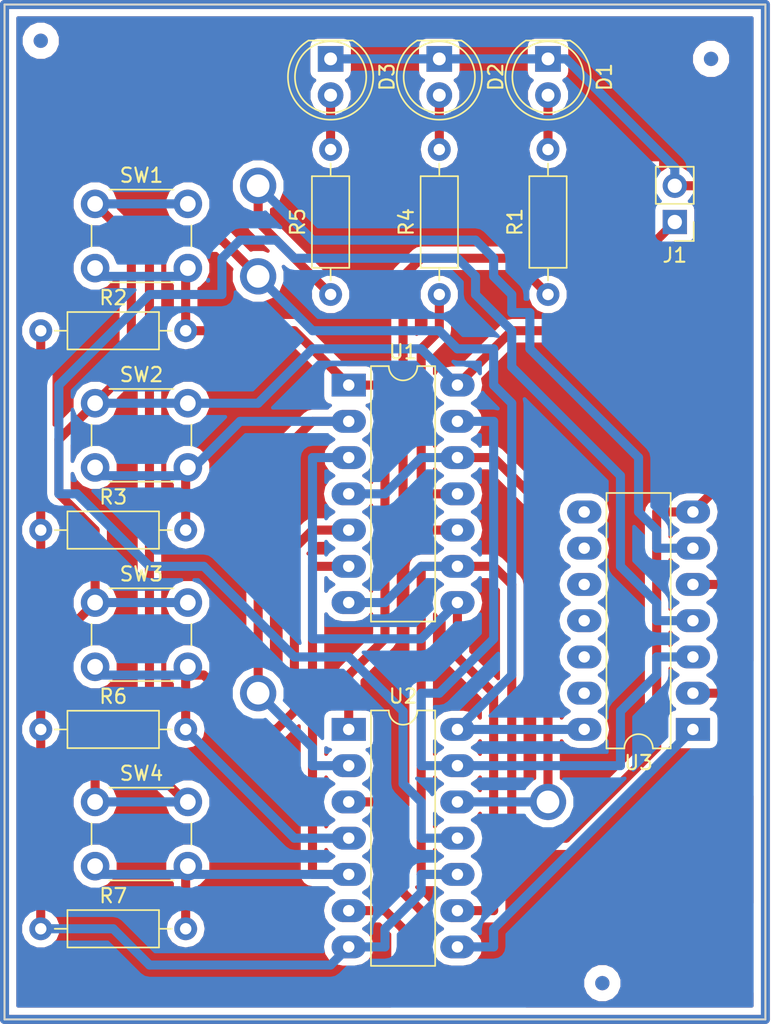
<source format=kicad_pcb>
(kicad_pcb (version 4) (host pcbnew 4.0.7)

  (general
    (links 55)
    (no_connects 0)
    (area 70.604761 74.412499 154.185239 146.567502)
    (thickness 1.6)
    (drawings 7)
    (tracks 240)
    (zones 0)
    (modules 24)
    (nets 20)
  )

  (page A4)
  (layers
    (0 F.Cu signal)
    (31 B.Cu signal)
    (32 B.Adhes user)
    (33 F.Adhes user)
    (34 B.Paste user)
    (35 F.Paste user)
    (36 B.SilkS user)
    (37 F.SilkS user)
    (38 B.Mask user)
    (39 F.Mask user)
    (40 Dwgs.User user)
    (41 Cmts.User user)
    (42 Eco1.User user)
    (43 Eco2.User user)
    (44 Edge.Cuts user)
    (45 Margin user)
    (46 B.CrtYd user)
    (47 F.CrtYd user)
    (48 B.Fab user)
    (49 F.Fab user)
  )

  (setup
    (last_trace_width 0.635)
    (trace_clearance 0.2)
    (zone_clearance 0.508)
    (zone_45_only no)
    (trace_min 0.2)
    (segment_width 0.2)
    (edge_width 0.15)
    (via_size 2.54)
    (via_drill 1.5875)
    (via_min_size 0.4)
    (via_min_drill 0.3)
    (uvia_size 0.3)
    (uvia_drill 0.1)
    (uvias_allowed no)
    (uvia_min_size 0)
    (uvia_min_drill 0)
    (pcb_text_width 0.3)
    (pcb_text_size 1.5 1.5)
    (mod_edge_width 0.15)
    (mod_text_size 1 1)
    (mod_text_width 0.15)
    (pad_size 1.524 1.524)
    (pad_drill 0.762)
    (pad_to_mask_clearance 0.2)
    (aux_axis_origin 86.36 146.05)
    (grid_origin 86.36 146.05)
    (visible_elements FFFFFF7F)
    (pcbplotparams
      (layerselection 0x00000_00000001)
      (usegerberextensions false)
      (excludeedgelayer false)
      (linewidth 0.100000)
      (plotframeref false)
      (viasonmask false)
      (mode 1)
      (useauxorigin false)
      (hpglpennumber 1)
      (hpglpenspeed 20)
      (hpglpendiameter 15)
      (hpglpenoverlay 2)
      (psnegative false)
      (psa4output false)
      (plotreference false)
      (plotvalue false)
      (plotinvisibletext false)
      (padsonsilk false)
      (subtractmaskfromsilk false)
      (outputformat 5)
      (mirror false)
      (drillshape 1)
      (scaleselection 1)
      (outputdirectory svg/))
  )

  (net 0 "")
  (net 1 GND)
  (net 2 "Net-(D1-Pad2)")
  (net 3 "Net-(D2-Pad2)")
  (net 4 "Net-(D3-Pad2)")
  (net 5 VCC)
  (net 6 /SUM_0)
  (net 7 /A_0)
  (net 8 /B_0)
  (net 9 /SUM_1)
  (net 10 /COUT_1)
  (net 11 /A_1)
  (net 12 /B_1)
  (net 13 "Net-(U1-Pad3)")
  (net 14 "Net-(U1-Pad12)")
  (net 15 /COUT_0)
  (net 16 "Net-(U2-Pad8)")
  (net 17 "Net-(U2-Pad3)")
  (net 18 "Net-(U2-Pad11)")
  (net 19 "Net-(U2-Pad6)")

  (net_class Default "This is the default net class."
    (clearance 0.2)
    (trace_width 0.635)
    (via_dia 2.54)
    (via_drill 1.5875)
    (uvia_dia 0.3)
    (uvia_drill 0.1)
    (add_net /A_0)
    (add_net /A_1)
    (add_net /B_0)
    (add_net /B_1)
    (add_net /COUT_0)
    (add_net /COUT_1)
    (add_net /SUM_0)
    (add_net /SUM_1)
    (add_net GND)
    (add_net "Net-(D1-Pad2)")
    (add_net "Net-(D2-Pad2)")
    (add_net "Net-(D3-Pad2)")
    (add_net "Net-(U1-Pad12)")
    (add_net "Net-(U1-Pad3)")
    (add_net "Net-(U2-Pad11)")
    (add_net "Net-(U2-Pad3)")
    (add_net "Net-(U2-Pad6)")
    (add_net "Net-(U2-Pad8)")
    (add_net VCC)
  )

  (module LEDs:LED_D5.0mm (layer F.Cu) (tedit 5995936A) (tstamp 5A03CB0E)
    (at 124.46 78.74 270)
    (descr "LED, diameter 5.0mm, 2 pins, http://cdn-reichelt.de/documents/datenblatt/A500/LL-504BC2E-009.pdf")
    (tags "LED diameter 5.0mm 2 pins")
    (path /5A04053B)
    (fp_text reference D1 (at 1.27 -3.96 270) (layer F.SilkS)
      (effects (font (size 1 1) (thickness 0.15)))
    )
    (fp_text value LED (at 1.27 3.96 270) (layer F.Fab)
      (effects (font (size 1 1) (thickness 0.15)))
    )
    (fp_arc (start 1.27 0) (end -1.23 -1.469694) (angle 299.1) (layer F.Fab) (width 0.1))
    (fp_arc (start 1.27 0) (end -1.29 -1.54483) (angle 148.9) (layer F.SilkS) (width 0.12))
    (fp_arc (start 1.27 0) (end -1.29 1.54483) (angle -148.9) (layer F.SilkS) (width 0.12))
    (fp_circle (center 1.27 0) (end 3.77 0) (layer F.Fab) (width 0.1))
    (fp_circle (center 1.27 0) (end 3.77 0) (layer F.SilkS) (width 0.12))
    (fp_line (start -1.23 -1.469694) (end -1.23 1.469694) (layer F.Fab) (width 0.1))
    (fp_line (start -1.29 -1.545) (end -1.29 1.545) (layer F.SilkS) (width 0.12))
    (fp_line (start -1.95 -3.25) (end -1.95 3.25) (layer F.CrtYd) (width 0.05))
    (fp_line (start -1.95 3.25) (end 4.5 3.25) (layer F.CrtYd) (width 0.05))
    (fp_line (start 4.5 3.25) (end 4.5 -3.25) (layer F.CrtYd) (width 0.05))
    (fp_line (start 4.5 -3.25) (end -1.95 -3.25) (layer F.CrtYd) (width 0.05))
    (fp_text user %R (at 1.25 0 270) (layer F.Fab)
      (effects (font (size 0.8 0.8) (thickness 0.2)))
    )
    (pad 1 thru_hole rect (at 0 0 270) (size 1.8 1.8) (drill 0.9) (layers *.Cu *.Mask)
      (net 1 GND))
    (pad 2 thru_hole circle (at 2.54 0 270) (size 1.8 1.8) (drill 0.9) (layers *.Cu *.Mask)
      (net 2 "Net-(D1-Pad2)"))
    (model ${KISYS3DMOD}/LEDs.3dshapes/LED_D5.0mm.wrl
      (at (xyz 0 0 0))
      (scale (xyz 0.393701 0.393701 0.393701))
      (rotate (xyz 0 0 0))
    )
  )

  (module LEDs:LED_D5.0mm (layer F.Cu) (tedit 5995936A) (tstamp 5A03CB14)
    (at 116.84 78.74 270)
    (descr "LED, diameter 5.0mm, 2 pins, http://cdn-reichelt.de/documents/datenblatt/A500/LL-504BC2E-009.pdf")
    (tags "LED diameter 5.0mm 2 pins")
    (path /5A040C38)
    (fp_text reference D2 (at 1.27 -3.96 270) (layer F.SilkS)
      (effects (font (size 1 1) (thickness 0.15)))
    )
    (fp_text value LED (at 1.27 3.96 270) (layer F.Fab)
      (effects (font (size 1 1) (thickness 0.15)))
    )
    (fp_arc (start 1.27 0) (end -1.23 -1.469694) (angle 299.1) (layer F.Fab) (width 0.1))
    (fp_arc (start 1.27 0) (end -1.29 -1.54483) (angle 148.9) (layer F.SilkS) (width 0.12))
    (fp_arc (start 1.27 0) (end -1.29 1.54483) (angle -148.9) (layer F.SilkS) (width 0.12))
    (fp_circle (center 1.27 0) (end 3.77 0) (layer F.Fab) (width 0.1))
    (fp_circle (center 1.27 0) (end 3.77 0) (layer F.SilkS) (width 0.12))
    (fp_line (start -1.23 -1.469694) (end -1.23 1.469694) (layer F.Fab) (width 0.1))
    (fp_line (start -1.29 -1.545) (end -1.29 1.545) (layer F.SilkS) (width 0.12))
    (fp_line (start -1.95 -3.25) (end -1.95 3.25) (layer F.CrtYd) (width 0.05))
    (fp_line (start -1.95 3.25) (end 4.5 3.25) (layer F.CrtYd) (width 0.05))
    (fp_line (start 4.5 3.25) (end 4.5 -3.25) (layer F.CrtYd) (width 0.05))
    (fp_line (start 4.5 -3.25) (end -1.95 -3.25) (layer F.CrtYd) (width 0.05))
    (fp_text user %R (at 1.25 0 270) (layer F.Fab)
      (effects (font (size 0.8 0.8) (thickness 0.2)))
    )
    (pad 1 thru_hole rect (at 0 0 270) (size 1.8 1.8) (drill 0.9) (layers *.Cu *.Mask)
      (net 1 GND))
    (pad 2 thru_hole circle (at 2.54 0 270) (size 1.8 1.8) (drill 0.9) (layers *.Cu *.Mask)
      (net 3 "Net-(D2-Pad2)"))
    (model ${KISYS3DMOD}/LEDs.3dshapes/LED_D5.0mm.wrl
      (at (xyz 0 0 0))
      (scale (xyz 0.393701 0.393701 0.393701))
      (rotate (xyz 0 0 0))
    )
  )

  (module LEDs:LED_D5.0mm (layer F.Cu) (tedit 5995936A) (tstamp 5A03CB1A)
    (at 109.22 78.74 270)
    (descr "LED, diameter 5.0mm, 2 pins, http://cdn-reichelt.de/documents/datenblatt/A500/LL-504BC2E-009.pdf")
    (tags "LED diameter 5.0mm 2 pins")
    (path /5A040D74)
    (fp_text reference D3 (at 1.27 -3.96 270) (layer F.SilkS)
      (effects (font (size 1 1) (thickness 0.15)))
    )
    (fp_text value LED (at 1.27 3.96 270) (layer F.Fab)
      (effects (font (size 1 1) (thickness 0.15)))
    )
    (fp_arc (start 1.27 0) (end -1.23 -1.469694) (angle 299.1) (layer F.Fab) (width 0.1))
    (fp_arc (start 1.27 0) (end -1.29 -1.54483) (angle 148.9) (layer F.SilkS) (width 0.12))
    (fp_arc (start 1.27 0) (end -1.29 1.54483) (angle -148.9) (layer F.SilkS) (width 0.12))
    (fp_circle (center 1.27 0) (end 3.77 0) (layer F.Fab) (width 0.1))
    (fp_circle (center 1.27 0) (end 3.77 0) (layer F.SilkS) (width 0.12))
    (fp_line (start -1.23 -1.469694) (end -1.23 1.469694) (layer F.Fab) (width 0.1))
    (fp_line (start -1.29 -1.545) (end -1.29 1.545) (layer F.SilkS) (width 0.12))
    (fp_line (start -1.95 -3.25) (end -1.95 3.25) (layer F.CrtYd) (width 0.05))
    (fp_line (start -1.95 3.25) (end 4.5 3.25) (layer F.CrtYd) (width 0.05))
    (fp_line (start 4.5 3.25) (end 4.5 -3.25) (layer F.CrtYd) (width 0.05))
    (fp_line (start 4.5 -3.25) (end -1.95 -3.25) (layer F.CrtYd) (width 0.05))
    (fp_text user %R (at 1.25 0 270) (layer F.Fab)
      (effects (font (size 0.8 0.8) (thickness 0.2)))
    )
    (pad 1 thru_hole rect (at 0 0 270) (size 1.8 1.8) (drill 0.9) (layers *.Cu *.Mask)
      (net 1 GND))
    (pad 2 thru_hole circle (at 2.54 0 270) (size 1.8 1.8) (drill 0.9) (layers *.Cu *.Mask)
      (net 4 "Net-(D3-Pad2)"))
    (model ${KISYS3DMOD}/LEDs.3dshapes/LED_D5.0mm.wrl
      (at (xyz 0 0 0))
      (scale (xyz 0.393701 0.393701 0.393701))
      (rotate (xyz 0 0 0))
    )
  )

  (module Pin_Headers:Pin_Header_Straight_1x02_Pitch2.54mm placed (layer F.Cu) (tedit 59650532) (tstamp 5A03CB20)
    (at 133.35 90.17 180)
    (descr "Through hole straight pin header, 1x02, 2.54mm pitch, single row")
    (tags "Through hole pin header THT 1x02 2.54mm single row")
    (path /5A041036)
    (fp_text reference J1 (at 0 -2.33 180) (layer F.SilkS)
      (effects (font (size 1 1) (thickness 0.15)))
    )
    (fp_text value Conn_01x02_Male (at 0 4.87 180) (layer F.Fab)
      (effects (font (size 1 1) (thickness 0.15)))
    )
    (fp_line (start -0.635 -1.27) (end 1.27 -1.27) (layer F.Fab) (width 0.1))
    (fp_line (start 1.27 -1.27) (end 1.27 3.81) (layer F.Fab) (width 0.1))
    (fp_line (start 1.27 3.81) (end -1.27 3.81) (layer F.Fab) (width 0.1))
    (fp_line (start -1.27 3.81) (end -1.27 -0.635) (layer F.Fab) (width 0.1))
    (fp_line (start -1.27 -0.635) (end -0.635 -1.27) (layer F.Fab) (width 0.1))
    (fp_line (start -1.33 3.87) (end 1.33 3.87) (layer F.SilkS) (width 0.12))
    (fp_line (start -1.33 1.27) (end -1.33 3.87) (layer F.SilkS) (width 0.12))
    (fp_line (start 1.33 1.27) (end 1.33 3.87) (layer F.SilkS) (width 0.12))
    (fp_line (start -1.33 1.27) (end 1.33 1.27) (layer F.SilkS) (width 0.12))
    (fp_line (start -1.33 0) (end -1.33 -1.33) (layer F.SilkS) (width 0.12))
    (fp_line (start -1.33 -1.33) (end 0 -1.33) (layer F.SilkS) (width 0.12))
    (fp_line (start -1.8 -1.8) (end -1.8 4.35) (layer F.CrtYd) (width 0.05))
    (fp_line (start -1.8 4.35) (end 1.8 4.35) (layer F.CrtYd) (width 0.05))
    (fp_line (start 1.8 4.35) (end 1.8 -1.8) (layer F.CrtYd) (width 0.05))
    (fp_line (start 1.8 -1.8) (end -1.8 -1.8) (layer F.CrtYd) (width 0.05))
    (fp_text user %R (at 0 1.27 270) (layer F.Fab)
      (effects (font (size 1 1) (thickness 0.15)))
    )
    (pad 1 thru_hole rect (at 0 0 180) (size 1.7 1.7) (drill 1) (layers *.Cu *.Mask)
      (net 5 VCC))
    (pad 2 thru_hole oval (at 0 2.54 180) (size 1.7 1.7) (drill 1) (layers *.Cu *.Mask)
      (net 1 GND))
    (model ${KISYS3DMOD}/Pin_Headers.3dshapes/Pin_Header_Straight_1x02_Pitch2.54mm.wrl
      (at (xyz 0 0 0))
      (scale (xyz 1 1 1))
      (rotate (xyz 0 0 0))
    )
  )

  (module Resistors_THT:R_Axial_DIN0207_L6.3mm_D2.5mm_P10.16mm_Horizontal placed (layer F.Cu) (tedit 5874F706) (tstamp 5A03CB26)
    (at 124.46 95.25 90)
    (descr "Resistor, Axial_DIN0207 series, Axial, Horizontal, pin pitch=10.16mm, 0.25W = 1/4W, length*diameter=6.3*2.5mm^2, http://cdn-reichelt.de/documents/datenblatt/B400/1_4W%23YAG.pdf")
    (tags "Resistor Axial_DIN0207 series Axial Horizontal pin pitch 10.16mm 0.25W = 1/4W length 6.3mm diameter 2.5mm")
    (path /5A0407D3)
    (fp_text reference R1 (at 5.08 -2.31 90) (layer F.SilkS)
      (effects (font (size 1 1) (thickness 0.15)))
    )
    (fp_text value 220 (at 5.08 2.31 90) (layer F.Fab)
      (effects (font (size 1 1) (thickness 0.15)))
    )
    (fp_line (start 1.93 -1.25) (end 1.93 1.25) (layer F.Fab) (width 0.1))
    (fp_line (start 1.93 1.25) (end 8.23 1.25) (layer F.Fab) (width 0.1))
    (fp_line (start 8.23 1.25) (end 8.23 -1.25) (layer F.Fab) (width 0.1))
    (fp_line (start 8.23 -1.25) (end 1.93 -1.25) (layer F.Fab) (width 0.1))
    (fp_line (start 0 0) (end 1.93 0) (layer F.Fab) (width 0.1))
    (fp_line (start 10.16 0) (end 8.23 0) (layer F.Fab) (width 0.1))
    (fp_line (start 1.87 -1.31) (end 1.87 1.31) (layer F.SilkS) (width 0.12))
    (fp_line (start 1.87 1.31) (end 8.29 1.31) (layer F.SilkS) (width 0.12))
    (fp_line (start 8.29 1.31) (end 8.29 -1.31) (layer F.SilkS) (width 0.12))
    (fp_line (start 8.29 -1.31) (end 1.87 -1.31) (layer F.SilkS) (width 0.12))
    (fp_line (start 0.98 0) (end 1.87 0) (layer F.SilkS) (width 0.12))
    (fp_line (start 9.18 0) (end 8.29 0) (layer F.SilkS) (width 0.12))
    (fp_line (start -1.05 -1.6) (end -1.05 1.6) (layer F.CrtYd) (width 0.05))
    (fp_line (start -1.05 1.6) (end 11.25 1.6) (layer F.CrtYd) (width 0.05))
    (fp_line (start 11.25 1.6) (end 11.25 -1.6) (layer F.CrtYd) (width 0.05))
    (fp_line (start 11.25 -1.6) (end -1.05 -1.6) (layer F.CrtYd) (width 0.05))
    (pad 1 thru_hole circle (at 0 0 90) (size 1.6 1.6) (drill 0.8) (layers *.Cu *.Mask)
      (net 6 /SUM_0))
    (pad 2 thru_hole oval (at 10.16 0 90) (size 1.6 1.6) (drill 0.8) (layers *.Cu *.Mask)
      (net 2 "Net-(D1-Pad2)"))
    (model ${KISYS3DMOD}/Resistors_THT.3dshapes/R_Axial_DIN0207_L6.3mm_D2.5mm_P10.16mm_Horizontal.wrl
      (at (xyz 0 0 0))
      (scale (xyz 0.393701 0.393701 0.393701))
      (rotate (xyz 0 0 0))
    )
  )

  (module Resistors_THT:R_Axial_DIN0207_L6.3mm_D2.5mm_P10.16mm_Horizontal placed (layer F.Cu) (tedit 5874F706) (tstamp 5A03CB2C)
    (at 88.9 97.79)
    (descr "Resistor, Axial_DIN0207 series, Axial, Horizontal, pin pitch=10.16mm, 0.25W = 1/4W, length*diameter=6.3*2.5mm^2, http://cdn-reichelt.de/documents/datenblatt/B400/1_4W%23YAG.pdf")
    (tags "Resistor Axial_DIN0207 series Axial Horizontal pin pitch 10.16mm 0.25W = 1/4W length 6.3mm diameter 2.5mm")
    (path /5A03EF8E)
    (fp_text reference R2 (at 5.08 -2.31) (layer F.SilkS)
      (effects (font (size 1 1) (thickness 0.15)))
    )
    (fp_text value 10K (at 5.08 2.31) (layer F.Fab)
      (effects (font (size 1 1) (thickness 0.15)))
    )
    (fp_line (start 1.93 -1.25) (end 1.93 1.25) (layer F.Fab) (width 0.1))
    (fp_line (start 1.93 1.25) (end 8.23 1.25) (layer F.Fab) (width 0.1))
    (fp_line (start 8.23 1.25) (end 8.23 -1.25) (layer F.Fab) (width 0.1))
    (fp_line (start 8.23 -1.25) (end 1.93 -1.25) (layer F.Fab) (width 0.1))
    (fp_line (start 0 0) (end 1.93 0) (layer F.Fab) (width 0.1))
    (fp_line (start 10.16 0) (end 8.23 0) (layer F.Fab) (width 0.1))
    (fp_line (start 1.87 -1.31) (end 1.87 1.31) (layer F.SilkS) (width 0.12))
    (fp_line (start 1.87 1.31) (end 8.29 1.31) (layer F.SilkS) (width 0.12))
    (fp_line (start 8.29 1.31) (end 8.29 -1.31) (layer F.SilkS) (width 0.12))
    (fp_line (start 8.29 -1.31) (end 1.87 -1.31) (layer F.SilkS) (width 0.12))
    (fp_line (start 0.98 0) (end 1.87 0) (layer F.SilkS) (width 0.12))
    (fp_line (start 9.18 0) (end 8.29 0) (layer F.SilkS) (width 0.12))
    (fp_line (start -1.05 -1.6) (end -1.05 1.6) (layer F.CrtYd) (width 0.05))
    (fp_line (start -1.05 1.6) (end 11.25 1.6) (layer F.CrtYd) (width 0.05))
    (fp_line (start 11.25 1.6) (end 11.25 -1.6) (layer F.CrtYd) (width 0.05))
    (fp_line (start 11.25 -1.6) (end -1.05 -1.6) (layer F.CrtYd) (width 0.05))
    (pad 1 thru_hole circle (at 0 0) (size 1.6 1.6) (drill 0.8) (layers *.Cu *.Mask)
      (net 1 GND))
    (pad 2 thru_hole oval (at 10.16 0) (size 1.6 1.6) (drill 0.8) (layers *.Cu *.Mask)
      (net 7 /A_0))
    (model ${KISYS3DMOD}/Resistors_THT.3dshapes/R_Axial_DIN0207_L6.3mm_D2.5mm_P10.16mm_Horizontal.wrl
      (at (xyz 0 0 0))
      (scale (xyz 0.393701 0.393701 0.393701))
      (rotate (xyz 0 0 0))
    )
  )

  (module Resistors_THT:R_Axial_DIN0207_L6.3mm_D2.5mm_P10.16mm_Horizontal placed (layer F.Cu) (tedit 5874F706) (tstamp 5A03CB32)
    (at 88.9 111.76)
    (descr "Resistor, Axial_DIN0207 series, Axial, Horizontal, pin pitch=10.16mm, 0.25W = 1/4W, length*diameter=6.3*2.5mm^2, http://cdn-reichelt.de/documents/datenblatt/B400/1_4W%23YAG.pdf")
    (tags "Resistor Axial_DIN0207 series Axial Horizontal pin pitch 10.16mm 0.25W = 1/4W length 6.3mm diameter 2.5mm")
    (path /5A0402B3)
    (fp_text reference R3 (at 5.08 -2.31) (layer F.SilkS)
      (effects (font (size 1 1) (thickness 0.15)))
    )
    (fp_text value 10K (at 5.08 2.31) (layer F.Fab)
      (effects (font (size 1 1) (thickness 0.15)))
    )
    (fp_line (start 1.93 -1.25) (end 1.93 1.25) (layer F.Fab) (width 0.1))
    (fp_line (start 1.93 1.25) (end 8.23 1.25) (layer F.Fab) (width 0.1))
    (fp_line (start 8.23 1.25) (end 8.23 -1.25) (layer F.Fab) (width 0.1))
    (fp_line (start 8.23 -1.25) (end 1.93 -1.25) (layer F.Fab) (width 0.1))
    (fp_line (start 0 0) (end 1.93 0) (layer F.Fab) (width 0.1))
    (fp_line (start 10.16 0) (end 8.23 0) (layer F.Fab) (width 0.1))
    (fp_line (start 1.87 -1.31) (end 1.87 1.31) (layer F.SilkS) (width 0.12))
    (fp_line (start 1.87 1.31) (end 8.29 1.31) (layer F.SilkS) (width 0.12))
    (fp_line (start 8.29 1.31) (end 8.29 -1.31) (layer F.SilkS) (width 0.12))
    (fp_line (start 8.29 -1.31) (end 1.87 -1.31) (layer F.SilkS) (width 0.12))
    (fp_line (start 0.98 0) (end 1.87 0) (layer F.SilkS) (width 0.12))
    (fp_line (start 9.18 0) (end 8.29 0) (layer F.SilkS) (width 0.12))
    (fp_line (start -1.05 -1.6) (end -1.05 1.6) (layer F.CrtYd) (width 0.05))
    (fp_line (start -1.05 1.6) (end 11.25 1.6) (layer F.CrtYd) (width 0.05))
    (fp_line (start 11.25 1.6) (end 11.25 -1.6) (layer F.CrtYd) (width 0.05))
    (fp_line (start 11.25 -1.6) (end -1.05 -1.6) (layer F.CrtYd) (width 0.05))
    (pad 1 thru_hole circle (at 0 0) (size 1.6 1.6) (drill 0.8) (layers *.Cu *.Mask)
      (net 1 GND))
    (pad 2 thru_hole oval (at 10.16 0) (size 1.6 1.6) (drill 0.8) (layers *.Cu *.Mask)
      (net 8 /B_0))
    (model ${KISYS3DMOD}/Resistors_THT.3dshapes/R_Axial_DIN0207_L6.3mm_D2.5mm_P10.16mm_Horizontal.wrl
      (at (xyz 0 0 0))
      (scale (xyz 0.393701 0.393701 0.393701))
      (rotate (xyz 0 0 0))
    )
  )

  (module Resistors_THT:R_Axial_DIN0207_L6.3mm_D2.5mm_P10.16mm_Horizontal placed (layer F.Cu) (tedit 5874F706) (tstamp 5A03CB38)
    (at 116.84 95.25 90)
    (descr "Resistor, Axial_DIN0207 series, Axial, Horizontal, pin pitch=10.16mm, 0.25W = 1/4W, length*diameter=6.3*2.5mm^2, http://cdn-reichelt.de/documents/datenblatt/B400/1_4W%23YAG.pdf")
    (tags "Resistor Axial_DIN0207 series Axial Horizontal pin pitch 10.16mm 0.25W = 1/4W length 6.3mm diameter 2.5mm")
    (path /5A040C40)
    (fp_text reference R4 (at 5.08 -2.31 90) (layer F.SilkS)
      (effects (font (size 1 1) (thickness 0.15)))
    )
    (fp_text value 220 (at 5.08 2.31 90) (layer F.Fab)
      (effects (font (size 1 1) (thickness 0.15)))
    )
    (fp_line (start 1.93 -1.25) (end 1.93 1.25) (layer F.Fab) (width 0.1))
    (fp_line (start 1.93 1.25) (end 8.23 1.25) (layer F.Fab) (width 0.1))
    (fp_line (start 8.23 1.25) (end 8.23 -1.25) (layer F.Fab) (width 0.1))
    (fp_line (start 8.23 -1.25) (end 1.93 -1.25) (layer F.Fab) (width 0.1))
    (fp_line (start 0 0) (end 1.93 0) (layer F.Fab) (width 0.1))
    (fp_line (start 10.16 0) (end 8.23 0) (layer F.Fab) (width 0.1))
    (fp_line (start 1.87 -1.31) (end 1.87 1.31) (layer F.SilkS) (width 0.12))
    (fp_line (start 1.87 1.31) (end 8.29 1.31) (layer F.SilkS) (width 0.12))
    (fp_line (start 8.29 1.31) (end 8.29 -1.31) (layer F.SilkS) (width 0.12))
    (fp_line (start 8.29 -1.31) (end 1.87 -1.31) (layer F.SilkS) (width 0.12))
    (fp_line (start 0.98 0) (end 1.87 0) (layer F.SilkS) (width 0.12))
    (fp_line (start 9.18 0) (end 8.29 0) (layer F.SilkS) (width 0.12))
    (fp_line (start -1.05 -1.6) (end -1.05 1.6) (layer F.CrtYd) (width 0.05))
    (fp_line (start -1.05 1.6) (end 11.25 1.6) (layer F.CrtYd) (width 0.05))
    (fp_line (start 11.25 1.6) (end 11.25 -1.6) (layer F.CrtYd) (width 0.05))
    (fp_line (start 11.25 -1.6) (end -1.05 -1.6) (layer F.CrtYd) (width 0.05))
    (pad 1 thru_hole circle (at 0 0 90) (size 1.6 1.6) (drill 0.8) (layers *.Cu *.Mask)
      (net 9 /SUM_1))
    (pad 2 thru_hole oval (at 10.16 0 90) (size 1.6 1.6) (drill 0.8) (layers *.Cu *.Mask)
      (net 3 "Net-(D2-Pad2)"))
    (model ${KISYS3DMOD}/Resistors_THT.3dshapes/R_Axial_DIN0207_L6.3mm_D2.5mm_P10.16mm_Horizontal.wrl
      (at (xyz 0 0 0))
      (scale (xyz 0.393701 0.393701 0.393701))
      (rotate (xyz 0 0 0))
    )
  )

  (module Resistors_THT:R_Axial_DIN0207_L6.3mm_D2.5mm_P10.16mm_Horizontal placed (layer F.Cu) (tedit 5874F706) (tstamp 5A03CB3E)
    (at 109.22 95.25 90)
    (descr "Resistor, Axial_DIN0207 series, Axial, Horizontal, pin pitch=10.16mm, 0.25W = 1/4W, length*diameter=6.3*2.5mm^2, http://cdn-reichelt.de/documents/datenblatt/B400/1_4W%23YAG.pdf")
    (tags "Resistor Axial_DIN0207 series Axial Horizontal pin pitch 10.16mm 0.25W = 1/4W length 6.3mm diameter 2.5mm")
    (path /5A040D7C)
    (fp_text reference R5 (at 5.08 -2.31 90) (layer F.SilkS)
      (effects (font (size 1 1) (thickness 0.15)))
    )
    (fp_text value 220 (at 5.08 2.31 90) (layer F.Fab)
      (effects (font (size 1 1) (thickness 0.15)))
    )
    (fp_line (start 1.93 -1.25) (end 1.93 1.25) (layer F.Fab) (width 0.1))
    (fp_line (start 1.93 1.25) (end 8.23 1.25) (layer F.Fab) (width 0.1))
    (fp_line (start 8.23 1.25) (end 8.23 -1.25) (layer F.Fab) (width 0.1))
    (fp_line (start 8.23 -1.25) (end 1.93 -1.25) (layer F.Fab) (width 0.1))
    (fp_line (start 0 0) (end 1.93 0) (layer F.Fab) (width 0.1))
    (fp_line (start 10.16 0) (end 8.23 0) (layer F.Fab) (width 0.1))
    (fp_line (start 1.87 -1.31) (end 1.87 1.31) (layer F.SilkS) (width 0.12))
    (fp_line (start 1.87 1.31) (end 8.29 1.31) (layer F.SilkS) (width 0.12))
    (fp_line (start 8.29 1.31) (end 8.29 -1.31) (layer F.SilkS) (width 0.12))
    (fp_line (start 8.29 -1.31) (end 1.87 -1.31) (layer F.SilkS) (width 0.12))
    (fp_line (start 0.98 0) (end 1.87 0) (layer F.SilkS) (width 0.12))
    (fp_line (start 9.18 0) (end 8.29 0) (layer F.SilkS) (width 0.12))
    (fp_line (start -1.05 -1.6) (end -1.05 1.6) (layer F.CrtYd) (width 0.05))
    (fp_line (start -1.05 1.6) (end 11.25 1.6) (layer F.CrtYd) (width 0.05))
    (fp_line (start 11.25 1.6) (end 11.25 -1.6) (layer F.CrtYd) (width 0.05))
    (fp_line (start 11.25 -1.6) (end -1.05 -1.6) (layer F.CrtYd) (width 0.05))
    (pad 1 thru_hole circle (at 0 0 90) (size 1.6 1.6) (drill 0.8) (layers *.Cu *.Mask)
      (net 10 /COUT_1))
    (pad 2 thru_hole oval (at 10.16 0 90) (size 1.6 1.6) (drill 0.8) (layers *.Cu *.Mask)
      (net 4 "Net-(D3-Pad2)"))
    (model ${KISYS3DMOD}/Resistors_THT.3dshapes/R_Axial_DIN0207_L6.3mm_D2.5mm_P10.16mm_Horizontal.wrl
      (at (xyz 0 0 0))
      (scale (xyz 0.393701 0.393701 0.393701))
      (rotate (xyz 0 0 0))
    )
  )

  (module Resistors_THT:R_Axial_DIN0207_L6.3mm_D2.5mm_P10.16mm_Horizontal placed (layer F.Cu) (tedit 5874F706) (tstamp 5A03CB44)
    (at 88.9 125.73)
    (descr "Resistor, Axial_DIN0207 series, Axial, Horizontal, pin pitch=10.16mm, 0.25W = 1/4W, length*diameter=6.3*2.5mm^2, http://cdn-reichelt.de/documents/datenblatt/B400/1_4W%23YAG.pdf")
    (tags "Resistor Axial_DIN0207 series Axial Horizontal pin pitch 10.16mm 0.25W = 1/4W length 6.3mm diameter 2.5mm")
    (path /5A03FA70)
    (fp_text reference R6 (at 5.08 -2.31) (layer F.SilkS)
      (effects (font (size 1 1) (thickness 0.15)))
    )
    (fp_text value 10K (at 5.08 2.31) (layer F.Fab)
      (effects (font (size 1 1) (thickness 0.15)))
    )
    (fp_line (start 1.93 -1.25) (end 1.93 1.25) (layer F.Fab) (width 0.1))
    (fp_line (start 1.93 1.25) (end 8.23 1.25) (layer F.Fab) (width 0.1))
    (fp_line (start 8.23 1.25) (end 8.23 -1.25) (layer F.Fab) (width 0.1))
    (fp_line (start 8.23 -1.25) (end 1.93 -1.25) (layer F.Fab) (width 0.1))
    (fp_line (start 0 0) (end 1.93 0) (layer F.Fab) (width 0.1))
    (fp_line (start 10.16 0) (end 8.23 0) (layer F.Fab) (width 0.1))
    (fp_line (start 1.87 -1.31) (end 1.87 1.31) (layer F.SilkS) (width 0.12))
    (fp_line (start 1.87 1.31) (end 8.29 1.31) (layer F.SilkS) (width 0.12))
    (fp_line (start 8.29 1.31) (end 8.29 -1.31) (layer F.SilkS) (width 0.12))
    (fp_line (start 8.29 -1.31) (end 1.87 -1.31) (layer F.SilkS) (width 0.12))
    (fp_line (start 0.98 0) (end 1.87 0) (layer F.SilkS) (width 0.12))
    (fp_line (start 9.18 0) (end 8.29 0) (layer F.SilkS) (width 0.12))
    (fp_line (start -1.05 -1.6) (end -1.05 1.6) (layer F.CrtYd) (width 0.05))
    (fp_line (start -1.05 1.6) (end 11.25 1.6) (layer F.CrtYd) (width 0.05))
    (fp_line (start 11.25 1.6) (end 11.25 -1.6) (layer F.CrtYd) (width 0.05))
    (fp_line (start 11.25 -1.6) (end -1.05 -1.6) (layer F.CrtYd) (width 0.05))
    (pad 1 thru_hole circle (at 0 0) (size 1.6 1.6) (drill 0.8) (layers *.Cu *.Mask)
      (net 1 GND))
    (pad 2 thru_hole oval (at 10.16 0) (size 1.6 1.6) (drill 0.8) (layers *.Cu *.Mask)
      (net 11 /A_1))
    (model ${KISYS3DMOD}/Resistors_THT.3dshapes/R_Axial_DIN0207_L6.3mm_D2.5mm_P10.16mm_Horizontal.wrl
      (at (xyz 0 0 0))
      (scale (xyz 0.393701 0.393701 0.393701))
      (rotate (xyz 0 0 0))
    )
  )

  (module Resistors_THT:R_Axial_DIN0207_L6.3mm_D2.5mm_P10.16mm_Horizontal placed (layer F.Cu) (tedit 5874F706) (tstamp 5A03CB4A)
    (at 88.9 139.7)
    (descr "Resistor, Axial_DIN0207 series, Axial, Horizontal, pin pitch=10.16mm, 0.25W = 1/4W, length*diameter=6.3*2.5mm^2, http://cdn-reichelt.de/documents/datenblatt/B400/1_4W%23YAG.pdf")
    (tags "Resistor Axial_DIN0207 series Axial Horizontal pin pitch 10.16mm 0.25W = 1/4W length 6.3mm diameter 2.5mm")
    (path /5A0402CD)
    (fp_text reference R7 (at 5.08 -2.31) (layer F.SilkS)
      (effects (font (size 1 1) (thickness 0.15)))
    )
    (fp_text value 10K (at 5.08 2.31) (layer F.Fab)
      (effects (font (size 1 1) (thickness 0.15)))
    )
    (fp_line (start 1.93 -1.25) (end 1.93 1.25) (layer F.Fab) (width 0.1))
    (fp_line (start 1.93 1.25) (end 8.23 1.25) (layer F.Fab) (width 0.1))
    (fp_line (start 8.23 1.25) (end 8.23 -1.25) (layer F.Fab) (width 0.1))
    (fp_line (start 8.23 -1.25) (end 1.93 -1.25) (layer F.Fab) (width 0.1))
    (fp_line (start 0 0) (end 1.93 0) (layer F.Fab) (width 0.1))
    (fp_line (start 10.16 0) (end 8.23 0) (layer F.Fab) (width 0.1))
    (fp_line (start 1.87 -1.31) (end 1.87 1.31) (layer F.SilkS) (width 0.12))
    (fp_line (start 1.87 1.31) (end 8.29 1.31) (layer F.SilkS) (width 0.12))
    (fp_line (start 8.29 1.31) (end 8.29 -1.31) (layer F.SilkS) (width 0.12))
    (fp_line (start 8.29 -1.31) (end 1.87 -1.31) (layer F.SilkS) (width 0.12))
    (fp_line (start 0.98 0) (end 1.87 0) (layer F.SilkS) (width 0.12))
    (fp_line (start 9.18 0) (end 8.29 0) (layer F.SilkS) (width 0.12))
    (fp_line (start -1.05 -1.6) (end -1.05 1.6) (layer F.CrtYd) (width 0.05))
    (fp_line (start -1.05 1.6) (end 11.25 1.6) (layer F.CrtYd) (width 0.05))
    (fp_line (start 11.25 1.6) (end 11.25 -1.6) (layer F.CrtYd) (width 0.05))
    (fp_line (start 11.25 -1.6) (end -1.05 -1.6) (layer F.CrtYd) (width 0.05))
    (pad 1 thru_hole circle (at 0 0) (size 1.6 1.6) (drill 0.8) (layers *.Cu *.Mask)
      (net 1 GND))
    (pad 2 thru_hole oval (at 10.16 0) (size 1.6 1.6) (drill 0.8) (layers *.Cu *.Mask)
      (net 12 /B_1))
    (model ${KISYS3DMOD}/Resistors_THT.3dshapes/R_Axial_DIN0207_L6.3mm_D2.5mm_P10.16mm_Horizontal.wrl
      (at (xyz 0 0 0))
      (scale (xyz 0.393701 0.393701 0.393701))
      (rotate (xyz 0 0 0))
    )
  )

  (module Buttons_Switches_THT:SW_PUSH_6mm placed (layer F.Cu) (tedit 5923F252) (tstamp 5A03CB52)
    (at 92.71 88.9)
    (descr https://www.omron.com/ecb/products/pdf/en-b3f.pdf)
    (tags "tact sw push 6mm")
    (path /5A03EDF9)
    (fp_text reference SW1 (at 3.25 -2) (layer F.SilkS)
      (effects (font (size 1 1) (thickness 0.15)))
    )
    (fp_text value SW_Push (at 3.75 6.7) (layer F.Fab)
      (effects (font (size 1 1) (thickness 0.15)))
    )
    (fp_text user %R (at 3.25 2.25) (layer F.Fab)
      (effects (font (size 1 1) (thickness 0.15)))
    )
    (fp_line (start 3.25 -0.75) (end 6.25 -0.75) (layer F.Fab) (width 0.1))
    (fp_line (start 6.25 -0.75) (end 6.25 5.25) (layer F.Fab) (width 0.1))
    (fp_line (start 6.25 5.25) (end 0.25 5.25) (layer F.Fab) (width 0.1))
    (fp_line (start 0.25 5.25) (end 0.25 -0.75) (layer F.Fab) (width 0.1))
    (fp_line (start 0.25 -0.75) (end 3.25 -0.75) (layer F.Fab) (width 0.1))
    (fp_line (start 7.75 6) (end 8 6) (layer F.CrtYd) (width 0.05))
    (fp_line (start 8 6) (end 8 5.75) (layer F.CrtYd) (width 0.05))
    (fp_line (start 7.75 -1.5) (end 8 -1.5) (layer F.CrtYd) (width 0.05))
    (fp_line (start 8 -1.5) (end 8 -1.25) (layer F.CrtYd) (width 0.05))
    (fp_line (start -1.5 -1.25) (end -1.5 -1.5) (layer F.CrtYd) (width 0.05))
    (fp_line (start -1.5 -1.5) (end -1.25 -1.5) (layer F.CrtYd) (width 0.05))
    (fp_line (start -1.5 5.75) (end -1.5 6) (layer F.CrtYd) (width 0.05))
    (fp_line (start -1.5 6) (end -1.25 6) (layer F.CrtYd) (width 0.05))
    (fp_line (start -1.25 -1.5) (end 7.75 -1.5) (layer F.CrtYd) (width 0.05))
    (fp_line (start -1.5 5.75) (end -1.5 -1.25) (layer F.CrtYd) (width 0.05))
    (fp_line (start 7.75 6) (end -1.25 6) (layer F.CrtYd) (width 0.05))
    (fp_line (start 8 -1.25) (end 8 5.75) (layer F.CrtYd) (width 0.05))
    (fp_line (start 1 5.5) (end 5.5 5.5) (layer F.SilkS) (width 0.12))
    (fp_line (start -0.25 1.5) (end -0.25 3) (layer F.SilkS) (width 0.12))
    (fp_line (start 5.5 -1) (end 1 -1) (layer F.SilkS) (width 0.12))
    (fp_line (start 6.75 3) (end 6.75 1.5) (layer F.SilkS) (width 0.12))
    (fp_circle (center 3.25 2.25) (end 1.25 2.5) (layer F.Fab) (width 0.1))
    (pad 2 thru_hole circle (at 0 4.5 90) (size 2 2) (drill 1.1) (layers *.Cu *.Mask)
      (net 7 /A_0))
    (pad 1 thru_hole circle (at 0 0 90) (size 2 2) (drill 1.1) (layers *.Cu *.Mask)
      (net 5 VCC))
    (pad 2 thru_hole circle (at 6.5 4.5 90) (size 2 2) (drill 1.1) (layers *.Cu *.Mask)
      (net 7 /A_0))
    (pad 1 thru_hole circle (at 6.5 0 90) (size 2 2) (drill 1.1) (layers *.Cu *.Mask)
      (net 5 VCC))
    (model ${KISYS3DMOD}/Buttons_Switches_THT.3dshapes/SW_PUSH_6mm.wrl
      (at (xyz 0.005 0 0))
      (scale (xyz 0.3937 0.3937 0.3937))
      (rotate (xyz 0 0 0))
    )
  )

  (module Buttons_Switches_THT:SW_PUSH_6mm placed (layer F.Cu) (tedit 5923F252) (tstamp 5A03CB5A)
    (at 92.71 102.87)
    (descr https://www.omron.com/ecb/products/pdf/en-b3f.pdf)
    (tags "tact sw push 6mm")
    (path /5A0402AD)
    (fp_text reference SW2 (at 3.25 -2) (layer F.SilkS)
      (effects (font (size 1 1) (thickness 0.15)))
    )
    (fp_text value SW_Push (at 3.75 6.7) (layer F.Fab)
      (effects (font (size 1 1) (thickness 0.15)))
    )
    (fp_text user %R (at 3.25 2.25) (layer F.Fab)
      (effects (font (size 1 1) (thickness 0.15)))
    )
    (fp_line (start 3.25 -0.75) (end 6.25 -0.75) (layer F.Fab) (width 0.1))
    (fp_line (start 6.25 -0.75) (end 6.25 5.25) (layer F.Fab) (width 0.1))
    (fp_line (start 6.25 5.25) (end 0.25 5.25) (layer F.Fab) (width 0.1))
    (fp_line (start 0.25 5.25) (end 0.25 -0.75) (layer F.Fab) (width 0.1))
    (fp_line (start 0.25 -0.75) (end 3.25 -0.75) (layer F.Fab) (width 0.1))
    (fp_line (start 7.75 6) (end 8 6) (layer F.CrtYd) (width 0.05))
    (fp_line (start 8 6) (end 8 5.75) (layer F.CrtYd) (width 0.05))
    (fp_line (start 7.75 -1.5) (end 8 -1.5) (layer F.CrtYd) (width 0.05))
    (fp_line (start 8 -1.5) (end 8 -1.25) (layer F.CrtYd) (width 0.05))
    (fp_line (start -1.5 -1.25) (end -1.5 -1.5) (layer F.CrtYd) (width 0.05))
    (fp_line (start -1.5 -1.5) (end -1.25 -1.5) (layer F.CrtYd) (width 0.05))
    (fp_line (start -1.5 5.75) (end -1.5 6) (layer F.CrtYd) (width 0.05))
    (fp_line (start -1.5 6) (end -1.25 6) (layer F.CrtYd) (width 0.05))
    (fp_line (start -1.25 -1.5) (end 7.75 -1.5) (layer F.CrtYd) (width 0.05))
    (fp_line (start -1.5 5.75) (end -1.5 -1.25) (layer F.CrtYd) (width 0.05))
    (fp_line (start 7.75 6) (end -1.25 6) (layer F.CrtYd) (width 0.05))
    (fp_line (start 8 -1.25) (end 8 5.75) (layer F.CrtYd) (width 0.05))
    (fp_line (start 1 5.5) (end 5.5 5.5) (layer F.SilkS) (width 0.12))
    (fp_line (start -0.25 1.5) (end -0.25 3) (layer F.SilkS) (width 0.12))
    (fp_line (start 5.5 -1) (end 1 -1) (layer F.SilkS) (width 0.12))
    (fp_line (start 6.75 3) (end 6.75 1.5) (layer F.SilkS) (width 0.12))
    (fp_circle (center 3.25 2.25) (end 1.25 2.5) (layer F.Fab) (width 0.1))
    (pad 2 thru_hole circle (at 0 4.5 90) (size 2 2) (drill 1.1) (layers *.Cu *.Mask)
      (net 8 /B_0))
    (pad 1 thru_hole circle (at 0 0 90) (size 2 2) (drill 1.1) (layers *.Cu *.Mask)
      (net 5 VCC))
    (pad 2 thru_hole circle (at 6.5 4.5 90) (size 2 2) (drill 1.1) (layers *.Cu *.Mask)
      (net 8 /B_0))
    (pad 1 thru_hole circle (at 6.5 0 90) (size 2 2) (drill 1.1) (layers *.Cu *.Mask)
      (net 5 VCC))
    (model ${KISYS3DMOD}/Buttons_Switches_THT.3dshapes/SW_PUSH_6mm.wrl
      (at (xyz 0.005 0 0))
      (scale (xyz 0.3937 0.3937 0.3937))
      (rotate (xyz 0 0 0))
    )
  )

  (module Buttons_Switches_THT:SW_PUSH_6mm placed (layer F.Cu) (tedit 5923F252) (tstamp 5A03CB62)
    (at 92.71 116.84)
    (descr https://www.omron.com/ecb/products/pdf/en-b3f.pdf)
    (tags "tact sw push 6mm")
    (path /5A03FA6A)
    (fp_text reference SW3 (at 3.25 -2) (layer F.SilkS)
      (effects (font (size 1 1) (thickness 0.15)))
    )
    (fp_text value SW_Push (at 3.75 6.7) (layer F.Fab)
      (effects (font (size 1 1) (thickness 0.15)))
    )
    (fp_text user %R (at 3.25 2.25) (layer F.Fab)
      (effects (font (size 1 1) (thickness 0.15)))
    )
    (fp_line (start 3.25 -0.75) (end 6.25 -0.75) (layer F.Fab) (width 0.1))
    (fp_line (start 6.25 -0.75) (end 6.25 5.25) (layer F.Fab) (width 0.1))
    (fp_line (start 6.25 5.25) (end 0.25 5.25) (layer F.Fab) (width 0.1))
    (fp_line (start 0.25 5.25) (end 0.25 -0.75) (layer F.Fab) (width 0.1))
    (fp_line (start 0.25 -0.75) (end 3.25 -0.75) (layer F.Fab) (width 0.1))
    (fp_line (start 7.75 6) (end 8 6) (layer F.CrtYd) (width 0.05))
    (fp_line (start 8 6) (end 8 5.75) (layer F.CrtYd) (width 0.05))
    (fp_line (start 7.75 -1.5) (end 8 -1.5) (layer F.CrtYd) (width 0.05))
    (fp_line (start 8 -1.5) (end 8 -1.25) (layer F.CrtYd) (width 0.05))
    (fp_line (start -1.5 -1.25) (end -1.5 -1.5) (layer F.CrtYd) (width 0.05))
    (fp_line (start -1.5 -1.5) (end -1.25 -1.5) (layer F.CrtYd) (width 0.05))
    (fp_line (start -1.5 5.75) (end -1.5 6) (layer F.CrtYd) (width 0.05))
    (fp_line (start -1.5 6) (end -1.25 6) (layer F.CrtYd) (width 0.05))
    (fp_line (start -1.25 -1.5) (end 7.75 -1.5) (layer F.CrtYd) (width 0.05))
    (fp_line (start -1.5 5.75) (end -1.5 -1.25) (layer F.CrtYd) (width 0.05))
    (fp_line (start 7.75 6) (end -1.25 6) (layer F.CrtYd) (width 0.05))
    (fp_line (start 8 -1.25) (end 8 5.75) (layer F.CrtYd) (width 0.05))
    (fp_line (start 1 5.5) (end 5.5 5.5) (layer F.SilkS) (width 0.12))
    (fp_line (start -0.25 1.5) (end -0.25 3) (layer F.SilkS) (width 0.12))
    (fp_line (start 5.5 -1) (end 1 -1) (layer F.SilkS) (width 0.12))
    (fp_line (start 6.75 3) (end 6.75 1.5) (layer F.SilkS) (width 0.12))
    (fp_circle (center 3.25 2.25) (end 1.25 2.5) (layer F.Fab) (width 0.1))
    (pad 2 thru_hole circle (at 0 4.5 90) (size 2 2) (drill 1.1) (layers *.Cu *.Mask)
      (net 11 /A_1))
    (pad 1 thru_hole circle (at 0 0 90) (size 2 2) (drill 1.1) (layers *.Cu *.Mask)
      (net 5 VCC))
    (pad 2 thru_hole circle (at 6.5 4.5 90) (size 2 2) (drill 1.1) (layers *.Cu *.Mask)
      (net 11 /A_1))
    (pad 1 thru_hole circle (at 6.5 0 90) (size 2 2) (drill 1.1) (layers *.Cu *.Mask)
      (net 5 VCC))
    (model ${KISYS3DMOD}/Buttons_Switches_THT.3dshapes/SW_PUSH_6mm.wrl
      (at (xyz 0.005 0 0))
      (scale (xyz 0.3937 0.3937 0.3937))
      (rotate (xyz 0 0 0))
    )
  )

  (module Buttons_Switches_THT:SW_PUSH_6mm placed (layer F.Cu) (tedit 5923F252) (tstamp 5A03CB6A)
    (at 92.71 130.81)
    (descr https://www.omron.com/ecb/products/pdf/en-b3f.pdf)
    (tags "tact sw push 6mm")
    (path /5A0402C7)
    (fp_text reference SW4 (at 3.25 -2) (layer F.SilkS)
      (effects (font (size 1 1) (thickness 0.15)))
    )
    (fp_text value SW_Push (at 3.75 6.7) (layer F.Fab)
      (effects (font (size 1 1) (thickness 0.15)))
    )
    (fp_text user %R (at 3.25 2.25) (layer F.Fab)
      (effects (font (size 1 1) (thickness 0.15)))
    )
    (fp_line (start 3.25 -0.75) (end 6.25 -0.75) (layer F.Fab) (width 0.1))
    (fp_line (start 6.25 -0.75) (end 6.25 5.25) (layer F.Fab) (width 0.1))
    (fp_line (start 6.25 5.25) (end 0.25 5.25) (layer F.Fab) (width 0.1))
    (fp_line (start 0.25 5.25) (end 0.25 -0.75) (layer F.Fab) (width 0.1))
    (fp_line (start 0.25 -0.75) (end 3.25 -0.75) (layer F.Fab) (width 0.1))
    (fp_line (start 7.75 6) (end 8 6) (layer F.CrtYd) (width 0.05))
    (fp_line (start 8 6) (end 8 5.75) (layer F.CrtYd) (width 0.05))
    (fp_line (start 7.75 -1.5) (end 8 -1.5) (layer F.CrtYd) (width 0.05))
    (fp_line (start 8 -1.5) (end 8 -1.25) (layer F.CrtYd) (width 0.05))
    (fp_line (start -1.5 -1.25) (end -1.5 -1.5) (layer F.CrtYd) (width 0.05))
    (fp_line (start -1.5 -1.5) (end -1.25 -1.5) (layer F.CrtYd) (width 0.05))
    (fp_line (start -1.5 5.75) (end -1.5 6) (layer F.CrtYd) (width 0.05))
    (fp_line (start -1.5 6) (end -1.25 6) (layer F.CrtYd) (width 0.05))
    (fp_line (start -1.25 -1.5) (end 7.75 -1.5) (layer F.CrtYd) (width 0.05))
    (fp_line (start -1.5 5.75) (end -1.5 -1.25) (layer F.CrtYd) (width 0.05))
    (fp_line (start 7.75 6) (end -1.25 6) (layer F.CrtYd) (width 0.05))
    (fp_line (start 8 -1.25) (end 8 5.75) (layer F.CrtYd) (width 0.05))
    (fp_line (start 1 5.5) (end 5.5 5.5) (layer F.SilkS) (width 0.12))
    (fp_line (start -0.25 1.5) (end -0.25 3) (layer F.SilkS) (width 0.12))
    (fp_line (start 5.5 -1) (end 1 -1) (layer F.SilkS) (width 0.12))
    (fp_line (start 6.75 3) (end 6.75 1.5) (layer F.SilkS) (width 0.12))
    (fp_circle (center 3.25 2.25) (end 1.25 2.5) (layer F.Fab) (width 0.1))
    (pad 2 thru_hole circle (at 0 4.5 90) (size 2 2) (drill 1.1) (layers *.Cu *.Mask)
      (net 12 /B_1))
    (pad 1 thru_hole circle (at 0 0 90) (size 2 2) (drill 1.1) (layers *.Cu *.Mask)
      (net 5 VCC))
    (pad 2 thru_hole circle (at 6.5 4.5 90) (size 2 2) (drill 1.1) (layers *.Cu *.Mask)
      (net 12 /B_1))
    (pad 1 thru_hole circle (at 6.5 0 90) (size 2 2) (drill 1.1) (layers *.Cu *.Mask)
      (net 5 VCC))
    (model ${KISYS3DMOD}/Buttons_Switches_THT.3dshapes/SW_PUSH_6mm.wrl
      (at (xyz 0.005 0 0))
      (scale (xyz 0.3937 0.3937 0.3937))
      (rotate (xyz 0 0 0))
    )
  )

  (module Housings_DIP:DIP-14_W7.62mm_LongPads placed (layer F.Cu) (tedit 59C78D6B) (tstamp 5A03CB7C)
    (at 110.49 101.6)
    (descr "14-lead though-hole mounted DIP package, row spacing 7.62 mm (300 mils), LongPads")
    (tags "THT DIP DIL PDIP 2.54mm 7.62mm 300mil LongPads")
    (path /5A03BDF6)
    (fp_text reference U1 (at 3.81 -2.33) (layer F.SilkS)
      (effects (font (size 1 1) (thickness 0.15)))
    )
    (fp_text value 74LS386 (at 3.81 17.57) (layer F.Fab)
      (effects (font (size 1 1) (thickness 0.15)))
    )
    (fp_arc (start 3.81 -1.33) (end 2.81 -1.33) (angle -180) (layer F.SilkS) (width 0.12))
    (fp_line (start 1.635 -1.27) (end 6.985 -1.27) (layer F.Fab) (width 0.1))
    (fp_line (start 6.985 -1.27) (end 6.985 16.51) (layer F.Fab) (width 0.1))
    (fp_line (start 6.985 16.51) (end 0.635 16.51) (layer F.Fab) (width 0.1))
    (fp_line (start 0.635 16.51) (end 0.635 -0.27) (layer F.Fab) (width 0.1))
    (fp_line (start 0.635 -0.27) (end 1.635 -1.27) (layer F.Fab) (width 0.1))
    (fp_line (start 2.81 -1.33) (end 1.56 -1.33) (layer F.SilkS) (width 0.12))
    (fp_line (start 1.56 -1.33) (end 1.56 16.57) (layer F.SilkS) (width 0.12))
    (fp_line (start 1.56 16.57) (end 6.06 16.57) (layer F.SilkS) (width 0.12))
    (fp_line (start 6.06 16.57) (end 6.06 -1.33) (layer F.SilkS) (width 0.12))
    (fp_line (start 6.06 -1.33) (end 4.81 -1.33) (layer F.SilkS) (width 0.12))
    (fp_line (start -1.45 -1.55) (end -1.45 16.8) (layer F.CrtYd) (width 0.05))
    (fp_line (start -1.45 16.8) (end 9.1 16.8) (layer F.CrtYd) (width 0.05))
    (fp_line (start 9.1 16.8) (end 9.1 -1.55) (layer F.CrtYd) (width 0.05))
    (fp_line (start 9.1 -1.55) (end -1.45 -1.55) (layer F.CrtYd) (width 0.05))
    (fp_text user %R (at 3.81 7.62) (layer F.Fab)
      (effects (font (size 1 1) (thickness 0.15)))
    )
    (pad 1 thru_hole rect (at 0 0) (size 2.4 1.6) (drill 0.8) (layers *.Cu *.Mask)
      (net 7 /A_0))
    (pad 8 thru_hole oval (at 7.62 15.24) (size 2.4 1.6) (drill 0.8) (layers *.Cu *.Mask)
      (net 13 "Net-(U1-Pad3)"))
    (pad 2 thru_hole oval (at 0 2.54) (size 2.4 1.6) (drill 0.8) (layers *.Cu *.Mask)
      (net 8 /B_0))
    (pad 9 thru_hole oval (at 7.62 12.7) (size 2.4 1.6) (drill 0.8) (layers *.Cu *.Mask)
      (net 1 GND))
    (pad 3 thru_hole oval (at 0 5.08) (size 2.4 1.6) (drill 0.8) (layers *.Cu *.Mask)
      (net 13 "Net-(U1-Pad3)"))
    (pad 10 thru_hole oval (at 7.62 10.16) (size 2.4 1.6) (drill 0.8) (layers *.Cu *.Mask)
      (net 6 /SUM_0))
    (pad 4 thru_hole oval (at 0 7.62) (size 2.4 1.6) (drill 0.8) (layers *.Cu *.Mask)
      (net 14 "Net-(U1-Pad12)"))
    (pad 11 thru_hole oval (at 7.62 7.62) (size 2.4 1.6) (drill 0.8) (layers *.Cu *.Mask)
      (net 9 /SUM_1))
    (pad 5 thru_hole oval (at 0 10.16) (size 2.4 1.6) (drill 0.8) (layers *.Cu *.Mask)
      (net 11 /A_1))
    (pad 12 thru_hole oval (at 7.62 5.08) (size 2.4 1.6) (drill 0.8) (layers *.Cu *.Mask)
      (net 14 "Net-(U1-Pad12)"))
    (pad 6 thru_hole oval (at 0 12.7) (size 2.4 1.6) (drill 0.8) (layers *.Cu *.Mask)
      (net 12 /B_1))
    (pad 13 thru_hole oval (at 7.62 2.54) (size 2.4 1.6) (drill 0.8) (layers *.Cu *.Mask)
      (net 15 /COUT_0))
    (pad 7 thru_hole oval (at 0 15.24) (size 2.4 1.6) (drill 0.8) (layers *.Cu *.Mask)
      (net 1 GND))
    (pad 14 thru_hole oval (at 7.62 0) (size 2.4 1.6) (drill 0.8) (layers *.Cu *.Mask)
      (net 5 VCC))
    (model ${KISYS3DMOD}/Housings_DIP.3dshapes/DIP-14_W7.62mm.wrl
      (at (xyz 0 0 0))
      (scale (xyz 1 1 1))
      (rotate (xyz 0 0 0))
    )
  )

  (module Housings_DIP:DIP-14_W7.62mm_LongPads placed (layer F.Cu) (tedit 59C78D6B) (tstamp 5A03CB8E)
    (at 110.49 125.73)
    (descr "14-lead though-hole mounted DIP package, row spacing 7.62 mm (300 mils), LongPads")
    (tags "THT DIP DIL PDIP 2.54mm 7.62mm 300mil LongPads")
    (path /5A03BF78)
    (fp_text reference U2 (at 3.81 -2.33) (layer F.SilkS)
      (effects (font (size 1 1) (thickness 0.15)))
    )
    (fp_text value 74LS08 (at 3.81 17.57) (layer F.Fab)
      (effects (font (size 1 1) (thickness 0.15)))
    )
    (fp_arc (start 3.81 -1.33) (end 2.81 -1.33) (angle -180) (layer F.SilkS) (width 0.12))
    (fp_line (start 1.635 -1.27) (end 6.985 -1.27) (layer F.Fab) (width 0.1))
    (fp_line (start 6.985 -1.27) (end 6.985 16.51) (layer F.Fab) (width 0.1))
    (fp_line (start 6.985 16.51) (end 0.635 16.51) (layer F.Fab) (width 0.1))
    (fp_line (start 0.635 16.51) (end 0.635 -0.27) (layer F.Fab) (width 0.1))
    (fp_line (start 0.635 -0.27) (end 1.635 -1.27) (layer F.Fab) (width 0.1))
    (fp_line (start 2.81 -1.33) (end 1.56 -1.33) (layer F.SilkS) (width 0.12))
    (fp_line (start 1.56 -1.33) (end 1.56 16.57) (layer F.SilkS) (width 0.12))
    (fp_line (start 1.56 16.57) (end 6.06 16.57) (layer F.SilkS) (width 0.12))
    (fp_line (start 6.06 16.57) (end 6.06 -1.33) (layer F.SilkS) (width 0.12))
    (fp_line (start 6.06 -1.33) (end 4.81 -1.33) (layer F.SilkS) (width 0.12))
    (fp_line (start -1.45 -1.55) (end -1.45 16.8) (layer F.CrtYd) (width 0.05))
    (fp_line (start -1.45 16.8) (end 9.1 16.8) (layer F.CrtYd) (width 0.05))
    (fp_line (start 9.1 16.8) (end 9.1 -1.55) (layer F.CrtYd) (width 0.05))
    (fp_line (start 9.1 -1.55) (end -1.45 -1.55) (layer F.CrtYd) (width 0.05))
    (fp_text user %R (at 3.81 7.62) (layer F.Fab)
      (effects (font (size 1 1) (thickness 0.15)))
    )
    (pad 1 thru_hole rect (at 0 0) (size 2.4 1.6) (drill 0.8) (layers *.Cu *.Mask)
      (net 7 /A_0))
    (pad 8 thru_hole oval (at 7.62 15.24) (size 2.4 1.6) (drill 0.8) (layers *.Cu *.Mask)
      (net 16 "Net-(U2-Pad8)"))
    (pad 2 thru_hole oval (at 0 2.54) (size 2.4 1.6) (drill 0.8) (layers *.Cu *.Mask)
      (net 8 /B_0))
    (pad 9 thru_hole oval (at 7.62 12.7) (size 2.4 1.6) (drill 0.8) (layers *.Cu *.Mask)
      (net 13 "Net-(U1-Pad3)"))
    (pad 3 thru_hole oval (at 0 5.08) (size 2.4 1.6) (drill 0.8) (layers *.Cu *.Mask)
      (net 17 "Net-(U2-Pad3)"))
    (pad 10 thru_hole oval (at 7.62 10.16) (size 2.4 1.6) (drill 0.8) (layers *.Cu *.Mask)
      (net 1 GND))
    (pad 4 thru_hole oval (at 0 7.62) (size 2.4 1.6) (drill 0.8) (layers *.Cu *.Mask)
      (net 11 /A_1))
    (pad 11 thru_hole oval (at 7.62 7.62) (size 2.4 1.6) (drill 0.8) (layers *.Cu *.Mask)
      (net 18 "Net-(U2-Pad11)"))
    (pad 5 thru_hole oval (at 0 10.16) (size 2.4 1.6) (drill 0.8) (layers *.Cu *.Mask)
      (net 12 /B_1))
    (pad 12 thru_hole oval (at 7.62 5.08) (size 2.4 1.6) (drill 0.8) (layers *.Cu *.Mask)
      (net 14 "Net-(U1-Pad12)"))
    (pad 6 thru_hole oval (at 0 12.7) (size 2.4 1.6) (drill 0.8) (layers *.Cu *.Mask)
      (net 19 "Net-(U2-Pad6)"))
    (pad 13 thru_hole oval (at 7.62 2.54) (size 2.4 1.6) (drill 0.8) (layers *.Cu *.Mask)
      (net 15 /COUT_0))
    (pad 7 thru_hole oval (at 0 15.24) (size 2.4 1.6) (drill 0.8) (layers *.Cu *.Mask)
      (net 1 GND))
    (pad 14 thru_hole oval (at 7.62 0) (size 2.4 1.6) (drill 0.8) (layers *.Cu *.Mask)
      (net 5 VCC))
    (model ${KISYS3DMOD}/Housings_DIP.3dshapes/DIP-14_W7.62mm.wrl
      (at (xyz 0 0 0))
      (scale (xyz 1 1 1))
      (rotate (xyz 0 0 0))
    )
  )

  (module Housings_DIP:DIP-14_W7.62mm_LongPads placed (layer F.Cu) (tedit 59C78D6B) (tstamp 5A03CBA0)
    (at 134.62 125.73 180)
    (descr "14-lead though-hole mounted DIP package, row spacing 7.62 mm (300 mils), LongPads")
    (tags "THT DIP DIL PDIP 2.54mm 7.62mm 300mil LongPads")
    (path /5A03BEFD)
    (fp_text reference U3 (at 3.81 -2.33 180) (layer F.SilkS)
      (effects (font (size 1 1) (thickness 0.15)))
    )
    (fp_text value 74LS32 (at 3.81 17.57 180) (layer F.Fab)
      (effects (font (size 1 1) (thickness 0.15)))
    )
    (fp_arc (start 3.81 -1.33) (end 2.81 -1.33) (angle -180) (layer F.SilkS) (width 0.12))
    (fp_line (start 1.635 -1.27) (end 6.985 -1.27) (layer F.Fab) (width 0.1))
    (fp_line (start 6.985 -1.27) (end 6.985 16.51) (layer F.Fab) (width 0.1))
    (fp_line (start 6.985 16.51) (end 0.635 16.51) (layer F.Fab) (width 0.1))
    (fp_line (start 0.635 16.51) (end 0.635 -0.27) (layer F.Fab) (width 0.1))
    (fp_line (start 0.635 -0.27) (end 1.635 -1.27) (layer F.Fab) (width 0.1))
    (fp_line (start 2.81 -1.33) (end 1.56 -1.33) (layer F.SilkS) (width 0.12))
    (fp_line (start 1.56 -1.33) (end 1.56 16.57) (layer F.SilkS) (width 0.12))
    (fp_line (start 1.56 16.57) (end 6.06 16.57) (layer F.SilkS) (width 0.12))
    (fp_line (start 6.06 16.57) (end 6.06 -1.33) (layer F.SilkS) (width 0.12))
    (fp_line (start 6.06 -1.33) (end 4.81 -1.33) (layer F.SilkS) (width 0.12))
    (fp_line (start -1.45 -1.55) (end -1.45 16.8) (layer F.CrtYd) (width 0.05))
    (fp_line (start -1.45 16.8) (end 9.1 16.8) (layer F.CrtYd) (width 0.05))
    (fp_line (start 9.1 16.8) (end 9.1 -1.55) (layer F.CrtYd) (width 0.05))
    (fp_line (start 9.1 -1.55) (end -1.45 -1.55) (layer F.CrtYd) (width 0.05))
    (fp_text user %R (at 3.81 7.62 180) (layer F.Fab)
      (effects (font (size 1 1) (thickness 0.15)))
    )
    (pad 1 thru_hole rect (at 0 0 180) (size 2.4 1.6) (drill 0.8) (layers *.Cu *.Mask)
      (net 16 "Net-(U2-Pad8)"))
    (pad 8 thru_hole oval (at 7.62 15.24 180) (size 2.4 1.6) (drill 0.8) (layers *.Cu *.Mask))
    (pad 2 thru_hole oval (at 0 2.54 180) (size 2.4 1.6) (drill 0.8) (layers *.Cu *.Mask)
      (net 17 "Net-(U2-Pad3)"))
    (pad 9 thru_hole oval (at 7.62 12.7 180) (size 2.4 1.6) (drill 0.8) (layers *.Cu *.Mask))
    (pad 3 thru_hole oval (at 0 5.08 180) (size 2.4 1.6) (drill 0.8) (layers *.Cu *.Mask)
      (net 15 /COUT_0))
    (pad 10 thru_hole oval (at 7.62 10.16 180) (size 2.4 1.6) (drill 0.8) (layers *.Cu *.Mask))
    (pad 4 thru_hole oval (at 0 7.62 180) (size 2.4 1.6) (drill 0.8) (layers *.Cu *.Mask)
      (net 18 "Net-(U2-Pad11)"))
    (pad 11 thru_hole oval (at 7.62 7.62 180) (size 2.4 1.6) (drill 0.8) (layers *.Cu *.Mask))
    (pad 5 thru_hole oval (at 0 10.16 180) (size 2.4 1.6) (drill 0.8) (layers *.Cu *.Mask)
      (net 19 "Net-(U2-Pad6)"))
    (pad 12 thru_hole oval (at 7.62 5.08 180) (size 2.4 1.6) (drill 0.8) (layers *.Cu *.Mask))
    (pad 6 thru_hole oval (at 0 12.7 180) (size 2.4 1.6) (drill 0.8) (layers *.Cu *.Mask)
      (net 10 /COUT_1))
    (pad 13 thru_hole oval (at 7.62 2.54 180) (size 2.4 1.6) (drill 0.8) (layers *.Cu *.Mask))
    (pad 7 thru_hole oval (at 0 15.24 180) (size 2.4 1.6) (drill 0.8) (layers *.Cu *.Mask)
      (net 1 GND))
    (pad 14 thru_hole oval (at 7.62 0 180) (size 2.4 1.6) (drill 0.8) (layers *.Cu *.Mask)
      (net 5 VCC))
    (model ${KISYS3DMOD}/Housings_DIP.3dshapes/DIP-14_W7.62mm.wrl
      (at (xyz 0 0 0))
      (scale (xyz 1 1 1))
      (rotate (xyz 0 0 0))
    )
  )

  (module Fiducials:Fiducial_1mm_Dia_2.54mm_Outer_CopperTop (layer F.Cu) (tedit 5A0A40DC) (tstamp 5A0A405F)
    (at 135.89 78.74)
    (descr "Circular Fiducial, 1mm bare copper top; 2.54mm keepout")
    (tags marker)
    (attr virtual)
    (fp_text reference REF** (at 3.4 0.7) (layer F.SilkS) hide
      (effects (font (size 1 1) (thickness 0.15)))
    )
    (fp_text value Fiducial_1mm_Dia_2.54mm_Outer_CopperTop (at 0 -1.8) (layer F.Fab) hide
      (effects (font (size 1 1) (thickness 0.15)))
    )
    (fp_circle (center 0 0) (end 1.55 0) (layer F.CrtYd) (width 0.05))
    (pad ~ smd circle (at 0 0) (size 1 1) (layers F.Cu F.Mask)
      (solder_mask_margin 0.77) (clearance 0.77))
  )

  (module Fiducials:Fiducial_1mm_Dia_2.54mm_Outer_CopperTop (layer F.Cu) (tedit 5A0A40CC) (tstamp 5A0A4066)
    (at 88.9 77.47)
    (descr "Circular Fiducial, 1mm bare copper top; 2.54mm keepout")
    (tags marker)
    (attr virtual)
    (fp_text reference REF** (at 3.4 0.7) (layer F.SilkS) hide
      (effects (font (size 1 1) (thickness 0.15)))
    )
    (fp_text value Fiducial_1mm_Dia_2.54mm_Outer_CopperTop (at 0 -1.8) (layer F.Fab) hide
      (effects (font (size 1 1) (thickness 0.15)))
    )
    (fp_circle (center 0 0) (end 1.55 0) (layer F.CrtYd) (width 0.05))
    (pad ~ smd circle (at 0 0) (size 1 1) (layers F.Cu F.Mask)
      (solder_mask_margin 0.77) (clearance 0.77))
  )

  (module Fiducials:Fiducial_1mm_Dia_2.54mm_Outer_CopperTop (layer F.Cu) (tedit 5A0A4179) (tstamp 5A0A406C)
    (at 128.27 143.51)
    (descr "Circular Fiducial, 1mm bare copper top; 2.54mm keepout")
    (tags marker)
    (attr virtual)
    (fp_text reference REF** (at 3.4 0.7) (layer F.SilkS) hide
      (effects (font (size 1 1) (thickness 0.15)))
    )
    (fp_text value Fiducial_1mm_Dia_2.54mm_Outer_CopperTop (at 0 -1.8) (layer F.Fab) hide
      (effects (font (size 1 1) (thickness 0.15)))
    )
    (fp_circle (center 0 0) (end 1.55 0) (layer F.CrtYd) (width 0.05))
    (pad ~ smd circle (at 0 0) (size 1 1) (layers F.Cu F.Mask)
      (solder_mask_margin 0.77) (clearance 0.77))
  )

  (module Fiducials:Fiducial_1mm_Dia_2.54mm_Outer_CopperBottom (layer F.Cu) (tedit 5A0A40DF) (tstamp 5A0A4072)
    (at 135.89 78.74)
    (descr "Circular Fiducial, 1mm bare copper bottom; 2.54mm keepout")
    (tags marker)
    (attr virtual)
    (fp_text reference REF** (at 3.4 0.7) (layer F.SilkS) hide
      (effects (font (size 1 1) (thickness 0.15)))
    )
    (fp_text value Fiducial_1mm_Dia_2.54mm_Outer_CopperBottom (at 0 -1.8) (layer F.Fab) hide
      (effects (font (size 1 1) (thickness 0.15)))
    )
    (fp_circle (center 0 0) (end 1.55 0) (layer B.CrtYd) (width 0.05))
    (pad ~ smd circle (at 0 0) (size 1 1) (layers B.Cu B.Mask)
      (solder_mask_margin 0.77) (clearance 0.77))
  )

  (module Fiducials:Fiducial_1mm_Dia_2.54mm_Outer_CopperBottom (layer F.Cu) (tedit 5A0A40D0) (tstamp 5A0A4078)
    (at 88.9 77.47)
    (descr "Circular Fiducial, 1mm bare copper bottom; 2.54mm keepout")
    (tags marker)
    (attr virtual)
    (fp_text reference REF** (at 3.4 0.7) (layer F.SilkS) hide
      (effects (font (size 1 1) (thickness 0.15)))
    )
    (fp_text value Fiducial_1mm_Dia_2.54mm_Outer_CopperBottom (at 0 -1.8) (layer F.Fab) hide
      (effects (font (size 1 1) (thickness 0.15)))
    )
    (fp_circle (center 0 0) (end 1.55 0) (layer B.CrtYd) (width 0.05))
    (pad ~ smd circle (at 0 0) (size 1 1) (layers B.Cu B.Mask)
      (solder_mask_margin 0.77) (clearance 0.77))
  )

  (module Fiducials:Fiducial_1mm_Dia_2.54mm_Outer_CopperBottom (layer F.Cu) (tedit 5A0A417D) (tstamp 5A0A407E)
    (at 128.27 143.51)
    (descr "Circular Fiducial, 1mm bare copper bottom; 2.54mm keepout")
    (tags marker)
    (attr virtual)
    (fp_text reference REF** (at 3.4 0.7) (layer F.SilkS) hide
      (effects (font (size 1 1) (thickness 0.15)))
    )
    (fp_text value Fiducial_1mm_Dia_2.54mm_Outer_CopperBottom (at 0 -1.8) (layer F.Fab) hide
      (effects (font (size 1 1) (thickness 0.15)))
    )
    (fp_circle (center 0 0) (end 1.55 0) (layer B.CrtYd) (width 0.05))
    (pad ~ smd circle (at 0 0) (size 1 1) (layers B.Cu B.Mask)
      (solder_mask_margin 0.77) (clearance 0.77))
  )

  (gr_text "-\n+" (at 130.81 88.9) (layer F.Cu)
    (effects (font (size 1.5 1.5) (thickness 0.3)))
  )
  (gr_line (start 86.36 146.05) (end 86.36 74.93) (angle 90) (layer Edge.Cuts) (width 0.15))
  (gr_line (start 139.7 146.05) (end 86.36 146.05) (angle 90) (layer Edge.Cuts) (width 0.15))
  (gr_line (start 139.7 74.93) (end 139.7 146.05) (angle 90) (layer Edge.Cuts) (width 0.15))
  (gr_line (start 86.36 74.93) (end 139.7 74.93) (angle 90) (layer Edge.Cuts) (width 0.15))
  (gr_text "VECTOR\nSPACE" (at 95.25 81.28) (layer F.Cu)
    (effects (font (size 1.5 1.5) (thickness 0.3)))
  )
  (gr_text "2-BIT\nADDER" (at 134.62 140.97) (layer F.Cu)
    (effects (font (size 1.5 1.5) (thickness 0.3)))
  )

  (segment (start 86.36 74.93) (end 139.7 74.93) (width 0.635) (layer B.Cu) (net 0))
  (segment (start 86.36 146.05) (end 86.36 74.93) (width 0.635) (layer B.Cu) (net 0) (tstamp 5A0A4051))
  (segment (start 139.7 146.05) (end 86.36 146.05) (width 0.635) (layer B.Cu) (net 0) (tstamp 5A0A4050))
  (segment (start 139.7 74.93) (end 139.7 146.05) (width 0.635) (layer B.Cu) (net 0) (tstamp 5A0A404F))
  (segment (start 86.36 74.93) (end 139.7 74.93) (width 0.635) (layer F.Cu) (net 0))
  (segment (start 86.36 146.05) (end 86.36 74.93) (width 0.635) (layer F.Cu) (net 0) (tstamp 5A0A404C))
  (segment (start 139.7 146.05) (end 86.36 146.05) (width 0.635) (layer F.Cu) (net 0) (tstamp 5A0A404B))
  (segment (start 139.7 74.93) (end 139.7 146.05) (width 0.635) (layer F.Cu) (net 0) (tstamp 5A0A404A))
  (segment (start 133.35 87.63) (end 133.35 86.36) (width 0.635) (layer B.Cu) (net 1) (status 80000))
  (segment (start 133.35 86.36) (end 125.73 78.74) (width 0.635) (layer B.Cu) (net 1) (status 80000))
  (segment (start 125.73 78.74) (end 124.46 78.74) (width 0.635) (layer B.Cu) (net 1) (status 80000))
  (segment (start 118.11 135.89) (end 115.57 135.89) (width 0.635) (layer B.Cu) (net 1) (status 80000))
  (segment (start 115.57 135.89) (end 115.57 137.16) (width 0.635) (layer B.Cu) (net 1) (status 80000))
  (segment (start 115.57 137.16) (end 113.03 139.7) (width 0.635) (layer B.Cu) (net 1) (status 80000))
  (segment (start 113.03 139.7) (end 113.03 140.97) (width 0.635) (layer B.Cu) (net 1) (status 80000))
  (segment (start 113.03 140.97) (end 110.49 140.97) (width 0.635) (layer B.Cu) (net 1) (status 80000))
  (segment (start 118.11 114.3) (end 120.65 114.3) (width 0.635) (layer F.Cu) (net 1) (status 80000))
  (segment (start 120.65 114.3) (end 121.92 115.57) (width 0.635) (layer F.Cu) (net 1) (status 80000))
  (segment (start 121.92 115.57) (end 121.92 132.08) (width 0.635) (layer F.Cu) (net 1) (status 80000))
  (segment (start 121.92 132.08) (end 123.19 133.35) (width 0.635) (layer F.Cu) (net 1) (status 80000))
  (segment (start 123.19 133.35) (end 125.73 133.35) (width 0.635) (layer F.Cu) (net 1) (status 80000))
  (segment (start 125.73 133.35) (end 132.08 127) (width 0.635) (layer F.Cu) (net 1) (status 80000))
  (segment (start 132.08 127) (end 132.08 110.49) (width 0.635) (layer F.Cu) (net 1) (status 80000))
  (segment (start 132.08 110.49) (end 134.62 110.49) (width 0.635) (layer F.Cu) (net 1) (status 80000))
  (segment (start 134.62 110.49) (end 135.89 109.22) (width 0.635) (layer F.Cu) (net 1) (status 80000))
  (segment (start 135.89 109.22) (end 135.89 87.63) (width 0.635) (layer F.Cu) (net 1) (status 80000))
  (segment (start 135.89 87.63) (end 133.35 87.63) (width 0.635) (layer F.Cu) (net 1) (status 80000))
  (segment (start 110.49 140.97) (end 109.22 142.24) (width 0.635) (layer B.Cu) (net 1) (status 80000))
  (segment (start 109.22 142.24) (end 96.52 142.24) (width 0.635) (layer B.Cu) (net 1) (status 80000))
  (segment (start 96.52 142.24) (end 93.98 139.7) (width 0.635) (layer B.Cu) (net 1) (status 80000))
  (segment (start 93.98 139.7) (end 88.9 139.7) (width 0.635) (layer B.Cu) (net 1) (status 80000))
  (segment (start 118.11 135.89) (end 115.57 135.89) (width 0.635) (layer F.Cu) (net 1) (status 80000))
  (segment (start 115.57 135.89) (end 115.57 114.3) (width 0.635) (layer F.Cu) (net 1) (status 80000))
  (segment (start 115.57 114.3) (end 118.11 114.3) (width 0.635) (layer F.Cu) (net 1) (status 80000))
  (segment (start 118.11 114.3) (end 115.57 114.3) (width 0.635) (layer B.Cu) (net 1) (status 80000))
  (segment (start 115.57 114.3) (end 113.03 116.84) (width 0.635) (layer B.Cu) (net 1) (status 80000))
  (segment (start 113.03 116.84) (end 110.49 116.84) (width 0.635) (layer B.Cu) (net 1) (status 80000))
  (segment (start 88.9 111.76) (end 88.9 97.79) (width 0.635) (layer F.Cu) (net 1) (status 80000))
  (segment (start 88.9 125.73) (end 88.9 111.76) (width 0.635) (layer F.Cu) (net 1) (status 80000))
  (segment (start 88.9 139.7) (end 88.9 125.73) (width 0.635) (layer F.Cu) (net 1) (status 80000))
  (segment (start 116.84 78.74) (end 109.22 78.74) (width 0.635) (layer B.Cu) (net 1) (status 80000))
  (segment (start 124.46 78.74) (end 116.84 78.74) (width 0.635) (layer B.Cu) (net 1) (status 80000))
  (segment (start 124.46 81.28) (end 124.46 85.09) (width 0.635) (layer F.Cu) (net 2) (status 80000))
  (segment (start 116.84 85.09) (end 116.84 81.28) (width 0.635) (layer F.Cu) (net 3) (status 80000))
  (segment (start 109.22 85.09) (end 109.22 81.28) (width 0.635) (layer F.Cu) (net 4) (status 80000))
  (segment (start 133.35 90.17) (end 125.73 97.79) (width 0.635) (layer F.Cu) (net 5) (status 80000))
  (segment (start 125.73 97.79) (end 121.92 97.79) (width 0.635) (layer F.Cu) (net 5) (status 80000))
  (segment (start 121.92 97.79) (end 118.11 101.6) (width 0.635) (layer F.Cu) (net 5) (status 80000))
  (segment (start 99.21 130.81) (end 99.06 130.81) (width 0.635) (layer F.Cu) (net 5) (status 80000))
  (segment (start 99.06 130.81) (end 96.52 128.27) (width 0.635) (layer F.Cu) (net 5) (status 80000))
  (segment (start 96.52 128.27) (end 96.52 95.25) (width 0.635) (layer F.Cu) (net 5) (status 80000))
  (segment (start 96.52 95.25) (end 96.52 93.98) (width 0.635) (layer F.Cu) (net 5) (status 80000))
  (segment (start 96.52 93.98) (end 96.52 91.44) (width 0.635) (layer F.Cu) (net 5) (status 80000))
  (segment (start 96.52 91.44) (end 101.6 91.44) (width 0.635) (layer F.Cu) (net 5) (status 80000))
  (segment (start 101.6 91.44) (end 104.14 93.98) (width 0.635) (layer F.Cu) (net 5) (status 80000))
  (via (at 104.14 93.98) (size 2.54) (layers F.Cu B.Cu) (net 5) (status 80000))
  (segment (start 104.14 93.98) (end 107.95 97.79) (width 0.635) (layer B.Cu) (net 5) (status 80000))
  (segment (start 107.95 97.79) (end 116.84 97.79) (width 0.635) (layer B.Cu) (net 5) (status 80000))
  (segment (start 116.84 97.79) (end 118.11 99.06) (width 0.635) (layer B.Cu) (net 5) (status 80000))
  (segment (start 118.11 99.06) (end 120.65 99.06) (width 0.635) (layer B.Cu) (net 5) (status 80000))
  (segment (start 120.65 99.06) (end 120.65 101.6) (width 0.635) (layer B.Cu) (net 5) (status 80000))
  (segment (start 120.65 101.6) (end 121.92 102.87) (width 0.635) (layer B.Cu) (net 5) (status 80000))
  (segment (start 121.92 102.87) (end 121.92 121.92) (width 0.635) (layer B.Cu) (net 5) (status 80000))
  (segment (start 121.92 121.92) (end 118.11 125.73) (width 0.635) (layer B.Cu) (net 5) (status 80000))
  (segment (start 118.11 101.6) (end 115.57 99.06) (width 0.635) (layer B.Cu) (net 5) (status 80000))
  (segment (start 115.57 99.06) (end 107.95 99.06) (width 0.635) (layer B.Cu) (net 5) (status 80000))
  (segment (start 107.95 99.06) (end 104.14 102.87) (width 0.635) (layer B.Cu) (net 5) (status 80000))
  (segment (start 104.14 102.87) (end 99.21 102.87) (width 0.635) (layer B.Cu) (net 5) (status 80000))
  (segment (start 92.71 102.87) (end 90.17 105.41) (width 0.635) (layer F.Cu) (net 5) (status 80000))
  (segment (start 90.17 105.41) (end 90.17 109.22) (width 0.635) (layer F.Cu) (net 5) (status 80000))
  (segment (start 90.17 109.22) (end 92.71 111.76) (width 0.635) (layer F.Cu) (net 5) (status 80000))
  (segment (start 92.71 111.76) (end 92.71 116.84) (width 0.635) (layer F.Cu) (net 5) (status 80000))
  (segment (start 92.71 116.84) (end 90.17 119.38) (width 0.635) (layer F.Cu) (net 5) (status 80000))
  (segment (start 90.17 119.38) (end 90.17 123.19) (width 0.635) (layer F.Cu) (net 5) (status 80000))
  (segment (start 90.17 123.19) (end 92.71 125.73) (width 0.635) (layer F.Cu) (net 5) (status 80000))
  (segment (start 92.71 125.73) (end 92.71 130.81) (width 0.635) (layer F.Cu) (net 5) (status 80000))
  (segment (start 92.71 102.87) (end 95.25 100.33) (width 0.635) (layer F.Cu) (net 5) (status 80000))
  (segment (start 95.25 100.33) (end 95.25 91.44) (width 0.635) (layer F.Cu) (net 5) (status 80000))
  (segment (start 95.25 91.44) (end 92.71 88.9) (width 0.635) (layer F.Cu) (net 5) (status 80000))
  (segment (start 118.11 125.73) (end 127 125.73) (width 0.635) (layer B.Cu) (net 5) (status 80000))
  (segment (start 92.71 116.84) (end 99.21 116.84) (width 0.635) (layer B.Cu) (net 5) (status 80000))
  (segment (start 99.21 102.87) (end 92.71 102.87) (width 0.635) (layer B.Cu) (net 5) (status 80000))
  (segment (start 92.71 88.9) (end 99.21 88.9) (width 0.635) (layer B.Cu) (net 5) (status 80000))
  (segment (start 92.71 130.81) (end 99.21 130.81) (width 0.635) (layer B.Cu) (net 5) (status 80000))
  (segment (start 118.11 111.76) (end 115.57 111.76) (width 0.635) (layer F.Cu) (net 6) (status 80000))
  (segment (start 115.57 111.76) (end 114.3 110.49) (width 0.635) (layer F.Cu) (net 6) (status 80000))
  (segment (start 114.3 110.49) (end 114.3 93.98) (width 0.635) (layer F.Cu) (net 6) (status 80000))
  (segment (start 114.3 93.98) (end 115.57 92.71) (width 0.635) (layer F.Cu) (net 6) (status 80000))
  (segment (start 115.57 92.71) (end 121.92 92.71) (width 0.635) (layer F.Cu) (net 6) (status 80000))
  (segment (start 121.92 92.71) (end 124.46 95.25) (width 0.635) (layer F.Cu) (net 6) (status 80000))
  (segment (start 99.06 97.79) (end 106.68 97.79) (width 0.635) (layer F.Cu) (net 7) (status 80000))
  (segment (start 106.68 97.79) (end 110.49 101.6) (width 0.635) (layer F.Cu) (net 7) (status 80000))
  (segment (start 110.49 101.6) (end 113.03 101.6) (width 0.635) (layer F.Cu) (net 7) (status 80000))
  (segment (start 113.03 101.6) (end 113.03 119.38) (width 0.635) (layer F.Cu) (net 7) (status 80000))
  (segment (start 113.03 119.38) (end 110.49 121.92) (width 0.635) (layer F.Cu) (net 7) (status 80000))
  (segment (start 110.49 121.92) (end 110.49 125.73) (width 0.635) (layer F.Cu) (net 7) (status 80000))
  (segment (start 99.21 93.4) (end 99.06 93.98) (width 0.635) (layer B.Cu) (net 7) (status 80000))
  (segment (start 99.06 93.98) (end 92.71 93.98) (width 0.635) (layer B.Cu) (net 7) (status 80000))
  (segment (start 92.71 93.98) (end 92.71 93.4) (width 0.635) (layer B.Cu) (net 7) (tstamp 5A0A403C) (status 80000))
  (segment (start 99.21 93.4) (end 99.06 93.98) (width 0.635) (layer F.Cu) (net 7) (status 80000))
  (segment (start 99.06 93.98) (end 99.06 97.79) (width 0.635) (layer F.Cu) (net 7) (status 80000))
  (segment (start 99.21 107.37) (end 99.06 107.95) (width 0.635) (layer B.Cu) (net 8) (status 80000))
  (segment (start 99.06 107.95) (end 102.87 104.14) (width 0.635) (layer B.Cu) (net 8) (status 80000))
  (segment (start 102.87 104.14) (end 110.49 104.14) (width 0.635) (layer B.Cu) (net 8) (status 80000))
  (segment (start 110.49 104.14) (end 107.95 104.14) (width 0.635) (layer F.Cu) (net 8) (status 80000))
  (segment (start 107.95 104.14) (end 104.14 107.95) (width 0.635) (layer F.Cu) (net 8) (status 80000))
  (segment (start 104.14 107.95) (end 104.14 123.19) (width 0.635) (layer F.Cu) (net 8) (status 80000))
  (via (at 104.14 123.19) (size 2.54) (layers F.Cu B.Cu) (net 8) (status 80000))
  (segment (start 104.14 123.19) (end 107.95 127) (width 0.635) (layer B.Cu) (net 8) (status 80000))
  (segment (start 107.95 127) (end 107.95 128.27) (width 0.635) (layer B.Cu) (net 8) (status 80000))
  (segment (start 107.95 128.27) (end 110.49 128.27) (width 0.635) (layer B.Cu) (net 8) (status 80000))
  (segment (start 99.21 107.37) (end 99.06 107.95) (width 0.635) (layer B.Cu) (net 8) (status 80000))
  (segment (start 99.06 107.95) (end 92.71 107.95) (width 0.635) (layer B.Cu) (net 8) (status 80000))
  (segment (start 92.71 107.95) (end 92.71 107.37) (width 0.635) (layer B.Cu) (net 8) (tstamp 5A0A403D) (status 80000))
  (segment (start 99.06 111.76) (end 99.06 107.95) (width 0.635) (layer F.Cu) (net 8) (status 80000))
  (segment (start 99.06 107.95) (end 99.21 107.37) (width 0.635) (layer F.Cu) (net 8) (tstamp 5A0A403A) (status 80000))
  (segment (start 118.11 109.22) (end 115.57 109.22) (width 0.635) (layer F.Cu) (net 9) (status 80000))
  (segment (start 115.57 109.22) (end 115.57 99.06) (width 0.635) (layer F.Cu) (net 9) (status 80000))
  (segment (start 115.57 99.06) (end 116.84 97.79) (width 0.635) (layer F.Cu) (net 9) (status 80000))
  (segment (start 116.84 97.79) (end 116.84 95.25) (width 0.635) (layer F.Cu) (net 9) (status 80000))
  (segment (start 109.22 95.25) (end 104.14 90.17) (width 0.635) (layer F.Cu) (net 10) (status 80000))
  (segment (start 104.14 90.17) (end 104.14 87.63) (width 0.635) (layer F.Cu) (net 10) (status 80000))
  (via (at 104.14 87.63) (size 2.54) (layers F.Cu B.Cu) (net 10) (status 80000))
  (segment (start 104.14 87.63) (end 107.95 91.44) (width 0.635) (layer B.Cu) (net 10) (status 80000))
  (segment (start 107.95 91.44) (end 119.38 91.44) (width 0.635) (layer B.Cu) (net 10) (status 80000))
  (segment (start 119.38 91.44) (end 120.65 92.71) (width 0.635) (layer B.Cu) (net 10) (status 80000))
  (segment (start 120.65 92.71) (end 120.65 93.98) (width 0.635) (layer B.Cu) (net 10) (status 80000))
  (segment (start 120.65 93.98) (end 121.92 95.25) (width 0.635) (layer B.Cu) (net 10) (status 80000))
  (segment (start 121.92 95.25) (end 121.92 96.52) (width 0.635) (layer B.Cu) (net 10) (status 80000))
  (segment (start 121.92 96.52) (end 123.19 96.52) (width 0.635) (layer B.Cu) (net 10) (status 80000))
  (segment (start 123.19 96.52) (end 123.19 99.06) (width 0.635) (layer B.Cu) (net 10) (status 80000))
  (segment (start 123.19 99.06) (end 130.81 106.68) (width 0.635) (layer B.Cu) (net 10) (status 80000))
  (segment (start 130.81 106.68) (end 130.81 110.49) (width 0.635) (layer B.Cu) (net 10) (status 80000))
  (segment (start 130.81 110.49) (end 132.08 111.76) (width 0.635) (layer B.Cu) (net 10) (status 80000))
  (segment (start 132.08 111.76) (end 132.08 113.03) (width 0.635) (layer B.Cu) (net 10) (status 80000))
  (segment (start 132.08 113.03) (end 134.62 113.03) (width 0.635) (layer B.Cu) (net 10) (status 80000))
  (segment (start 110.49 111.76) (end 107.95 111.76) (width 0.635) (layer F.Cu) (net 11) (status 80000))
  (segment (start 107.95 111.76) (end 106.68 113.03) (width 0.635) (layer F.Cu) (net 11) (status 80000))
  (segment (start 106.68 113.03) (end 106.68 124.46) (width 0.635) (layer F.Cu) (net 11) (status 80000))
  (segment (start 106.68 124.46) (end 105.41 125.73) (width 0.635) (layer F.Cu) (net 11) (status 80000))
  (segment (start 105.41 125.73) (end 102.87 125.73) (width 0.635) (layer F.Cu) (net 11) (status 80000))
  (segment (start 102.87 125.73) (end 101.6 124.46) (width 0.635) (layer F.Cu) (net 11) (status 80000))
  (segment (start 101.6 124.46) (end 101.6 123.19) (width 0.635) (layer F.Cu) (net 11) (status 80000))
  (segment (start 101.6 123.19) (end 100.33 121.92) (width 0.635) (layer F.Cu) (net 11) (status 80000))
  (segment (start 100.33 121.92) (end 99.06 121.92) (width 0.635) (layer F.Cu) (net 11) (status 80000))
  (segment (start 99.06 121.92) (end 99.21 121.34) (width 0.635) (layer F.Cu) (net 11) (tstamp 5A0A4040) (status 80000))
  (segment (start 99.06 125.73) (end 106.68 133.35) (width 0.635) (layer B.Cu) (net 11) (status 80000))
  (segment (start 106.68 133.35) (end 110.49 133.35) (width 0.635) (layer B.Cu) (net 11) (status 80000))
  (segment (start 99.21 121.34) (end 99.06 121.92) (width 0.635) (layer B.Cu) (net 11) (status 80000))
  (segment (start 99.06 121.92) (end 92.71 121.92) (width 0.635) (layer B.Cu) (net 11) (status 80000))
  (segment (start 92.71 121.92) (end 92.71 121.34) (width 0.635) (layer B.Cu) (net 11) (tstamp 5A0A403B) (status 80000))
  (segment (start 99.21 121.34) (end 99.06 121.92) (width 0.635) (layer F.Cu) (net 11) (status 80000))
  (segment (start 99.06 121.92) (end 99.06 125.73) (width 0.635) (layer F.Cu) (net 11) (status 80000))
  (segment (start 110.49 135.89) (end 107.95 135.89) (width 0.635) (layer F.Cu) (net 12) (status 80000))
  (segment (start 107.95 135.89) (end 107.95 114.3) (width 0.635) (layer F.Cu) (net 12) (status 80000))
  (segment (start 107.95 114.3) (end 110.49 114.3) (width 0.635) (layer F.Cu) (net 12) (status 80000))
  (segment (start 110.49 135.89) (end 99.06 135.89) (width 0.635) (layer B.Cu) (net 12) (status 80000))
  (segment (start 99.06 135.89) (end 99.21 135.31) (width 0.635) (layer B.Cu) (net 12) (tstamp 5A0A403F) (status 80000))
  (segment (start 99.21 135.31) (end 99.06 135.89) (width 0.635) (layer B.Cu) (net 12) (status 80000))
  (segment (start 99.06 135.89) (end 92.71 135.89) (width 0.635) (layer B.Cu) (net 12) (status 80000))
  (segment (start 92.71 135.89) (end 92.71 135.31) (width 0.635) (layer B.Cu) (net 12) (tstamp 5A0A403E) (status 80000))
  (segment (start 99.21 135.31) (end 99.06 135.89) (width 0.635) (layer F.Cu) (net 12) (status 80000))
  (segment (start 99.06 135.89) (end 99.06 139.7) (width 0.635) (layer F.Cu) (net 12) (status 80000))
  (segment (start 118.11 116.84) (end 115.57 119.38) (width 0.635) (layer B.Cu) (net 13) (status 80000))
  (segment (start 115.57 119.38) (end 107.95 119.38) (width 0.635) (layer B.Cu) (net 13) (status 80000))
  (segment (start 107.95 119.38) (end 107.95 106.68) (width 0.635) (layer B.Cu) (net 13) (status 80000))
  (segment (start 107.95 106.68) (end 110.49 106.68) (width 0.635) (layer B.Cu) (net 13) (status 80000))
  (segment (start 118.11 138.43) (end 120.65 138.43) (width 0.635) (layer F.Cu) (net 13) (status 80000))
  (segment (start 120.65 138.43) (end 120.65 123.19) (width 0.635) (layer F.Cu) (net 13) (status 80000))
  (segment (start 120.65 123.19) (end 118.11 120.65) (width 0.635) (layer F.Cu) (net 13) (status 80000))
  (segment (start 118.11 120.65) (end 118.11 116.84) (width 0.635) (layer F.Cu) (net 13) (status 80000))
  (segment (start 118.11 106.68) (end 120.65 106.68) (width 0.635) (layer F.Cu) (net 14) (status 80000))
  (segment (start 120.65 106.68) (end 124.46 110.49) (width 0.635) (layer F.Cu) (net 14) (status 80000))
  (segment (start 124.46 110.49) (end 124.46 130.81) (width 0.635) (layer F.Cu) (net 14) (status 80000))
  (via (at 124.46 130.81) (size 2.54) (layers F.Cu B.Cu) (net 14) (status 80000))
  (segment (start 124.46 130.81) (end 118.11 130.81) (width 0.635) (layer B.Cu) (net 14) (status 80000))
  (segment (start 110.49 109.22) (end 113.03 109.22) (width 0.635) (layer B.Cu) (net 14) (status 80000))
  (segment (start 113.03 109.22) (end 115.57 106.68) (width 0.635) (layer B.Cu) (net 14) (status 80000))
  (segment (start 115.57 106.68) (end 118.11 106.68) (width 0.635) (layer B.Cu) (net 14) (status 80000))
  (segment (start 118.11 128.27) (end 129.54 128.27) (width 0.635) (layer B.Cu) (net 15) (status 80000))
  (segment (start 129.54 128.27) (end 129.54 124.46) (width 0.635) (layer B.Cu) (net 15) (status 80000))
  (segment (start 129.54 124.46) (end 132.08 121.92) (width 0.635) (layer B.Cu) (net 15) (status 80000))
  (segment (start 132.08 121.92) (end 132.08 120.65) (width 0.635) (layer B.Cu) (net 15) (status 80000))
  (segment (start 132.08 120.65) (end 134.62 120.65) (width 0.635) (layer B.Cu) (net 15) (status 80000))
  (segment (start 118.11 104.14) (end 120.65 104.14) (width 0.635) (layer B.Cu) (net 15) (status 80000))
  (segment (start 120.65 104.14) (end 120.65 119.38) (width 0.635) (layer B.Cu) (net 15) (status 80000))
  (segment (start 120.65 119.38) (end 116.84 123.19) (width 0.635) (layer B.Cu) (net 15) (status 80000))
  (segment (start 116.84 123.19) (end 115.57 123.19) (width 0.635) (layer B.Cu) (net 15) (status 80000))
  (segment (start 115.57 123.19) (end 115.57 128.27) (width 0.635) (layer B.Cu) (net 15) (status 80000))
  (segment (start 115.57 128.27) (end 118.11 128.27) (width 0.635) (layer B.Cu) (net 15) (status 80000))
  (segment (start 118.11 140.97) (end 120.65 140.97) (width 0.635) (layer B.Cu) (net 16) (status 80000))
  (segment (start 120.65 140.97) (end 120.65 139.7) (width 0.635) (layer B.Cu) (net 16) (status 80000))
  (segment (start 120.65 139.7) (end 134.62 125.73) (width 0.635) (layer B.Cu) (net 16) (status 80000))
  (segment (start 110.49 130.81) (end 113.03 130.81) (width 0.635) (layer F.Cu) (net 17) (status 80000))
  (segment (start 113.03 130.81) (end 114.3 132.08) (width 0.635) (layer F.Cu) (net 17) (status 80000))
  (segment (start 114.3 132.08) (end 114.3 137.16) (width 0.635) (layer F.Cu) (net 17) (status 80000))
  (segment (start 114.3 137.16) (end 115.57 138.43) (width 0.635) (layer F.Cu) (net 17) (status 80000))
  (segment (start 115.57 138.43) (end 115.57 143.51) (width 0.635) (layer F.Cu) (net 17) (status 80000))
  (segment (start 115.57 143.51) (end 120.65 143.51) (width 0.635) (layer F.Cu) (net 17) (status 80000))
  (segment (start 120.65 143.51) (end 135.89 128.27) (width 0.635) (layer F.Cu) (net 17) (status 80000))
  (segment (start 135.89 128.27) (end 137.16 128.27) (width 0.635) (layer F.Cu) (net 17) (status 80000))
  (segment (start 137.16 128.27) (end 137.16 123.19) (width 0.635) (layer F.Cu) (net 17) (status 80000))
  (segment (start 137.16 123.19) (end 134.62 123.19) (width 0.635) (layer F.Cu) (net 17) (status 80000))
  (segment (start 118.11 133.35) (end 115.57 133.35) (width 0.635) (layer B.Cu) (net 18) (status 80000))
  (segment (start 115.57 133.35) (end 115.57 130.81) (width 0.635) (layer B.Cu) (net 18) (status 80000))
  (segment (start 115.57 130.81) (end 114.3 129.54) (width 0.635) (layer B.Cu) (net 18) (status 80000))
  (segment (start 114.3 129.54) (end 114.3 124.46) (width 0.635) (layer B.Cu) (net 18) (status 80000))
  (segment (start 114.3 124.46) (end 110.49 120.65) (width 0.635) (layer B.Cu) (net 18) (status 80000))
  (segment (start 110.49 120.65) (end 106.68 120.65) (width 0.635) (layer B.Cu) (net 18) (status 80000))
  (segment (start 106.68 120.65) (end 100.33 114.3) (width 0.635) (layer B.Cu) (net 18) (status 80000))
  (segment (start 100.33 114.3) (end 96.52 114.3) (width 0.635) (layer B.Cu) (net 18) (status 80000))
  (segment (start 96.52 114.3) (end 91.44 109.22) (width 0.635) (layer B.Cu) (net 18) (status 80000))
  (segment (start 91.44 109.22) (end 90.17 109.22) (width 0.635) (layer B.Cu) (net 18) (status 80000))
  (segment (start 90.17 109.22) (end 90.17 101.6) (width 0.635) (layer B.Cu) (net 18) (status 80000))
  (segment (start 90.17 101.6) (end 96.52 95.25) (width 0.635) (layer B.Cu) (net 18) (status 80000))
  (segment (start 96.52 95.25) (end 101.6 95.25) (width 0.635) (layer B.Cu) (net 18) (status 80000))
  (segment (start 101.6 95.25) (end 101.6 92.71) (width 0.635) (layer B.Cu) (net 18) (status 80000))
  (segment (start 101.6 92.71) (end 102.87 91.44) (width 0.635) (layer B.Cu) (net 18) (status 80000))
  (segment (start 102.87 91.44) (end 105.41 91.44) (width 0.635) (layer B.Cu) (net 18) (status 80000))
  (segment (start 105.41 91.44) (end 106.68 92.71) (width 0.635) (layer B.Cu) (net 18) (status 80000))
  (segment (start 106.68 92.71) (end 118.11 92.71) (width 0.635) (layer B.Cu) (net 18) (status 80000))
  (segment (start 118.11 92.71) (end 119.38 93.98) (width 0.635) (layer B.Cu) (net 18) (status 80000))
  (segment (start 119.38 93.98) (end 119.38 95.25) (width 0.635) (layer B.Cu) (net 18) (status 80000))
  (segment (start 119.38 95.25) (end 121.92 97.79) (width 0.635) (layer B.Cu) (net 18) (status 80000))
  (segment (start 121.92 97.79) (end 121.92 100.33) (width 0.635) (layer B.Cu) (net 18) (status 80000))
  (segment (start 121.92 100.33) (end 129.54 107.95) (width 0.635) (layer B.Cu) (net 18) (status 80000))
  (segment (start 129.54 107.95) (end 129.54 114.3) (width 0.635) (layer B.Cu) (net 18) (status 80000))
  (segment (start 129.54 114.3) (end 132.08 116.84) (width 0.635) (layer B.Cu) (net 18) (status 80000))
  (segment (start 132.08 116.84) (end 132.08 118.11) (width 0.635) (layer B.Cu) (net 18) (status 80000))
  (segment (start 132.08 118.11) (end 134.62 118.11) (width 0.635) (layer B.Cu) (net 18) (status 80000))
  (segment (start 110.49 138.43) (end 113.03 138.43) (width 0.635) (layer F.Cu) (net 19) (status 80000))
  (segment (start 113.03 138.43) (end 114.3 139.7) (width 0.635) (layer F.Cu) (net 19) (status 80000))
  (segment (start 114.3 139.7) (end 114.3 144.78) (width 0.635) (layer F.Cu) (net 19) (status 80000))
  (segment (start 114.3 144.78) (end 121.92 144.78) (width 0.635) (layer F.Cu) (net 19) (status 80000))
  (segment (start 121.92 144.78) (end 137.16 129.54) (width 0.635) (layer F.Cu) (net 19) (status 80000))
  (segment (start 137.16 129.54) (end 138.43 129.54) (width 0.635) (layer F.Cu) (net 19) (status 80000))
  (segment (start 138.43 129.54) (end 138.43 121.92) (width 0.635) (layer F.Cu) (net 19) (status 80000))
  (segment (start 138.43 121.92) (end 137.16 120.65) (width 0.635) (layer F.Cu) (net 19) (status 80000))
  (segment (start 137.16 120.65) (end 137.16 115.57) (width 0.635) (layer F.Cu) (net 19) (status 80000))
  (segment (start 137.16 115.57) (end 134.62 115.57) (width 0.635) (layer F.Cu) (net 19) (status 80000))

  (zone (net 0) (net_name "") (layer F.Cu) (tstamp 5A0A441D) (hatch edge 0.508)
    (connect_pads (clearance 0.508))
    (min_thickness 0.254)
    (fill yes (arc_segments 16) (thermal_gap 0.508) (thermal_bridge_width 0.508))
    (polygon
      (pts
        (xy 139.7 146.05) (xy 86.36 146.05) (xy 86.36 74.93) (xy 139.7 74.93)
      )
    )
    (filled_polygon
      (pts
        (xy 138.7475 137.86) (xy 130.413572 137.86) (xy 130.413572 144.23) (xy 138.7475 144.23) (xy 138.7475 145.0975)
        (xy 122.949538 145.0975) (xy 124.260377 143.786661) (xy 126.872758 143.786661) (xy 127.08499 144.300303) (xy 127.47763 144.693629)
        (xy 127.9909 144.906757) (xy 128.546661 144.907242) (xy 129.060303 144.69501) (xy 129.453629 144.30237) (xy 129.666757 143.7891)
        (xy 129.667242 143.233339) (xy 129.45501 142.719697) (xy 129.06237 142.326371) (xy 128.5491 142.113243) (xy 127.993339 142.112758)
        (xy 127.479697 142.32499) (xy 127.086371 142.71763) (xy 126.873243 143.2309) (xy 126.872758 143.786661) (xy 124.260377 143.786661)
        (xy 137.554538 130.4925) (xy 138.43 130.4925) (xy 138.7475 130.429345)
      )
    )
    (filled_polygon
      (pts
        (xy 138.7475 120.890462) (xy 138.1125 120.255462) (xy 138.1125 115.57) (xy 138.039995 115.205494) (xy 137.833519 114.896481)
        (xy 137.524506 114.690005) (xy 137.16 114.6175) (xy 136.112207 114.6175) (xy 136.070648 114.555302) (xy 135.688562 114.3)
        (xy 136.070648 114.044698) (xy 136.381717 113.579151) (xy 136.49095 113.03) (xy 136.381717 112.480849) (xy 136.070648 112.015302)
        (xy 135.688562 111.76) (xy 136.070648 111.504698) (xy 136.381717 111.039151) (xy 136.49095 110.49) (xy 136.404027 110.053011)
        (xy 136.563519 109.893519) (xy 136.769995 109.584506) (xy 136.8425 109.22) (xy 136.8425 87.63) (xy 136.769995 87.265494)
        (xy 136.563519 86.956481) (xy 136.254506 86.750005) (xy 135.89 86.6775) (xy 134.49433 86.6775) (xy 134.429147 86.579946)
        (xy 133.947378 86.258039) (xy 133.379093 86.145) (xy 133.320907 86.145) (xy 132.752622 86.258039) (xy 132.373572 86.511312)
        (xy 132.373572 85.79) (xy 129.246429 85.79) (xy 129.246429 92.16) (xy 130.012962 92.16) (xy 125.335462 96.8375)
        (xy 121.92 96.8375) (xy 121.555494 96.910005) (xy 121.246481 97.116481) (xy 118.197962 100.165) (xy 117.67405 100.165)
        (xy 117.124899 100.274233) (xy 116.659352 100.585302) (xy 116.5225 100.790115) (xy 116.5225 99.454538) (xy 117.513519 98.463519)
        (xy 117.719995 98.154506) (xy 117.7925 97.79) (xy 117.7925 96.326788) (xy 118.055824 96.063923) (xy 118.27475 95.536691)
        (xy 118.275248 94.965813) (xy 118.057243 94.4382) (xy 117.653923 94.034176) (xy 117.126691 93.81525) (xy 116.555813 93.814752)
        (xy 116.0282 94.032757) (xy 115.624176 94.436077) (xy 115.40525 94.963309) (xy 115.404752 95.534187) (xy 115.622757 96.0618)
        (xy 115.8875 96.327005) (xy 115.8875 97.395462) (xy 115.2525 98.030462) (xy 115.2525 94.374538) (xy 115.964538 93.6625)
        (xy 121.525462 93.6625) (xy 123.025077 95.162115) (xy 123.024752 95.534187) (xy 123.242757 96.0618) (xy 123.646077 96.465824)
        (xy 124.173309 96.68475) (xy 124.744187 96.685248) (xy 125.2718 96.467243) (xy 125.675824 96.063923) (xy 125.89475 95.536691)
        (xy 125.895248 94.965813) (xy 125.677243 94.4382) (xy 125.273923 94.034176) (xy 124.746691 93.81525) (xy 124.371962 93.814923)
        (xy 122.593519 92.036481) (xy 122.284506 91.830005) (xy 121.92 91.7575) (xy 115.57 91.7575) (xy 115.205494 91.830005)
        (xy 114.896481 92.036481) (xy 113.626481 93.306481) (xy 113.420005 93.615494) (xy 113.3475 93.98) (xy 113.3475 100.710655)
        (xy 113.03 100.6475) (xy 112.308745 100.6475) (xy 112.293162 100.564683) (xy 112.15409 100.348559) (xy 111.94189 100.203569)
        (xy 111.69 100.15256) (xy 110.389598 100.15256) (xy 107.353519 97.116481) (xy 107.044506 96.910005) (xy 106.68 96.8375)
        (xy 100.14437 96.8375) (xy 100.102811 96.775302) (xy 100.0125 96.714958) (xy 100.0125 94.837487) (xy 100.134943 94.786894)
        (xy 100.595278 94.327363) (xy 100.844716 93.726648) (xy 100.845284 93.076205) (xy 100.596894 92.475057) (xy 100.514481 92.3925)
        (xy 101.205462 92.3925) (xy 102.287276 93.474315) (xy 102.235332 93.59941) (xy 102.23467 94.357265) (xy 102.524078 95.057686)
        (xy 103.059495 95.594039) (xy 103.75941 95.884668) (xy 104.517265 95.88533) (xy 105.217686 95.595922) (xy 105.754039 95.060505)
        (xy 106.044668 94.36059) (xy 106.04533 93.602735) (xy 105.918328 93.295366) (xy 107.785077 95.162115) (xy 107.784752 95.534187)
        (xy 108.002757 96.0618) (xy 108.406077 96.465824) (xy 108.933309 96.68475) (xy 109.504187 96.685248) (xy 110.0318 96.467243)
        (xy 110.435824 96.063923) (xy 110.65475 95.536691) (xy 110.655248 94.965813) (xy 110.437243 94.4382) (xy 110.033923 94.034176)
        (xy 109.506691 93.81525) (xy 109.131961 93.814923) (xy 105.0925 89.775462) (xy 105.0925 89.297648) (xy 105.217686 89.245922)
        (xy 105.754039 88.710505) (xy 106.044668 88.01059) (xy 106.04533 87.252735) (xy 105.755922 86.552314) (xy 105.220505 86.015961)
        (xy 104.52059 85.725332) (xy 103.762735 85.72467) (xy 103.062314 86.014078) (xy 102.525961 86.549495) (xy 102.235332 87.24941)
        (xy 102.23467 88.007265) (xy 102.524078 88.707686) (xy 103.059495 89.244039) (xy 103.1875 89.297191) (xy 103.1875 90.17)
        (xy 103.260005 90.534506) (xy 103.466481 90.843519) (xy 104.824479 92.201517) (xy 104.52059 92.075332) (xy 103.762735 92.07467)
        (xy 103.634637 92.127599) (xy 102.273519 90.766481) (xy 101.964506 90.560005) (xy 101.6 90.4875) (xy 99.649441 90.4875)
        (xy 100.134943 90.286894) (xy 100.595278 89.827363) (xy 100.844716 89.226648) (xy 100.845284 88.576205) (xy 100.596894 87.975057)
        (xy 100.137363 87.514722) (xy 99.536648 87.265284) (xy 98.886205 87.264716) (xy 98.285057 87.513106) (xy 97.824722 87.972637)
        (xy 97.575284 88.573352) (xy 97.574716 89.223795) (xy 97.823106 89.824943) (xy 98.282637 90.285278) (xy 98.769643 90.4875)
        (xy 96.52 90.4875) (xy 96.155494 90.560005) (xy 95.892662 90.735623) (xy 94.34475 89.187712) (xy 94.345284 88.576205)
        (xy 94.096894 87.975057) (xy 93.637363 87.514722) (xy 93.036648 87.265284) (xy 92.386205 87.264716) (xy 91.785057 87.513106)
        (xy 91.324722 87.972637) (xy 91.075284 88.573352) (xy 91.074716 89.223795) (xy 91.323106 89.824943) (xy 91.782637 90.285278)
        (xy 92.383352 90.534716) (xy 92.998215 90.535253) (xy 94.2975 91.834539) (xy 94.2975 92.960559) (xy 94.096894 92.475057)
        (xy 93.637363 92.014722) (xy 93.036648 91.765284) (xy 92.386205 91.764716) (xy 91.785057 92.013106) (xy 91.324722 92.472637)
        (xy 91.075284 93.073352) (xy 91.074716 93.723795) (xy 91.323106 94.324943) (xy 91.782637 94.785278) (xy 92.383352 95.034716)
        (xy 93.033795 95.035284) (xy 93.634943 94.786894) (xy 94.095278 94.327363) (xy 94.2975 93.840357) (xy 94.2975 99.935461)
        (xy 92.997712 101.23525) (xy 92.386205 101.234716) (xy 91.785057 101.483106) (xy 91.324722 101.942637) (xy 91.075284 102.543352)
        (xy 91.074747 103.158214) (xy 89.8525 104.380462) (xy 89.8525 98.866788) (xy 90.115824 98.603923) (xy 90.33475 98.076691)
        (xy 90.335248 97.505813) (xy 90.117243 96.9782) (xy 89.713923 96.574176) (xy 89.186691 96.35525) (xy 88.615813 96.354752)
        (xy 88.0882 96.572757) (xy 87.684176 96.976077) (xy 87.46525 97.503309) (xy 87.464752 98.074187) (xy 87.682757 98.6018)
        (xy 87.9475 98.867005) (xy 87.9475 110.683212) (xy 87.684176 110.946077) (xy 87.46525 111.473309) (xy 87.464752 112.044187)
        (xy 87.682757 112.5718) (xy 87.9475 112.837005) (xy 87.9475 124.653212) (xy 87.684176 124.916077) (xy 87.46525 125.443309)
        (xy 87.464752 126.014187) (xy 87.682757 126.5418) (xy 87.9475 126.807005) (xy 87.9475 138.623212) (xy 87.684176 138.886077)
        (xy 87.46525 139.413309) (xy 87.464752 139.984187) (xy 87.682757 140.5118) (xy 88.086077 140.915824) (xy 88.613309 141.13475)
        (xy 89.184187 141.135248) (xy 89.7118 140.917243) (xy 90.115824 140.513923) (xy 90.33475 139.986691) (xy 90.335248 139.415813)
        (xy 90.117243 138.8882) (xy 89.8525 138.622995) (xy 89.8525 135.633795) (xy 91.074716 135.633795) (xy 91.323106 136.234943)
        (xy 91.782637 136.695278) (xy 92.383352 136.944716) (xy 93.033795 136.945284) (xy 93.634943 136.696894) (xy 94.095278 136.237363)
        (xy 94.344716 135.636648) (xy 94.344718 135.633795) (xy 97.574716 135.633795) (xy 97.823106 136.234943) (xy 98.1075 136.519835)
        (xy 98.1075 138.624958) (xy 98.017189 138.685302) (xy 97.70612 139.150849) (xy 97.596887 139.7) (xy 97.70612 140.249151)
        (xy 98.017189 140.714698) (xy 98.482736 141.025767) (xy 99.031887 141.135) (xy 99.088113 141.135) (xy 99.637264 141.025767)
        (xy 100.102811 140.714698) (xy 100.41388 140.249151) (xy 100.523113 139.7) (xy 100.41388 139.150849) (xy 100.102811 138.685302)
        (xy 100.0125 138.624958) (xy 100.0125 136.747487) (xy 100.134943 136.696894) (xy 100.595278 136.237363) (xy 100.844716 135.636648)
        (xy 100.845284 134.986205) (xy 100.596894 134.385057) (xy 100.137363 133.924722) (xy 99.536648 133.675284) (xy 98.886205 133.674716)
        (xy 98.285057 133.923106) (xy 97.824722 134.382637) (xy 97.575284 134.983352) (xy 97.574716 135.633795) (xy 94.344718 135.633795)
        (xy 94.345284 134.986205) (xy 94.096894 134.385057) (xy 93.637363 133.924722) (xy 93.036648 133.675284) (xy 92.386205 133.674716)
        (xy 91.785057 133.923106) (xy 91.324722 134.382637) (xy 91.075284 134.983352) (xy 91.074716 135.633795) (xy 89.8525 135.633795)
        (xy 89.8525 126.806788) (xy 90.115824 126.543923) (xy 90.33475 126.016691) (xy 90.335248 125.445813) (xy 90.117243 124.9182)
        (xy 89.8525 124.652995) (xy 89.8525 124.219538) (xy 91.7575 126.124539) (xy 91.7575 129.450615) (xy 91.324722 129.882637)
        (xy 91.075284 130.483352) (xy 91.074716 131.133795) (xy 91.323106 131.734943) (xy 91.782637 132.195278) (xy 92.383352 132.444716)
        (xy 93.033795 132.445284) (xy 93.634943 132.196894) (xy 94.095278 131.737363) (xy 94.344716 131.136648) (xy 94.345284 130.486205)
        (xy 94.096894 129.885057) (xy 93.6625 129.449903) (xy 93.6625 125.73) (xy 93.589995 125.365494) (xy 93.466619 125.180849)
        (xy 93.383519 125.05648) (xy 91.1225 122.795462) (xy 91.1225 121.779441) (xy 91.323106 122.264943) (xy 91.782637 122.725278)
        (xy 92.383352 122.974716) (xy 93.033795 122.975284) (xy 93.634943 122.726894) (xy 94.095278 122.267363) (xy 94.344716 121.666648)
        (xy 94.345284 121.016205) (xy 94.096894 120.415057) (xy 93.637363 119.954722) (xy 93.036648 119.705284) (xy 92.386205 119.704716)
        (xy 91.785057 119.953106) (xy 91.324722 120.412637) (xy 91.1225 120.899643) (xy 91.1225 119.774538) (xy 92.422289 118.47475)
        (xy 93.033795 118.475284) (xy 93.634943 118.226894) (xy 94.095278 117.767363) (xy 94.344716 117.166648) (xy 94.345284 116.516205)
        (xy 94.096894 115.915057) (xy 93.6625 115.479903) (xy 93.6625 111.76) (xy 93.589995 111.395494) (xy 93.466619 111.210849)
        (xy 93.383519 111.08648) (xy 91.1225 108.825462) (xy 91.1225 107.809441) (xy 91.323106 108.294943) (xy 91.782637 108.755278)
        (xy 92.383352 109.004716) (xy 93.033795 109.005284) (xy 93.634943 108.756894) (xy 94.095278 108.297363) (xy 94.344716 107.696648)
        (xy 94.345284 107.046205) (xy 94.096894 106.445057) (xy 93.637363 105.984722) (xy 93.036648 105.735284) (xy 92.386205 105.734716)
        (xy 91.785057 105.983106) (xy 91.324722 106.442637) (xy 91.1225 106.929643) (xy 91.1225 105.804538) (xy 92.422289 104.50475)
        (xy 93.033795 104.505284) (xy 93.634943 104.256894) (xy 94.095278 103.797363) (xy 94.344716 103.196648) (xy 94.345253 102.581785)
        (xy 95.5675 101.359539) (xy 95.5675 128.27) (xy 95.640005 128.634506) (xy 95.846481 128.943519) (xy 97.575119 130.672158)
        (xy 97.574716 131.133795) (xy 97.823106 131.734943) (xy 98.282637 132.195278) (xy 98.883352 132.444716) (xy 99.533795 132.445284)
        (xy 100.134943 132.196894) (xy 100.595278 131.737363) (xy 100.844716 131.136648) (xy 100.845284 130.486205) (xy 100.596894 129.885057)
        (xy 100.137363 129.424722) (xy 99.536648 129.175284) (xy 98.886205 129.174716) (xy 98.805218 129.208179) (xy 97.4725 127.875462)
        (xy 97.4725 117.163795) (xy 97.574716 117.163795) (xy 97.823106 117.764943) (xy 98.282637 118.225278) (xy 98.883352 118.474716)
        (xy 99.533795 118.475284) (xy 100.134943 118.226894) (xy 100.595278 117.767363) (xy 100.844716 117.166648) (xy 100.845284 116.516205)
        (xy 100.596894 115.915057) (xy 100.137363 115.454722) (xy 99.536648 115.205284) (xy 98.886205 115.204716) (xy 98.285057 115.453106)
        (xy 97.824722 115.912637) (xy 97.575284 116.513352) (xy 97.574716 117.163795) (xy 97.4725 117.163795) (xy 97.4725 107.693795)
        (xy 97.574716 107.693795) (xy 97.823106 108.294943) (xy 98.1075 108.579835) (xy 98.1075 110.684958) (xy 98.017189 110.745302)
        (xy 97.70612 111.210849) (xy 97.596887 111.76) (xy 97.70612 112.309151) (xy 98.017189 112.774698) (xy 98.482736 113.085767)
        (xy 99.031887 113.195) (xy 99.088113 113.195) (xy 99.637264 113.085767) (xy 100.102811 112.774698) (xy 100.41388 112.309151)
        (xy 100.523113 111.76) (xy 100.41388 111.210849) (xy 100.102811 110.745302) (xy 100.0125 110.684958) (xy 100.0125 108.807487)
        (xy 100.134943 108.756894) (xy 100.595278 108.297363) (xy 100.844716 107.696648) (xy 100.845284 107.046205) (xy 100.596894 106.445057)
        (xy 100.137363 105.984722) (xy 99.536648 105.735284) (xy 98.886205 105.734716) (xy 98.285057 105.983106) (xy 97.824722 106.442637)
        (xy 97.575284 107.043352) (xy 97.574716 107.693795) (xy 97.4725 107.693795) (xy 97.4725 103.193795) (xy 97.574716 103.193795)
        (xy 97.823106 103.794943) (xy 98.282637 104.255278) (xy 98.883352 104.504716) (xy 99.533795 104.505284) (xy 100.134943 104.256894)
        (xy 100.595278 103.797363) (xy 100.844716 103.196648) (xy 100.845284 102.546205) (xy 100.596894 101.945057) (xy 100.137363 101.484722)
        (xy 99.536648 101.235284) (xy 98.886205 101.234716) (xy 98.285057 101.483106) (xy 97.824722 101.942637) (xy 97.575284 102.543352)
        (xy 97.574716 103.193795) (xy 97.4725 103.193795) (xy 97.4725 92.3925) (xy 97.904999 92.3925) (xy 97.824722 92.472637)
        (xy 97.575284 93.073352) (xy 97.574716 93.723795) (xy 97.823106 94.324943) (xy 98.1075 94.609835) (xy 98.1075 96.714958)
        (xy 98.017189 96.775302) (xy 97.70612 97.240849) (xy 97.596887 97.79) (xy 97.70612 98.339151) (xy 98.017189 98.804698)
        (xy 98.482736 99.115767) (xy 99.031887 99.225) (xy 99.088113 99.225) (xy 99.637264 99.115767) (xy 100.102811 98.804698)
        (xy 100.14437 98.7425) (xy 106.285462 98.7425) (xy 108.64256 101.099598) (xy 108.64256 102.4) (xy 108.686838 102.635317)
        (xy 108.82591 102.851441) (xy 109.03811 102.996431) (xy 109.187074 103.026597) (xy 109.039352 103.125302) (xy 108.997793 103.1875)
        (xy 107.95 103.1875) (xy 107.585494 103.260005) (xy 107.276481 103.466481) (xy 103.466481 107.276481) (xy 103.260005 107.585494)
        (xy 103.1875 107.95) (xy 103.1875 121.522352) (xy 103.062314 121.574078) (xy 102.525961 122.109495) (xy 102.324984 122.593504)
        (xy 102.273519 122.516481) (xy 101.003519 121.246481) (xy 100.845175 121.140679) (xy 100.845284 121.016205) (xy 100.596894 120.415057)
        (xy 100.137363 119.954722) (xy 99.536648 119.705284) (xy 98.886205 119.704716) (xy 98.285057 119.953106) (xy 97.824722 120.412637)
        (xy 97.575284 121.013352) (xy 97.574716 121.663795) (xy 97.823106 122.264943) (xy 98.1075 122.549835) (xy 98.1075 124.654958)
        (xy 98.017189 124.715302) (xy 97.70612 125.180849) (xy 97.596887 125.73) (xy 97.70612 126.279151) (xy 98.017189 126.744698)
        (xy 98.482736 127.055767) (xy 99.031887 127.165) (xy 99.088113 127.165) (xy 99.637264 127.055767) (xy 100.102811 126.744698)
        (xy 100.41388 126.279151) (xy 100.523113 125.73) (xy 100.41388 125.180849) (xy 100.102811 124.715302) (xy 100.0125 124.654958)
        (xy 100.0125 122.949538) (xy 100.6475 123.584538) (xy 100.6475 124.46) (xy 100.720005 124.824506) (xy 100.926481 125.133519)
        (xy 102.196481 126.403519) (xy 102.505494 126.609995) (xy 102.87 126.6825) (xy 105.41 126.6825) (xy 105.774506 126.609995)
        (xy 106.083519 126.403519) (xy 106.9975 125.489538) (xy 106.9975 135.89) (xy 107.070005 136.254506) (xy 107.276481 136.563519)
        (xy 107.585494 136.769995) (xy 107.95 136.8425) (xy 108.997793 136.8425) (xy 109.039352 136.904698) (xy 109.421438 137.16)
        (xy 109.039352 137.415302) (xy 108.728283 137.880849) (xy 108.61905 138.43) (xy 108.728283 138.979151) (xy 109.039352 139.444698)
        (xy 109.421438 139.7) (xy 109.039352 139.955302) (xy 108.728283 140.420849) (xy 108.61905 140.97) (xy 108.728283 141.519151)
        (xy 109.039352 141.984698) (xy 109.504899 142.295767) (xy 110.05405 142.405) (xy 110.92595 142.405) (xy 111.475101 142.295767)
        (xy 111.940648 141.984698) (xy 112.251717 141.519151) (xy 112.36095 140.97) (xy 112.251717 140.420849) (xy 111.940648 139.955302)
        (xy 111.558562 139.7) (xy 111.940648 139.444698) (xy 111.982207 139.3825) (xy 112.635462 139.3825) (xy 113.3475 140.094538)
        (xy 113.3475 144.78) (xy 113.410655 145.0975) (xy 87.3125 145.0975) (xy 87.3125 77.746661) (xy 87.502758 77.746661)
        (xy 87.71499 78.260303) (xy 88.10763 78.653629) (xy 88.6209 78.866757) (xy 89.176661 78.867242) (xy 89.690303 78.65501)
        (xy 90.083629 78.26237) (xy 90.121984 78.17) (xy 90.436429 78.17) (xy 90.436429 84.54) (xy 100.063572 84.54)
        (xy 100.063572 78.17) (xy 90.436429 78.17) (xy 90.121984 78.17) (xy 90.259012 77.84) (xy 107.67256 77.84)
        (xy 107.67256 79.64) (xy 107.716838 79.875317) (xy 107.85591 80.091441) (xy 108.06811 80.236431) (xy 108.088534 80.240567)
        (xy 107.919449 80.409357) (xy 107.685267 80.97333) (xy 107.684735 81.583991) (xy 107.917932 82.148371) (xy 108.2675 82.498551)
        (xy 108.2675 84.00563) (xy 108.205302 84.047189) (xy 107.894233 84.512736) (xy 107.785 85.061887) (xy 107.785 85.118113)
        (xy 107.894233 85.667264) (xy 108.205302 86.132811) (xy 108.670849 86.44388) (xy 109.22 86.553113) (xy 109.769151 86.44388)
        (xy 110.234698 86.132811) (xy 110.545767 85.667264) (xy 110.655 85.118113) (xy 110.655 85.061887) (xy 110.545767 84.512736)
        (xy 110.234698 84.047189) (xy 110.1725 84.00563) (xy 110.1725 82.498086) (xy 110.520551 82.150643) (xy 110.754733 81.58667)
        (xy 110.755265 80.976009) (xy 110.522068 80.411629) (xy 110.35412 80.243387) (xy 110.355317 80.243162) (xy 110.571441 80.10409)
        (xy 110.716431 79.89189) (xy 110.76744 79.64) (xy 110.76744 77.84) (xy 115.29256 77.84) (xy 115.29256 79.64)
        (xy 115.336838 79.875317) (xy 115.47591 80.091441) (xy 115.68811 80.236431) (xy 115.708534 80.240567) (xy 115.539449 80.409357)
        (xy 115.305267 80.97333) (xy 115.304735 81.583991) (xy 115.537932 82.148371) (xy 115.8875 82.498551) (xy 115.8875 84.00563)
        (xy 115.825302 84.047189) (xy 115.514233 84.512736) (xy 115.405 85.061887) (xy 115.405 85.118113) (xy 115.514233 85.667264)
        (xy 115.825302 86.132811) (xy 116.290849 86.44388) (xy 116.84 86.553113) (xy 117.389151 86.44388) (xy 117.854698 86.132811)
        (xy 118.165767 85.667264) (xy 118.275 85.118113) (xy 118.275 85.061887) (xy 118.165767 84.512736) (xy 117.854698 84.047189)
        (xy 117.7925 84.00563) (xy 117.7925 82.498086) (xy 118.140551 82.150643) (xy 118.374733 81.58667) (xy 118.375265 80.976009)
        (xy 118.142068 80.411629) (xy 117.97412 80.243387) (xy 117.975317 80.243162) (xy 118.191441 80.10409) (xy 118.336431 79.89189)
        (xy 118.38744 79.64) (xy 118.38744 77.84) (xy 122.91256 77.84) (xy 122.91256 79.64) (xy 122.956838 79.875317)
        (xy 123.09591 80.091441) (xy 123.30811 80.236431) (xy 123.328534 80.240567) (xy 123.159449 80.409357) (xy 122.925267 80.97333)
        (xy 122.924735 81.583991) (xy 123.157932 82.148371) (xy 123.5075 82.498551) (xy 123.5075 84.00563) (xy 123.445302 84.047189)
        (xy 123.134233 84.512736) (xy 123.025 85.061887) (xy 123.025 85.118113) (xy 123.134233 85.667264) (xy 123.445302 86.132811)
        (xy 123.910849 86.44388) (xy 124.46 86.553113) (xy 125.009151 86.44388) (xy 125.474698 86.132811) (xy 125.785767 85.667264)
        (xy 125.895 85.118113) (xy 125.895 85.061887) (xy 125.785767 84.512736) (xy 125.474698 84.047189) (xy 125.4125 84.00563)
        (xy 125.4125 82.498086) (xy 125.760551 82.150643) (xy 125.994733 81.58667) (xy 125.995265 80.976009) (xy 125.762068 80.411629)
        (xy 125.59412 80.243387) (xy 125.595317 80.243162) (xy 125.811441 80.10409) (xy 125.956431 79.89189) (xy 126.00744 79.64)
        (xy 126.00744 79.016661) (xy 134.492758 79.016661) (xy 134.70499 79.530303) (xy 135.09763 79.923629) (xy 135.6109 80.136757)
        (xy 136.166661 80.137242) (xy 136.680303 79.92501) (xy 137.073629 79.53237) (xy 137.286757 79.0191) (xy 137.287242 78.463339)
        (xy 137.07501 77.949697) (xy 136.68237 77.556371) (xy 136.1691 77.343243) (xy 135.613339 77.342758) (xy 135.099697 77.55499)
        (xy 134.706371 77.94763) (xy 134.493243 78.4609) (xy 134.492758 79.016661) (xy 126.00744 79.016661) (xy 126.00744 77.84)
        (xy 125.963162 77.604683) (xy 125.82409 77.388559) (xy 125.61189 77.243569) (xy 125.36 77.19256) (xy 123.56 77.19256)
        (xy 123.324683 77.236838) (xy 123.108559 77.37591) (xy 122.963569 77.58811) (xy 122.91256 77.84) (xy 118.38744 77.84)
        (xy 118.343162 77.604683) (xy 118.20409 77.388559) (xy 117.99189 77.243569) (xy 117.74 77.19256) (xy 115.94 77.19256)
        (xy 115.704683 77.236838) (xy 115.488559 77.37591) (xy 115.343569 77.58811) (xy 115.29256 77.84) (xy 110.76744 77.84)
        (xy 110.723162 77.604683) (xy 110.58409 77.388559) (xy 110.37189 77.243569) (xy 110.12 77.19256) (xy 108.32 77.19256)
        (xy 108.084683 77.236838) (xy 107.868559 77.37591) (xy 107.723569 77.58811) (xy 107.67256 77.84) (xy 90.259012 77.84)
        (xy 90.296757 77.7491) (xy 90.297242 77.193339) (xy 90.08501 76.679697) (xy 89.69237 76.286371) (xy 89.1791 76.073243)
        (xy 88.623339 76.072758) (xy 88.109697 76.28499) (xy 87.716371 76.67763) (xy 87.503243 77.1909) (xy 87.502758 77.746661)
        (xy 87.3125 77.746661) (xy 87.3125 75.8825) (xy 138.7475 75.8825)
      )
    )
    (filled_polygon
      (pts
        (xy 133.16811 127.126431) (xy 133.42 127.17744) (xy 135.82 127.17744) (xy 136.055317 127.133162) (xy 136.2075 127.035235)
        (xy 136.2075 127.3175) (xy 135.89 127.3175) (xy 135.525494 127.390005) (xy 135.216481 127.596481) (xy 120.255462 142.5575)
        (xy 116.5225 142.5575) (xy 116.5225 141.779885) (xy 116.659352 141.984698) (xy 117.124899 142.295767) (xy 117.67405 142.405)
        (xy 118.54595 142.405) (xy 119.095101 142.295767) (xy 119.560648 141.984698) (xy 119.871717 141.519151) (xy 119.98095 140.97)
        (xy 119.871717 140.420849) (xy 119.560648 139.955302) (xy 119.178562 139.7) (xy 119.560648 139.444698) (xy 119.602207 139.3825)
        (xy 120.65 139.3825) (xy 121.014506 139.309995) (xy 121.323519 139.103519) (xy 121.529995 138.794506) (xy 121.6025 138.43)
        (xy 121.6025 133.109538) (xy 122.516481 134.023519) (xy 122.825494 134.229995) (xy 123.19 134.3025) (xy 125.73 134.3025)
        (xy 126.094506 134.229995) (xy 126.403519 134.023519) (xy 132.753519 127.673519) (xy 132.959995 127.364506) (xy 133.026586 127.029732)
      )
    )
    (filled_polygon
      (pts
        (xy 116.659352 139.444698) (xy 117.041438 139.7) (xy 116.659352 139.955302) (xy 116.5225 140.160115) (xy 116.5225 139.239885)
      )
    )
    (filled_polygon
      (pts
        (xy 115.57 136.8425) (xy 116.617793 136.8425) (xy 116.659352 136.904698) (xy 117.041438 137.16) (xy 116.659352 137.415302)
        (xy 116.348283 137.880849) (xy 116.343313 137.905834) (xy 116.243519 137.756481) (xy 115.26983 136.782792)
      )
    )
    (filled_polygon
      (pts
        (xy 113.3475 132.474538) (xy 113.3475 137.16) (xy 113.420005 137.524506) (xy 113.471352 137.601352) (xy 113.394506 137.550005)
        (xy 113.03 137.4775) (xy 111.982207 137.4775) (xy 111.940648 137.415302) (xy 111.558562 137.16) (xy 111.940648 136.904698)
        (xy 112.251717 136.439151) (xy 112.36095 135.89) (xy 112.251717 135.340849) (xy 111.940648 134.875302) (xy 111.558562 134.62)
        (xy 111.940648 134.364698) (xy 112.251717 133.899151) (xy 112.36095 133.35) (xy 112.251717 132.800849) (xy 111.940648 132.335302)
        (xy 111.558562 132.08) (xy 111.940648 131.824698) (xy 111.982207 131.7625) (xy 112.635462 131.7625)
      )
    )
    (filled_polygon
      (pts
        (xy 119.6975 137.4775) (xy 119.602207 137.4775) (xy 119.560648 137.415302) (xy 119.178562 137.16) (xy 119.560648 136.904698)
        (xy 119.6975 136.699885)
      )
    )
    (filled_polygon
      (pts
        (xy 119.6975 135.080115) (xy 119.560648 134.875302) (xy 119.178562 134.62) (xy 119.560648 134.364698) (xy 119.6975 134.159885)
      )
    )
    (filled_polygon
      (pts
        (xy 109.039352 134.364698) (xy 109.421438 134.62) (xy 109.039352 134.875302) (xy 108.997793 134.9375) (xy 108.9025 134.9375)
        (xy 108.9025 134.159885)
      )
    )
    (filled_polygon
      (pts
        (xy 116.659352 134.364698) (xy 117.041438 134.62) (xy 116.659352 134.875302) (xy 116.617793 134.9375) (xy 116.5225 134.9375)
        (xy 116.5225 134.159885)
      )
    )
    (filled_polygon
      (pts
        (xy 109.039352 131.824698) (xy 109.421438 132.08) (xy 109.039352 132.335302) (xy 108.9025 132.540115) (xy 108.9025 131.619885)
      )
    )
    (filled_polygon
      (pts
        (xy 116.659352 131.824698) (xy 117.041438 132.08) (xy 116.659352 132.335302) (xy 116.5225 132.540115) (xy 116.5225 131.619885)
      )
    )
    (filled_polygon
      (pts
        (xy 119.6975 132.540115) (xy 119.560648 132.335302) (xy 119.178562 132.08) (xy 119.560648 131.824698) (xy 119.6975 131.619885)
      )
    )
    (filled_polygon
      (pts
        (xy 134.9375 108.825462) (xy 134.707962 109.055) (xy 134.18405 109.055) (xy 133.634899 109.164233) (xy 133.169352 109.475302)
        (xy 133.127793 109.5375) (xy 132.08 109.5375) (xy 131.715494 109.610005) (xy 131.406481 109.816481) (xy 131.200005 110.125494)
        (xy 131.1275 110.49) (xy 131.1275 126.605462) (xy 126.238483 131.494479) (xy 126.364668 131.19059) (xy 126.36533 130.432735)
        (xy 126.075922 129.732314) (xy 125.540505 129.195961) (xy 125.4125 129.142809) (xy 125.4125 126.539885) (xy 125.549352 126.744698)
        (xy 126.014899 127.055767) (xy 126.56405 127.165) (xy 127.43595 127.165) (xy 127.985101 127.055767) (xy 128.450648 126.744698)
        (xy 128.761717 126.279151) (xy 128.87095 125.73) (xy 128.761717 125.180849) (xy 128.450648 124.715302) (xy 128.072293 124.462493)
        (xy 128.108941 124.43302) (xy 128.450648 124.204698) (xy 128.761717 123.739151) (xy 128.87095 123.19) (xy 128.761717 122.640849)
        (xy 128.450648 122.175302) (xy 128.108941 121.94698) (xy 128.075393 121.92) (xy 128.108941 121.89302) (xy 128.450648 121.664698)
        (xy 128.761717 121.199151) (xy 128.87095 120.65) (xy 128.761717 120.100849) (xy 128.450648 119.635302) (xy 128.108941 119.40698)
        (xy 128.075393 119.38) (xy 128.108941 119.35302) (xy 128.450648 119.124698) (xy 128.761717 118.659151) (xy 128.87095 118.11)
        (xy 128.761717 117.560849) (xy 128.450648 117.095302) (xy 128.108941 116.86698) (xy 128.075393 116.84) (xy 128.108941 116.81302)
        (xy 128.450648 116.584698) (xy 128.761717 116.119151) (xy 128.87095 115.57) (xy 128.761717 115.020849) (xy 128.450648 114.555302)
        (xy 128.108941 114.32698) (xy 128.075393 114.3) (xy 128.108941 114.27302) (xy 128.450648 114.044698) (xy 128.761717 113.579151)
        (xy 128.87095 113.03) (xy 128.761717 112.480849) (xy 128.450648 112.015302) (xy 128.108941 111.78698) (xy 128.075393 111.76)
        (xy 128.108941 111.73302) (xy 128.450648 111.504698) (xy 128.761717 111.039151) (xy 128.87095 110.49) (xy 128.761717 109.940849)
        (xy 128.450648 109.475302) (xy 128.108941 109.24698) (xy 128.066483 109.212834) (xy 128.051103 109.208334) (xy 127.985101 109.164233)
        (xy 127.720384 109.111578) (xy 127.527 109.055) (xy 126.473 109.055) (xy 126.279616 109.111578) (xy 126.014899 109.164233)
        (xy 125.948897 109.208334) (xy 125.933517 109.212834) (xy 125.891059 109.24698) (xy 125.549352 109.475302) (xy 125.238283 109.940849)
        (xy 125.233313 109.965834) (xy 125.133519 109.816481) (xy 121.323519 106.006481) (xy 121.014506 105.800005) (xy 120.65 105.7275)
        (xy 119.602207 105.7275) (xy 119.560648 105.665302) (xy 119.178562 105.41) (xy 119.560648 105.154698) (xy 119.871717 104.689151)
        (xy 119.98095 104.14) (xy 119.871717 103.590849) (xy 119.560648 103.125302) (xy 119.178562 102.87) (xy 119.560648 102.614698)
        (xy 119.871717 102.149151) (xy 119.98095 101.6) (xy 119.894027 101.163011) (xy 122.314538 98.7425) (xy 125.73 98.7425)
        (xy 126.094506 98.669995) (xy 126.403519 98.463519) (xy 133.199598 91.66744) (xy 134.2 91.66744) (xy 134.435317 91.623162)
        (xy 134.651441 91.48409) (xy 134.796431 91.27189) (xy 134.84744 91.02) (xy 134.84744 89.32) (xy 134.803162 89.084683)
        (xy 134.66409 88.868559) (xy 134.45189 88.723569) (xy 134.384459 88.709914) (xy 134.429147 88.680054) (xy 134.49433 88.5825)
        (xy 134.9375 88.5825)
      )
    )
    (filled_polygon
      (pts
        (xy 114.896481 112.433519) (xy 115.205494 112.639995) (xy 115.57 112.7125) (xy 116.617793 112.7125) (xy 116.659352 112.774698)
        (xy 117.041438 113.03) (xy 116.659352 113.285302) (xy 116.617793 113.3475) (xy 115.57 113.3475) (xy 115.205494 113.420005)
        (xy 114.896481 113.626481) (xy 114.690005 113.935494) (xy 114.6175 114.3) (xy 114.6175 131.050462) (xy 113.703519 130.136481)
        (xy 113.394506 129.930005) (xy 113.03 129.8575) (xy 111.982207 129.8575) (xy 111.940648 129.795302) (xy 111.558562 129.54)
        (xy 111.940648 129.284698) (xy 112.251717 128.819151) (xy 112.36095 128.27) (xy 112.251717 127.720849) (xy 111.940648 127.255302)
        (xy 111.79465 127.157749) (xy 111.925317 127.133162) (xy 112.141441 126.99409) (xy 112.286431 126.78189) (xy 112.33744 126.53)
        (xy 112.33744 124.93) (xy 112.293162 124.694683) (xy 112.15409 124.478559) (xy 111.94189 124.333569) (xy 111.69 124.28256)
        (xy 111.4425 124.28256) (xy 111.4425 122.314538) (xy 113.703519 120.05352) (xy 113.909995 119.744506) (xy 113.949679 119.545)
        (xy 113.9825 119.38) (xy 113.9825 111.519538)
      )
    )
    (filled_polygon
      (pts
        (xy 116.659352 129.284698) (xy 117.041438 129.54) (xy 116.659352 129.795302) (xy 116.5225 130.000115) (xy 116.5225 129.079885)
      )
    )
    (filled_polygon
      (pts
        (xy 119.6975 130.000115) (xy 119.560648 129.795302) (xy 119.178562 129.54) (xy 119.560648 129.284698) (xy 119.6975 129.079885)
      )
    )
    (filled_polygon
      (pts
        (xy 109.039352 129.284698) (xy 109.421438 129.54) (xy 109.039352 129.795302) (xy 108.9025 130.000115) (xy 108.9025 129.079885)
      )
    )
    (filled_polygon
      (pts
        (xy 123.5075 110.884538) (xy 123.5075 129.142352) (xy 123.382314 129.194078) (xy 122.8725 129.703002) (xy 122.8725 115.57)
        (xy 122.799995 115.205494) (xy 122.593519 114.896481) (xy 121.323519 113.626481) (xy 121.014506 113.420005) (xy 120.65 113.3475)
        (xy 119.602207 113.3475) (xy 119.560648 113.285302) (xy 119.178562 113.03) (xy 119.560648 112.774698) (xy 119.871717 112.309151)
        (xy 119.98095 111.76) (xy 119.871717 111.210849) (xy 119.560648 110.745302) (xy 119.178562 110.49) (xy 119.560648 110.234698)
        (xy 119.871717 109.769151) (xy 119.98095 109.22) (xy 119.871717 108.670849) (xy 119.560648 108.205302) (xy 119.178562 107.95)
        (xy 119.560648 107.694698) (xy 119.602207 107.6325) (xy 120.255462 107.6325)
      )
    )
    (filled_polygon
      (pts
        (xy 116.659352 126.744698) (xy 117.041438 127) (xy 116.659352 127.255302) (xy 116.5225 127.460115) (xy 116.5225 126.539885)
      )
    )
    (filled_polygon
      (pts
        (xy 119.6975 127.460115) (xy 119.560648 127.255302) (xy 119.178562 127) (xy 119.560648 126.744698) (xy 119.6975 126.539885)
      )
    )
    (filled_polygon
      (pts
        (xy 109.03811 127.126431) (xy 109.187074 127.156597) (xy 109.039352 127.255302) (xy 108.9025 127.460115) (xy 108.9025 127.033773)
      )
    )
    (filled_polygon
      (pts
        (xy 125.549352 124.204698) (xy 125.891059 124.43302) (xy 125.927707 124.462493) (xy 125.549352 124.715302) (xy 125.4125 124.920115)
        (xy 125.4125 123.999885)
      )
    )
    (filled_polygon
      (pts
        (xy 116.659352 117.854698) (xy 117.124899 118.165767) (xy 117.1575 118.172252) (xy 117.1575 120.65) (xy 117.230005 121.014506)
        (xy 117.436481 121.323519) (xy 119.6975 123.584539) (xy 119.6975 124.920115) (xy 119.560648 124.715302) (xy 119.095101 124.404233)
        (xy 118.54595 124.295) (xy 117.67405 124.295) (xy 117.124899 124.404233) (xy 116.659352 124.715302) (xy 116.5225 124.920115)
        (xy 116.5225 117.649885)
      )
    )
    (filled_polygon
      (pts
        (xy 136.2075 124.426227) (xy 136.07189 124.333569) (xy 135.922926 124.303403) (xy 136.070648 124.204698) (xy 136.112207 124.1425)
        (xy 136.2075 124.1425)
      )
    )
    (filled_polygon
      (pts
        (xy 112.0775 118.985461) (xy 109.816481 121.246481) (xy 109.610005 121.555494) (xy 109.5375 121.92) (xy 109.5375 124.28256)
        (xy 109.29 124.28256) (xy 109.054683 124.326838) (xy 108.9025 124.424765) (xy 108.9025 117.649885) (xy 109.039352 117.854698)
        (xy 109.504899 118.165767) (xy 110.05405 118.275) (xy 110.92595 118.275) (xy 111.475101 118.165767) (xy 111.940648 117.854698)
        (xy 112.0775 117.649885)
      )
    )
    (filled_polygon
      (pts
        (xy 133.169352 124.204698) (xy 133.31535 124.302251) (xy 133.184683 124.326838) (xy 133.0325 124.424765) (xy 133.0325 123.999885)
      )
    )
    (filled_polygon
      (pts
        (xy 133.169352 121.664698) (xy 133.551438 121.92) (xy 133.169352 122.175302) (xy 133.0325 122.380115) (xy 133.0325 121.459885)
      )
    )
    (filled_polygon
      (pts
        (xy 125.549352 121.664698) (xy 125.891059 121.89302) (xy 125.924607 121.92) (xy 125.891059 121.94698) (xy 125.549352 122.175302)
        (xy 125.4125 122.380115) (xy 125.4125 121.459885)
      )
    )
    (filled_polygon
      (pts
        (xy 136.486481 121.323519) (xy 137.46017 122.297208) (xy 137.16 122.2375) (xy 136.112207 122.2375) (xy 136.070648 122.175302)
        (xy 135.688562 121.92) (xy 136.070648 121.664698) (xy 136.381717 121.199151) (xy 136.386687 121.174166)
      )
    )
    (filled_polygon
      (pts
        (xy 120.9675 115.964538) (xy 120.9675 122.160461) (xy 119.0625 120.255462) (xy 119.0625 118.172252) (xy 119.095101 118.165767)
        (xy 119.560648 117.854698) (xy 119.871717 117.389151) (xy 119.98095 116.84) (xy 119.871717 116.290849) (xy 119.560648 115.825302)
        (xy 119.178562 115.57) (xy 119.560648 115.314698) (xy 119.602207 115.2525) (xy 120.255462 115.2525)
      )
    )
    (filled_polygon
      (pts
        (xy 109.039352 105.154698) (xy 109.421438 105.41) (xy 109.039352 105.665302) (xy 108.728283 106.130849) (xy 108.61905 106.68)
        (xy 108.728283 107.229151) (xy 109.039352 107.694698) (xy 109.421438 107.95) (xy 109.039352 108.205302) (xy 108.728283 108.670849)
        (xy 108.61905 109.22) (xy 108.728283 109.769151) (xy 109.039352 110.234698) (xy 109.421438 110.49) (xy 109.039352 110.745302)
        (xy 108.997793 110.8075) (xy 107.95 110.8075) (xy 107.585494 110.880005) (xy 107.276481 111.086481) (xy 106.006481 112.356481)
        (xy 105.800005 112.665494) (xy 105.7275 113.03) (xy 105.7275 122.083842) (xy 105.220505 121.575961) (xy 105.0925 121.522809)
        (xy 105.0925 108.344538) (xy 108.344538 105.0925) (xy 108.997793 105.0925)
      )
    )
    (filled_polygon
      (pts
        (xy 136.2075 119.840115) (xy 136.070648 119.635302) (xy 135.688562 119.38) (xy 136.070648 119.124698) (xy 136.2075 118.919885)
      )
    )
    (filled_polygon
      (pts
        (xy 125.549352 119.124698) (xy 125.891059 119.35302) (xy 125.924607 119.38) (xy 125.891059 119.40698) (xy 125.549352 119.635302)
        (xy 125.4125 119.840115) (xy 125.4125 118.919885)
      )
    )
    (filled_polygon
      (pts
        (xy 133.169352 119.124698) (xy 133.551438 119.38) (xy 133.169352 119.635302) (xy 133.0325 119.840115) (xy 133.0325 118.919885)
      )
    )
    (filled_polygon
      (pts
        (xy 91.7575 112.154539) (xy 91.7575 115.480615) (xy 91.324722 115.912637) (xy 91.075284 116.513352) (xy 91.074747 117.128214)
        (xy 89.8525 118.350462) (xy 89.8525 112.836788) (xy 90.115824 112.573923) (xy 90.33475 112.046691) (xy 90.335248 111.475813)
        (xy 90.117243 110.9482) (xy 89.8525 110.682995) (xy 89.8525 110.249538)
      )
    )
    (filled_polygon
      (pts
        (xy 133.169352 116.584698) (xy 133.551438 116.84) (xy 133.169352 117.095302) (xy 133.0325 117.300115) (xy 133.0325 116.379885)
      )
    )
    (filled_polygon
      (pts
        (xy 136.2075 117.300115) (xy 136.070648 117.095302) (xy 135.688562 116.84) (xy 136.070648 116.584698) (xy 136.112207 116.5225)
        (xy 136.2075 116.5225)
      )
    )
    (filled_polygon
      (pts
        (xy 125.549352 116.584698) (xy 125.891059 116.81302) (xy 125.924607 116.84) (xy 125.891059 116.86698) (xy 125.549352 117.095302)
        (xy 125.4125 117.300115) (xy 125.4125 116.379885)
      )
    )
    (filled_polygon
      (pts
        (xy 116.659352 115.314698) (xy 117.041438 115.57) (xy 116.659352 115.825302) (xy 116.5225 116.030115) (xy 116.5225 115.2525)
        (xy 116.617793 115.2525)
      )
    )
    (filled_polygon
      (pts
        (xy 112.0775 116.030115) (xy 111.940648 115.825302) (xy 111.558562 115.57) (xy 111.940648 115.314698) (xy 112.0775 115.109885)
      )
    )
    (filled_polygon
      (pts
        (xy 109.039352 115.314698) (xy 109.421438 115.57) (xy 109.039352 115.825302) (xy 108.9025 116.030115) (xy 108.9025 115.2525)
        (xy 108.997793 115.2525)
      )
    )
    (filled_polygon
      (pts
        (xy 133.169352 114.044698) (xy 133.551438 114.3) (xy 133.169352 114.555302) (xy 133.0325 114.760115) (xy 133.0325 113.839885)
      )
    )
    (filled_polygon
      (pts
        (xy 125.549352 114.044698) (xy 125.891059 114.27302) (xy 125.924607 114.3) (xy 125.891059 114.32698) (xy 125.549352 114.555302)
        (xy 125.4125 114.760115) (xy 125.4125 113.839885)
      )
    )
    (filled_polygon
      (pts
        (xy 112.0775 113.490115) (xy 111.940648 113.285302) (xy 111.558562 113.03) (xy 111.940648 112.774698) (xy 112.0775 112.569885)
      )
    )
    (filled_polygon
      (pts
        (xy 109.039352 112.774698) (xy 109.421438 113.03) (xy 109.039352 113.285302) (xy 108.997793 113.3475) (xy 107.95 113.3475)
        (xy 107.64983 113.407208) (xy 108.344538 112.7125) (xy 108.997793 112.7125)
      )
    )
    (filled_polygon
      (pts
        (xy 125.549352 111.504698) (xy 125.891059 111.73302) (xy 125.924607 111.76) (xy 125.891059 111.78698) (xy 125.549352 112.015302)
        (xy 125.4125 112.220115) (xy 125.4125 111.299885)
      )
    )
    (filled_polygon
      (pts
        (xy 133.169352 111.504698) (xy 133.551438 111.76) (xy 133.169352 112.015302) (xy 133.0325 112.220115) (xy 133.0325 111.4425)
        (xy 133.127793 111.4425)
      )
    )
    (filled_polygon
      (pts
        (xy 112.0775 110.950115) (xy 111.940648 110.745302) (xy 111.558562 110.49) (xy 111.940648 110.234698) (xy 112.0775 110.029885)
      )
    )
    (filled_polygon
      (pts
        (xy 115.57 110.1725) (xy 116.617793 110.1725) (xy 116.659352 110.234698) (xy 117.041438 110.49) (xy 116.659352 110.745302)
        (xy 116.617793 110.8075) (xy 115.964538 110.8075) (xy 115.26983 110.112792)
      )
    )
    (filled_polygon
      (pts
        (xy 112.0775 108.410115) (xy 111.940648 108.205302) (xy 111.558562 107.95) (xy 111.940648 107.694698) (xy 112.0775 107.489885)
      )
    )
    (filled_polygon
      (pts
        (xy 116.659352 107.694698) (xy 117.041438 107.95) (xy 116.659352 108.205302) (xy 116.617793 108.2675) (xy 116.5225 108.2675)
        (xy 116.5225 107.489885)
      )
    )
    (filled_polygon
      (pts
        (xy 116.659352 105.154698) (xy 117.041438 105.41) (xy 116.659352 105.665302) (xy 116.5225 105.870115) (xy 116.5225 104.949885)
      )
    )
    (filled_polygon
      (pts
        (xy 112.0775 105.870115) (xy 111.940648 105.665302) (xy 111.558562 105.41) (xy 111.940648 105.154698) (xy 112.0775 104.949885)
      )
    )
    (filled_polygon
      (pts
        (xy 112.0775 103.330115) (xy 111.940648 103.125302) (xy 111.79465 103.027749) (xy 111.925317 103.003162) (xy 112.0775 102.905235)
      )
    )
    (filled_polygon
      (pts
        (xy 116.659352 102.614698) (xy 117.041438 102.87) (xy 116.659352 103.125302) (xy 116.5225 103.330115) (xy 116.5225 102.409885)
      )
    )
  )
  (zone (net 0) (net_name "") (layer B.Cu) (tstamp 5A0A448A) (hatch edge 0.508)
    (connect_pads (clearance 0.508))
    (min_thickness 0.254)
    (fill yes (arc_segments 16) (thermal_gap 0.508) (thermal_bridge_width 0.508))
    (polygon
      (pts
        (xy 139.7 146.05) (xy 86.36 146.05) (xy 86.36 74.93) (xy 139.7 74.93)
      )
    )
    (filled_polygon
      (pts
        (xy 138.7475 145.0975) (xy 87.3125 145.0975) (xy 87.3125 143.786661) (xy 126.872758 143.786661) (xy 127.08499 144.300303)
        (xy 127.47763 144.693629) (xy 127.9909 144.906757) (xy 128.546661 144.907242) (xy 129.060303 144.69501) (xy 129.453629 144.30237)
        (xy 129.666757 143.7891) (xy 129.667242 143.233339) (xy 129.45501 142.719697) (xy 129.06237 142.326371) (xy 128.5491 142.113243)
        (xy 127.993339 142.112758) (xy 127.479697 142.32499) (xy 127.086371 142.71763) (xy 126.873243 143.2309) (xy 126.872758 143.786661)
        (xy 87.3125 143.786661) (xy 87.3125 139.984187) (xy 87.464752 139.984187) (xy 87.682757 140.5118) (xy 88.086077 140.915824)
        (xy 88.613309 141.13475) (xy 89.184187 141.135248) (xy 89.7118 140.917243) (xy 89.977005 140.6525) (xy 93.585462 140.6525)
        (xy 95.84648 142.913519) (xy 96.155494 143.119995) (xy 96.52 143.1925) (xy 109.22 143.1925) (xy 109.584506 143.119995)
        (xy 109.893519 142.913519) (xy 110.402038 142.405) (xy 110.92595 142.405) (xy 111.475101 142.295767) (xy 111.940648 141.984698)
        (xy 111.982207 141.9225) (xy 113.03 141.9225) (xy 113.394506 141.849995) (xy 113.703519 141.643519) (xy 113.909995 141.334506)
        (xy 113.9825 140.97) (xy 113.9825 140.094538) (xy 116.243519 137.83352) (xy 116.449995 137.524506) (xy 116.489679 137.325)
        (xy 116.5225 137.16) (xy 116.5225 136.8425) (xy 116.617793 136.8425) (xy 116.659352 136.904698) (xy 117.041438 137.16)
        (xy 116.659352 137.415302) (xy 116.348283 137.880849) (xy 116.23905 138.43) (xy 116.348283 138.979151) (xy 116.659352 139.444698)
        (xy 117.041438 139.7) (xy 116.659352 139.955302) (xy 116.348283 140.420849) (xy 116.23905 140.97) (xy 116.348283 141.519151)
        (xy 116.659352 141.984698) (xy 117.124899 142.295767) (xy 117.67405 142.405) (xy 118.54595 142.405) (xy 119.095101 142.295767)
        (xy 119.560648 141.984698) (xy 119.602207 141.9225) (xy 120.65 141.9225) (xy 121.014506 141.849995) (xy 121.323519 141.643519)
        (xy 121.529995 141.334506) (xy 121.6025 140.97) (xy 121.6025 140.094538) (xy 134.519599 127.17744) (xy 135.82 127.17744)
        (xy 136.055317 127.133162) (xy 136.271441 126.99409) (xy 136.416431 126.78189) (xy 136.46744 126.53) (xy 136.46744 124.93)
        (xy 136.423162 124.694683) (xy 136.28409 124.478559) (xy 136.07189 124.333569) (xy 135.922926 124.303403) (xy 136.070648 124.204698)
        (xy 136.381717 123.739151) (xy 136.49095 123.19) (xy 136.381717 122.640849) (xy 136.070648 122.175302) (xy 135.688562 121.92)
        (xy 136.070648 121.664698) (xy 136.381717 121.199151) (xy 136.49095 120.65) (xy 136.381717 120.100849) (xy 136.070648 119.635302)
        (xy 135.688562 119.38) (xy 136.070648 119.124698) (xy 136.381717 118.659151) (xy 136.49095 118.11) (xy 136.381717 117.560849)
        (xy 136.070648 117.095302) (xy 135.688562 116.84) (xy 136.070648 116.584698) (xy 136.381717 116.119151) (xy 136.49095 115.57)
        (xy 136.381717 115.020849) (xy 136.070648 114.555302) (xy 135.688562 114.3) (xy 136.070648 114.044698) (xy 136.381717 113.579151)
        (xy 136.49095 113.03) (xy 136.381717 112.480849) (xy 136.070648 112.015302) (xy 135.688562 111.76) (xy 136.070648 111.504698)
        (xy 136.381717 111.039151) (xy 136.49095 110.49) (xy 136.381717 109.940849) (xy 136.070648 109.475302) (xy 135.605101 109.164233)
        (xy 135.05595 109.055) (xy 134.18405 109.055) (xy 133.634899 109.164233) (xy 133.169352 109.475302) (xy 132.858283 109.940849)
        (xy 132.74905 110.49) (xy 132.858283 111.039151) (xy 133.169352 111.504698) (xy 133.551438 111.76) (xy 133.169352 112.015302)
        (xy 133.127793 112.0775) (xy 133.0325 112.0775) (xy 133.0325 111.76) (xy 132.959995 111.395494) (xy 132.753519 111.086481)
        (xy 131.7625 110.095462) (xy 131.7625 106.68) (xy 131.689995 106.315494) (xy 131.483519 106.006481) (xy 124.1425 98.665462)
        (xy 124.1425 96.671957) (xy 124.173309 96.68475) (xy 124.744187 96.685248) (xy 125.2718 96.467243) (xy 125.675824 96.063923)
        (xy 125.89475 95.536691) (xy 125.895248 94.965813) (xy 125.677243 94.4382) (xy 125.273923 94.034176) (xy 124.746691 93.81525)
        (xy 124.175813 93.814752) (xy 123.6482 94.032757) (xy 123.244176 94.436077) (xy 123.02525 94.963309) (xy 123.024752 95.534187)
        (xy 123.038517 95.5675) (xy 122.8725 95.5675) (xy 122.8725 95.25) (xy 122.799995 94.885494) (xy 122.593519 94.576481)
        (xy 121.6025 93.585462) (xy 121.6025 92.71) (xy 121.529995 92.345494) (xy 121.323519 92.036481) (xy 120.053519 90.766481)
        (xy 119.744506 90.560005) (xy 119.38 90.4875) (xy 108.344538 90.4875) (xy 105.992724 88.135686) (xy 106.044668 88.01059)
        (xy 106.04533 87.252735) (xy 105.755922 86.552314) (xy 105.220505 86.015961) (xy 104.52059 85.725332) (xy 103.762735 85.72467)
        (xy 103.062314 86.014078) (xy 102.525961 86.549495) (xy 102.235332 87.24941) (xy 102.23467 88.007265) (xy 102.524078 88.707686)
        (xy 103.059495 89.244039) (xy 103.75941 89.534668) (xy 104.517265 89.53533) (xy 104.645363 89.482401) (xy 105.71017 90.547208)
        (xy 105.41 90.4875) (xy 102.87 90.4875) (xy 102.505494 90.560005) (xy 102.196481 90.766481) (xy 100.926481 92.036481)
        (xy 100.720005 92.345494) (xy 100.662601 92.634081) (xy 100.596894 92.475057) (xy 100.137363 92.014722) (xy 99.536648 91.765284)
        (xy 98.886205 91.764716) (xy 98.285057 92.013106) (xy 97.824722 92.472637) (xy 97.594323 93.0275) (xy 94.325159 93.0275)
        (xy 94.096894 92.475057) (xy 93.637363 92.014722) (xy 93.036648 91.765284) (xy 92.386205 91.764716) (xy 91.785057 92.013106)
        (xy 91.324722 92.472637) (xy 91.075284 93.073352) (xy 91.074716 93.723795) (xy 91.323106 94.324943) (xy 91.782637 94.785278)
        (xy 92.383352 95.034716) (xy 93.033795 95.035284) (xy 93.282551 94.9325) (xy 95.490462 94.9325) (xy 89.496481 100.926481)
        (xy 89.290005 101.235494) (xy 89.2175 101.6) (xy 89.2175 109.22) (xy 89.290005 109.584506) (xy 89.496481 109.893519)
        (xy 89.805494 110.099995) (xy 90.17 110.1725) (xy 91.045462 110.1725) (xy 95.846481 114.973519) (xy 96.155494 115.179995)
        (xy 96.52 115.2525) (xy 98.770559 115.2525) (xy 98.285057 115.453106) (xy 97.849903 115.8875) (xy 94.069385 115.8875)
        (xy 93.637363 115.454722) (xy 93.036648 115.205284) (xy 92.386205 115.204716) (xy 91.785057 115.453106) (xy 91.324722 115.912637)
        (xy 91.075284 116.513352) (xy 91.074716 117.163795) (xy 91.323106 117.764943) (xy 91.782637 118.225278) (xy 92.383352 118.474716)
        (xy 93.033795 118.475284) (xy 93.634943 118.226894) (xy 94.070097 117.7925) (xy 97.850615 117.7925) (xy 98.282637 118.225278)
        (xy 98.883352 118.474716) (xy 99.533795 118.475284) (xy 100.134943 118.226894) (xy 100.595278 117.767363) (xy 100.844716 117.166648)
        (xy 100.845284 116.516205) (xy 100.596894 115.915057) (xy 100.137363 115.454722) (xy 99.650357 115.2525) (xy 99.935462 115.2525)
        (xy 106.006481 121.323519) (xy 106.315494 121.529995) (xy 106.68 121.6025) (xy 110.095462 121.6025) (xy 113.3475 124.854538)
        (xy 113.3475 129.54) (xy 113.420005 129.904506) (xy 113.626481 130.213519) (xy 114.6175 131.204538) (xy 114.6175 133.35)
        (xy 114.690005 133.714506) (xy 114.896481 134.023519) (xy 115.205494 134.229995) (xy 115.57 134.3025) (xy 116.617793 134.3025)
        (xy 116.659352 134.364698) (xy 117.041438 134.62) (xy 116.659352 134.875302) (xy 116.617793 134.9375) (xy 115.57 134.9375)
        (xy 115.205494 135.010005) (xy 114.896481 135.216481) (xy 114.690005 135.525494) (xy 114.6175 135.89) (xy 114.6175 136.765461)
        (xy 112.356481 139.026481) (xy 112.150005 139.335494) (xy 112.0775 139.7) (xy 112.0775 140.0175) (xy 111.982207 140.0175)
        (xy 111.940648 139.955302) (xy 111.558562 139.7) (xy 111.940648 139.444698) (xy 112.251717 138.979151) (xy 112.36095 138.43)
        (xy 112.251717 137.880849) (xy 111.940648 137.415302) (xy 111.558562 137.16) (xy 111.940648 136.904698) (xy 112.251717 136.439151)
        (xy 112.36095 135.89) (xy 112.251717 135.340849) (xy 111.940648 134.875302) (xy 111.558562 134.62) (xy 111.940648 134.364698)
        (xy 112.251717 133.899151) (xy 112.36095 133.35) (xy 112.251717 132.800849) (xy 111.940648 132.335302) (xy 111.558562 132.08)
        (xy 111.940648 131.824698) (xy 112.251717 131.359151) (xy 112.36095 130.81) (xy 112.251717 130.260849) (xy 111.940648 129.795302)
        (xy 111.558562 129.54) (xy 111.940648 129.284698) (xy 112.251717 128.819151) (xy 112.36095 128.27) (xy 112.251717 127.720849)
        (xy 111.940648 127.255302) (xy 111.79465 127.157749) (xy 111.925317 127.133162) (xy 112.141441 126.99409) (xy 112.286431 126.78189)
        (xy 112.33744 126.53) (xy 112.33744 124.93) (xy 112.293162 124.694683) (xy 112.15409 124.478559) (xy 111.94189 124.333569)
        (xy 111.69 124.28256) (xy 109.29 124.28256) (xy 109.054683 124.326838) (xy 108.838559 124.46591) (xy 108.693569 124.67811)
        (xy 108.64256 124.93) (xy 108.64256 126.354978) (xy 108.623519 126.326481) (xy 105.992724 123.695686) (xy 106.044668 123.57059)
        (xy 106.04533 122.812735) (xy 105.755922 122.112314) (xy 105.220505 121.575961) (xy 104.52059 121.285332) (xy 103.762735 121.28467)
        (xy 103.062314 121.574078) (xy 102.525961 122.109495) (xy 102.235332 122.80941) (xy 102.23467 123.567265) (xy 102.524078 124.267686)
        (xy 103.059495 124.804039) (xy 103.75941 125.094668) (xy 104.517265 125.09533) (xy 104.645363 125.042401) (xy 106.9975 127.394538)
        (xy 106.9975 128.27) (xy 107.070005 128.634506) (xy 107.276481 128.943519) (xy 107.585494 129.149995) (xy 107.95 129.2225)
        (xy 108.997793 129.2225) (xy 109.039352 129.284698) (xy 109.421438 129.54) (xy 109.039352 129.795302) (xy 108.728283 130.260849)
        (xy 108.61905 130.81) (xy 108.728283 131.359151) (xy 109.039352 131.824698) (xy 109.421438 132.08) (xy 109.039352 132.335302)
        (xy 108.997793 132.3975) (xy 107.074538 132.3975) (xy 100.503855 125.826817) (xy 100.523113 125.73) (xy 100.41388 125.180849)
        (xy 100.102811 124.715302) (xy 99.637264 124.404233) (xy 99.088113 124.295) (xy 99.031887 124.295) (xy 98.482736 124.404233)
        (xy 98.017189 124.715302) (xy 97.70612 125.180849) (xy 97.596887 125.73) (xy 97.70612 126.279151) (xy 98.017189 126.744698)
        (xy 98.482736 127.055767) (xy 99.031887 127.165) (xy 99.088113 127.165) (xy 99.138032 127.15507) (xy 106.006481 134.023519)
        (xy 106.315494 134.229995) (xy 106.68 134.3025) (xy 108.997793 134.3025) (xy 109.039352 134.364698) (xy 109.421438 134.62)
        (xy 109.039352 134.875302) (xy 108.997793 134.9375) (xy 100.825159 134.9375) (xy 100.596894 134.385057) (xy 100.137363 133.924722)
        (xy 99.536648 133.675284) (xy 98.886205 133.674716) (xy 98.285057 133.923106) (xy 97.824722 134.382637) (xy 97.594323 134.9375)
        (xy 94.325159 134.9375) (xy 94.096894 134.385057) (xy 93.637363 133.924722) (xy 93.036648 133.675284) (xy 92.386205 133.674716)
        (xy 91.785057 133.923106) (xy 91.324722 134.382637) (xy 91.075284 134.983352) (xy 91.074716 135.633795) (xy 91.323106 136.234943)
        (xy 91.782637 136.695278) (xy 92.383352 136.944716) (xy 93.033795 136.945284) (xy 93.282551 136.8425) (xy 98.637188 136.8425)
        (xy 98.883352 136.944716) (xy 99.533795 136.945284) (xy 99.782551 136.8425) (xy 108.997793 136.8425) (xy 109.039352 136.904698)
        (xy 109.421438 137.16) (xy 109.039352 137.415302) (xy 108.728283 137.880849) (xy 108.61905 138.43) (xy 108.728283 138.979151)
        (xy 109.039352 139.444698) (xy 109.421438 139.7) (xy 109.039352 139.955302) (xy 108.728283 140.420849) (xy 108.61905 140.97)
        (xy 108.682205 141.2875) (xy 96.914539 141.2875) (xy 95.327039 139.7) (xy 97.596887 139.7) (xy 97.70612 140.249151)
        (xy 98.017189 140.714698) (xy 98.482736 141.025767) (xy 99.031887 141.135) (xy 99.088113 141.135) (xy 99.637264 141.025767)
        (xy 100.102811 140.714698) (xy 100.41388 140.249151) (xy 100.523113 139.7) (xy 100.41388 139.150849) (xy 100.102811 138.685302)
        (xy 99.637264 138.374233) (xy 99.088113 138.265) (xy 99.031887 138.265) (xy 98.482736 138.374233) (xy 98.017189 138.685302)
        (xy 97.70612 139.150849) (xy 97.596887 139.7) (xy 95.327039 139.7) (xy 94.653519 139.026481) (xy 94.344506 138.820005)
        (xy 93.98 138.7475) (xy 89.976788 138.7475) (xy 89.713923 138.484176) (xy 89.186691 138.26525) (xy 88.615813 138.264752)
        (xy 88.0882 138.482757) (xy 87.684176 138.886077) (xy 87.46525 139.413309) (xy 87.464752 139.984187) (xy 87.3125 139.984187)
        (xy 87.3125 131.133795) (xy 91.074716 131.133795) (xy 91.323106 131.734943) (xy 91.782637 132.195278) (xy 92.383352 132.444716)
        (xy 93.033795 132.445284) (xy 93.634943 132.196894) (xy 94.070097 131.7625) (xy 97.850615 131.7625) (xy 98.282637 132.195278)
        (xy 98.883352 132.444716) (xy 99.533795 132.445284) (xy 100.134943 132.196894) (xy 100.595278 131.737363) (xy 100.844716 131.136648)
        (xy 100.845284 130.486205) (xy 100.596894 129.885057) (xy 100.137363 129.424722) (xy 99.536648 129.175284) (xy 98.886205 129.174716)
        (xy 98.285057 129.423106) (xy 97.849903 129.8575) (xy 94.069385 129.8575) (xy 93.637363 129.424722) (xy 93.036648 129.175284)
        (xy 92.386205 129.174716) (xy 91.785057 129.423106) (xy 91.324722 129.882637) (xy 91.075284 130.483352) (xy 91.074716 131.133795)
        (xy 87.3125 131.133795) (xy 87.3125 126.014187) (xy 87.464752 126.014187) (xy 87.682757 126.5418) (xy 88.086077 126.945824)
        (xy 88.613309 127.16475) (xy 89.184187 127.165248) (xy 89.7118 126.947243) (xy 90.115824 126.543923) (xy 90.33475 126.016691)
        (xy 90.335248 125.445813) (xy 90.117243 124.9182) (xy 89.713923 124.514176) (xy 89.186691 124.29525) (xy 88.615813 124.294752)
        (xy 88.0882 124.512757) (xy 87.684176 124.916077) (xy 87.46525 125.443309) (xy 87.464752 126.014187) (xy 87.3125 126.014187)
        (xy 87.3125 121.663795) (xy 91.074716 121.663795) (xy 91.323106 122.264943) (xy 91.782637 122.725278) (xy 92.383352 122.974716)
        (xy 93.033795 122.975284) (xy 93.282551 122.8725) (xy 98.637188 122.8725) (xy 98.883352 122.974716) (xy 99.533795 122.975284)
        (xy 100.134943 122.726894) (xy 100.595278 122.267363) (xy 100.844716 121.666648) (xy 100.845284 121.016205) (xy 100.596894 120.415057)
        (xy 100.137363 119.954722) (xy 99.536648 119.705284) (xy 98.886205 119.704716) (xy 98.285057 119.953106) (xy 97.824722 120.412637)
        (xy 97.594323 120.9675) (xy 94.325159 120.9675) (xy 94.096894 120.415057) (xy 93.637363 119.954722) (xy 93.036648 119.705284)
        (xy 92.386205 119.704716) (xy 91.785057 119.953106) (xy 91.324722 120.412637) (xy 91.075284 121.013352) (xy 91.074716 121.663795)
        (xy 87.3125 121.663795) (xy 87.3125 112.044187) (xy 87.464752 112.044187) (xy 87.682757 112.5718) (xy 88.086077 112.975824)
        (xy 88.613309 113.19475) (xy 89.184187 113.195248) (xy 89.7118 112.977243) (xy 90.115824 112.573923) (xy 90.33475 112.046691)
        (xy 90.335248 111.475813) (xy 90.117243 110.9482) (xy 89.713923 110.544176) (xy 89.186691 110.32525) (xy 88.615813 110.324752)
        (xy 88.0882 110.542757) (xy 87.684176 110.946077) (xy 87.46525 111.473309) (xy 87.464752 112.044187) (xy 87.3125 112.044187)
        (xy 87.3125 98.074187) (xy 87.464752 98.074187) (xy 87.682757 98.6018) (xy 88.086077 99.005824) (xy 88.613309 99.22475)
        (xy 89.184187 99.225248) (xy 89.7118 99.007243) (xy 90.115824 98.603923) (xy 90.33475 98.076691) (xy 90.335248 97.505813)
        (xy 90.117243 96.9782) (xy 89.713923 96.574176) (xy 89.186691 96.35525) (xy 88.615813 96.354752) (xy 88.0882 96.572757)
        (xy 87.684176 96.976077) (xy 87.46525 97.503309) (xy 87.464752 98.074187) (xy 87.3125 98.074187) (xy 87.3125 89.223795)
        (xy 91.074716 89.223795) (xy 91.323106 89.824943) (xy 91.782637 90.285278) (xy 92.383352 90.534716) (xy 93.033795 90.535284)
        (xy 93.634943 90.286894) (xy 94.070097 89.8525) (xy 97.850615 89.8525) (xy 98.282637 90.285278) (xy 98.883352 90.534716)
        (xy 99.533795 90.535284) (xy 100.134943 90.286894) (xy 100.595278 89.827363) (xy 100.844716 89.226648) (xy 100.845284 88.576205)
        (xy 100.596894 87.975057) (xy 100.137363 87.514722) (xy 99.536648 87.265284) (xy 98.886205 87.264716) (xy 98.285057 87.513106)
        (xy 97.849903 87.9475) (xy 94.069385 87.9475) (xy 93.637363 87.514722) (xy 93.036648 87.265284) (xy 92.386205 87.264716)
        (xy 91.785057 87.513106) (xy 91.324722 87.972637) (xy 91.075284 88.573352) (xy 91.074716 89.223795) (xy 87.3125 89.223795)
        (xy 87.3125 85.061887) (xy 107.785 85.061887) (xy 107.785 85.118113) (xy 107.894233 85.667264) (xy 108.205302 86.132811)
        (xy 108.670849 86.44388) (xy 109.22 86.553113) (xy 109.769151 86.44388) (xy 110.234698 86.132811) (xy 110.545767 85.667264)
        (xy 110.655 85.118113) (xy 110.655 85.061887) (xy 115.405 85.061887) (xy 115.405 85.118113) (xy 115.514233 85.667264)
        (xy 115.825302 86.132811) (xy 116.290849 86.44388) (xy 116.84 86.553113) (xy 117.389151 86.44388) (xy 117.854698 86.132811)
        (xy 118.165767 85.667264) (xy 118.275 85.118113) (xy 118.275 85.061887) (xy 123.025 85.061887) (xy 123.025 85.118113)
        (xy 123.134233 85.667264) (xy 123.445302 86.132811) (xy 123.910849 86.44388) (xy 124.46 86.553113) (xy 125.009151 86.44388)
        (xy 125.474698 86.132811) (xy 125.785767 85.667264) (xy 125.895 85.118113) (xy 125.895 85.061887) (xy 125.785767 84.512736)
        (xy 125.474698 84.047189) (xy 125.009151 83.73612) (xy 124.46 83.626887) (xy 123.910849 83.73612) (xy 123.445302 84.047189)
        (xy 123.134233 84.512736) (xy 123.025 85.061887) (xy 118.275 85.061887) (xy 118.165767 84.512736) (xy 117.854698 84.047189)
        (xy 117.389151 83.73612) (xy 116.84 83.626887) (xy 116.290849 83.73612) (xy 115.825302 84.047189) (xy 115.514233 84.512736)
        (xy 115.405 85.061887) (xy 110.655 85.061887) (xy 110.545767 84.512736) (xy 110.234698 84.047189) (xy 109.769151 83.73612)
        (xy 109.22 83.626887) (xy 108.670849 83.73612) (xy 108.205302 84.047189) (xy 107.894233 84.512736) (xy 107.785 85.061887)
        (xy 87.3125 85.061887) (xy 87.3125 77.746661) (xy 87.502758 77.746661) (xy 87.71499 78.260303) (xy 88.10763 78.653629)
        (xy 88.6209 78.866757) (xy 89.176661 78.867242) (xy 89.690303 78.65501) (xy 90.083629 78.26237) (xy 90.259012 77.84)
        (xy 107.67256 77.84) (xy 107.67256 79.64) (xy 107.716838 79.875317) (xy 107.85591 80.091441) (xy 108.06811 80.236431)
        (xy 108.088534 80.240567) (xy 107.919449 80.409357) (xy 107.685267 80.97333) (xy 107.684735 81.583991) (xy 107.917932 82.148371)
        (xy 108.349357 82.580551) (xy 108.91333 82.814733) (xy 109.523991 82.815265) (xy 110.088371 82.582068) (xy 110.520551 82.150643)
        (xy 110.754733 81.58667) (xy 110.755265 80.976009) (xy 110.522068 80.411629) (xy 110.35412 80.243387) (xy 110.355317 80.243162)
        (xy 110.571441 80.10409) (xy 110.716431 79.89189) (xy 110.756808 79.6925) (xy 115.302439 79.6925) (xy 115.336838 79.875317)
        (xy 115.47591 80.091441) (xy 115.68811 80.236431) (xy 115.708534 80.240567) (xy 115.539449 80.409357) (xy 115.305267 80.97333)
        (xy 115.304735 81.583991) (xy 115.537932 82.148371) (xy 115.969357 82.580551) (xy 116.53333 82.814733) (xy 117.143991 82.815265)
        (xy 117.708371 82.582068) (xy 118.140551 82.150643) (xy 118.374733 81.58667) (xy 118.375265 80.976009) (xy 118.142068 80.411629)
        (xy 117.97412 80.243387) (xy 117.975317 80.243162) (xy 118.191441 80.10409) (xy 118.336431 79.89189) (xy 118.376808 79.6925)
        (xy 122.922439 79.6925) (xy 122.956838 79.875317) (xy 123.09591 80.091441) (xy 123.30811 80.236431) (xy 123.328534 80.240567)
        (xy 123.159449 80.409357) (xy 122.925267 80.97333) (xy 122.924735 81.583991) (xy 123.157932 82.148371) (xy 123.589357 82.580551)
        (xy 124.15333 82.814733) (xy 124.763991 82.815265) (xy 125.328371 82.582068) (xy 125.760551 82.150643) (xy 125.994733 81.58667)
        (xy 125.995265 80.976009) (xy 125.762068 80.411629) (xy 125.59412 80.243387) (xy 125.595317 80.243162) (xy 125.772263 80.129301)
        (xy 132.251649 86.608687) (xy 131.948946 87.061715) (xy 131.835907 87.63) (xy 131.948946 88.198285) (xy 132.270853 88.680054)
        (xy 132.312452 88.70785) (xy 132.264683 88.716838) (xy 132.048559 88.85591) (xy 131.903569 89.06811) (xy 131.85256 89.32)
        (xy 131.85256 91.02) (xy 131.896838 91.255317) (xy 132.03591 91.471441) (xy 132.24811 91.616431) (xy 132.5 91.66744)
        (xy 134.2 91.66744) (xy 134.435317 91.623162) (xy 134.651441 91.48409) (xy 134.796431 91.27189) (xy 134.84744 91.02)
        (xy 134.84744 89.32) (xy 134.803162 89.084683) (xy 134.66409 88.868559) (xy 134.45189 88.723569) (xy 134.384459 88.709914)
        (xy 134.429147 88.680054) (xy 134.751054 88.198285) (xy 134.864093 87.63) (xy 134.751054 87.061715) (xy 134.429147 86.579946)
        (xy 134.3025 86.495323) (xy 134.3025 86.36) (xy 134.229995 85.995494) (xy 134.023519 85.686481) (xy 127.353699 79.016661)
        (xy 134.492758 79.016661) (xy 134.70499 79.530303) (xy 135.09763 79.923629) (xy 135.6109 80.136757) (xy 136.166661 80.137242)
        (xy 136.680303 79.92501) (xy 137.073629 79.53237) (xy 137.286757 79.0191) (xy 137.287242 78.463339) (xy 137.07501 77.949697)
        (xy 136.68237 77.556371) (xy 136.1691 77.343243) (xy 135.613339 77.342758) (xy 135.099697 77.55499) (xy 134.706371 77.94763)
        (xy 134.493243 78.4609) (xy 134.492758 79.016661) (xy 127.353699 79.016661) (xy 126.403519 78.066481) (xy 126.094506 77.860005)
        (xy 126.00744 77.842686) (xy 126.00744 77.84) (xy 125.963162 77.604683) (xy 125.82409 77.388559) (xy 125.61189 77.243569)
        (xy 125.36 77.19256) (xy 123.56 77.19256) (xy 123.324683 77.236838) (xy 123.108559 77.37591) (xy 122.963569 77.58811)
        (xy 122.923192 77.7875) (xy 118.377561 77.7875) (xy 118.343162 77.604683) (xy 118.20409 77.388559) (xy 117.99189 77.243569)
        (xy 117.74 77.19256) (xy 115.94 77.19256) (xy 115.704683 77.236838) (xy 115.488559 77.37591) (xy 115.343569 77.58811)
        (xy 115.303192 77.7875) (xy 110.757561 77.7875) (xy 110.723162 77.604683) (xy 110.58409 77.388559) (xy 110.37189 77.243569)
        (xy 110.12 77.19256) (xy 108.32 77.19256) (xy 108.084683 77.236838) (xy 107.868559 77.37591) (xy 107.723569 77.58811)
        (xy 107.67256 77.84) (xy 90.259012 77.84) (xy 90.296757 77.7491) (xy 90.297242 77.193339) (xy 90.08501 76.679697)
        (xy 89.69237 76.286371) (xy 89.1791 76.073243) (xy 88.623339 76.072758) (xy 88.109697 76.28499) (xy 87.716371 76.67763)
        (xy 87.503243 77.1909) (xy 87.502758 77.746661) (xy 87.3125 77.746661) (xy 87.3125 75.8825) (xy 138.7475 75.8825)
      )
    )
    (filled_polygon
      (pts
        (xy 119.976481 139.026481) (xy 119.770005 139.335494) (xy 119.6975 139.7) (xy 119.6975 140.0175) (xy 119.602207 140.0175)
        (xy 119.560648 139.955302) (xy 119.178562 139.7) (xy 119.560648 139.444698) (xy 119.871717 138.979151) (xy 119.98095 138.43)
        (xy 119.871717 137.880849) (xy 119.560648 137.415302) (xy 119.178562 137.16) (xy 119.560648 136.904698) (xy 119.871717 136.439151)
        (xy 119.98095 135.89) (xy 119.871717 135.340849) (xy 119.560648 134.875302) (xy 119.178562 134.62) (xy 119.560648 134.364698)
        (xy 119.871717 133.899151) (xy 119.98095 133.35) (xy 119.871717 132.800849) (xy 119.560648 132.335302) (xy 119.178562 132.08)
        (xy 119.560648 131.824698) (xy 119.602207 131.7625) (xy 122.792352 131.7625) (xy 122.844078 131.887686) (xy 123.379495 132.424039)
        (xy 124.07941 132.714668) (xy 124.837265 132.71533) (xy 125.537686 132.425922) (xy 126.074039 131.890505) (xy 126.364668 131.19059)
        (xy 126.36533 130.432735) (xy 126.075922 129.732314) (xy 125.566998 129.2225) (xy 129.54 129.2225) (xy 129.840169 129.162793)
      )
    )
    (filled_polygon
      (pts
        (xy 116.659352 131.824698) (xy 117.041438 132.08) (xy 116.659352 132.335302) (xy 116.617793 132.3975) (xy 116.5225 132.3975)
        (xy 116.5225 131.619885)
      )
    )
    (filled_polygon
      (pts
        (xy 115.57 129.2225) (xy 116.617793 129.2225) (xy 116.659352 129.284698) (xy 117.041438 129.54) (xy 116.659352 129.795302)
        (xy 116.348283 130.260849) (xy 116.343313 130.285834) (xy 116.243519 130.136481) (xy 115.26983 129.162792)
      )
    )
    (filled_polygon
      (pts
        (xy 122.845961 129.729495) (xy 122.792809 129.8575) (xy 119.602207 129.8575) (xy 119.560648 129.795302) (xy 119.178562 129.54)
        (xy 119.560648 129.284698) (xy 119.602207 129.2225) (xy 123.353842 129.2225)
      )
    )
    (filled_polygon
      (pts
        (xy 133.169352 121.664698) (xy 133.551438 121.92) (xy 133.169352 122.175302) (xy 132.858283 122.640849) (xy 132.74905 123.19)
        (xy 132.858283 123.739151) (xy 133.169352 124.204698) (xy 133.31535 124.302251) (xy 133.184683 124.326838) (xy 132.968559 124.46591)
        (xy 132.823569 124.67811) (xy 132.77256 124.93) (xy 132.77256 126.230401) (xy 130.432793 128.570169) (xy 130.4925 128.27)
        (xy 130.4925 124.854538) (xy 132.753519 122.59352) (xy 132.959995 122.284506) (xy 132.994246 122.112314) (xy 133.0325 121.92)
        (xy 133.0325 121.6025) (xy 133.127793 121.6025)
      )
    )
    (filled_polygon
      (pts
        (xy 128.5875 127.3175) (xy 119.602207 127.3175) (xy 119.560648 127.255302) (xy 119.178562 127) (xy 119.560648 126.744698)
        (xy 119.602207 126.6825) (xy 125.507793 126.6825) (xy 125.549352 126.744698) (xy 126.014899 127.055767) (xy 126.56405 127.165)
        (xy 127.43595 127.165) (xy 127.985101 127.055767) (xy 128.450648 126.744698) (xy 128.5875 126.539885)
      )
    )
    (filled_polygon
      (pts
        (xy 116.659352 126.744698) (xy 117.041438 127) (xy 116.659352 127.255302) (xy 116.617793 127.3175) (xy 116.5225 127.3175)
        (xy 116.5225 126.539885)
      )
    )
    (filled_polygon
      (pts
        (xy 109.03811 127.126431) (xy 109.187074 127.156597) (xy 109.039352 127.255302) (xy 108.997793 127.3175) (xy 108.9025 127.3175)
        (xy 108.9025 127.033773)
      )
    )
    (filled_polygon
      (pts
        (xy 120.9675 121.525462) (xy 118.197962 124.295) (xy 117.67405 124.295) (xy 117.124899 124.404233) (xy 116.659352 124.715302)
        (xy 116.5225 124.920115) (xy 116.5225 124.1425) (xy 116.84 124.1425) (xy 117.204506 124.069995) (xy 117.513519 123.863519)
        (xy 120.9675 120.409538)
      )
    )
    (filled_polygon
      (pts
        (xy 128.5875 114.3) (xy 128.660005 114.664506) (xy 128.866481 114.973519) (xy 131.1275 117.234539) (xy 131.1275 118.11)
        (xy 131.200005 118.474506) (xy 131.406481 118.783519) (xy 131.715494 118.989995) (xy 132.08 119.0625) (xy 133.127793 119.0625)
        (xy 133.169352 119.124698) (xy 133.551438 119.38) (xy 133.169352 119.635302) (xy 133.127793 119.6975) (xy 132.08 119.6975)
        (xy 131.715494 119.770005) (xy 131.406481 119.976481) (xy 131.200005 120.285494) (xy 131.1275 120.65) (xy 131.1275 121.525461)
        (xy 128.866481 123.786481) (xy 128.660005 124.095494) (xy 128.5875 124.46) (xy 128.5875 124.920115) (xy 128.450648 124.715302)
        (xy 128.072293 124.462493) (xy 128.108941 124.43302) (xy 128.450648 124.204698) (xy 128.761717 123.739151) (xy 128.87095 123.19)
        (xy 128.761717 122.640849) (xy 128.450648 122.175302) (xy 128.108941 121.94698) (xy 128.075393 121.92) (xy 128.108941 121.89302)
        (xy 128.450648 121.664698) (xy 128.761717 121.199151) (xy 128.87095 120.65) (xy 128.761717 120.100849) (xy 128.450648 119.635302)
        (xy 128.108941 119.40698) (xy 128.075393 119.38) (xy 128.108941 119.35302) (xy 128.450648 119.124698) (xy 128.761717 118.659151)
        (xy 128.87095 118.11) (xy 128.761717 117.560849) (xy 128.450648 117.095302) (xy 128.108941 116.86698) (xy 128.075393 116.84)
        (xy 128.108941 116.81302) (xy 128.450648 116.584698) (xy 128.761717 116.119151) (xy 128.87095 115.57) (xy 128.761717 115.020849)
        (xy 128.450648 114.555302) (xy 128.108941 114.32698) (xy 128.075393 114.3) (xy 128.108941 114.27302) (xy 128.450648 114.044698)
        (xy 128.5875 113.839885)
      )
    )
    (filled_polygon
      (pts
        (xy 128.5875 108.344538) (xy 128.5875 109.680115) (xy 128.450648 109.475302) (xy 128.108941 109.24698) (xy 128.066483 109.212834)
        (xy 128.051103 109.208334) (xy 127.985101 109.164233) (xy 127.720384 109.111578) (xy 127.527 109.055) (xy 126.473 109.055)
        (xy 126.279616 109.111578) (xy 126.014899 109.164233) (xy 125.948897 109.208334) (xy 125.933517 109.212834) (xy 125.891059 109.24698)
        (xy 125.549352 109.475302) (xy 125.238283 109.940849) (xy 125.12905 110.49) (xy 125.238283 111.039151) (xy 125.549352 111.504698)
        (xy 125.891059 111.73302) (xy 125.924607 111.76) (xy 125.891059 111.78698) (xy 125.549352 112.015302) (xy 125.238283 112.480849)
        (xy 125.12905 113.03) (xy 125.238283 113.579151) (xy 125.549352 114.044698) (xy 125.891059 114.27302) (xy 125.924607 114.3)
        (xy 125.891059 114.32698) (xy 125.549352 114.555302) (xy 125.238283 115.020849) (xy 125.12905 115.57) (xy 125.238283 116.119151)
        (xy 125.549352 116.584698) (xy 125.891059 116.81302) (xy 125.924607 116.84) (xy 125.891059 116.86698) (xy 125.549352 117.095302)
        (xy 125.238283 117.560849) (xy 125.12905 118.11) (xy 125.238283 118.659151) (xy 125.549352 119.124698) (xy 125.891059 119.35302)
        (xy 125.924607 119.38) (xy 125.891059 119.40698) (xy 125.549352 119.635302) (xy 125.238283 120.100849) (xy 125.12905 120.65)
        (xy 125.238283 121.199151) (xy 125.549352 121.664698) (xy 125.891059 121.89302) (xy 125.924607 121.92) (xy 125.891059 121.94698)
        (xy 125.549352 122.175302) (xy 125.238283 122.640849) (xy 125.12905 123.19) (xy 125.238283 123.739151) (xy 125.549352 124.204698)
        (xy 125.891059 124.43302) (xy 125.927707 124.462493) (xy 125.549352 124.715302) (xy 125.507793 124.7775) (xy 120.409538 124.7775)
        (xy 122.593519 122.593519) (xy 122.799995 122.284506) (xy 122.8725 121.92) (xy 122.8725 102.87) (xy 122.812792 102.56983)
      )
    )
    (filled_polygon
      (pts
        (xy 119.6975 118.985462) (xy 116.445462 122.2375) (xy 115.57 122.2375) (xy 115.205494 122.310005) (xy 114.896481 122.516481)
        (xy 114.690005 122.825494) (xy 114.6175 123.19) (xy 114.6175 123.430462) (xy 111.519538 120.3325) (xy 115.57 120.3325)
        (xy 115.934506 120.259995) (xy 116.243519 120.053519) (xy 118.022039 118.275) (xy 118.54595 118.275) (xy 119.095101 118.165767)
        (xy 119.560648 117.854698) (xy 119.6975 117.649885)
      )
    )
    (filled_polygon
      (pts
        (xy 109.039352 105.154698) (xy 109.421438 105.41) (xy 109.039352 105.665302) (xy 108.997793 105.7275) (xy 107.95 105.7275)
        (xy 107.585494 105.800005) (xy 107.276481 106.006481) (xy 107.070005 106.315494) (xy 106.9975 106.68) (xy 106.9975 119.38)
        (xy 107.057208 119.68017) (xy 101.003519 113.626481) (xy 100.694506 113.420005) (xy 100.33 113.3475) (xy 96.914538 113.3475)
        (xy 95.327038 111.76) (xy 97.596887 111.76) (xy 97.70612 112.309151) (xy 98.017189 112.774698) (xy 98.482736 113.085767)
        (xy 99.031887 113.195) (xy 99.088113 113.195) (xy 99.637264 113.085767) (xy 100.102811 112.774698) (xy 100.41388 112.309151)
        (xy 100.523113 111.76) (xy 100.41388 111.210849) (xy 100.102811 110.745302) (xy 99.637264 110.434233) (xy 99.088113 110.325)
        (xy 99.031887 110.325) (xy 98.482736 110.434233) (xy 98.017189 110.745302) (xy 97.70612 111.210849) (xy 97.596887 111.76)
        (xy 95.327038 111.76) (xy 92.571919 109.004881) (xy 93.033795 109.005284) (xy 93.282551 108.9025) (xy 98.637188 108.9025)
        (xy 98.883352 109.004716) (xy 99.533795 109.005284) (xy 100.134943 108.756894) (xy 100.595278 108.297363) (xy 100.844716 107.696648)
        (xy 100.844877 107.512161) (xy 103.264538 105.0925) (xy 108.997793 105.0925)
      )
    )
    (filled_polygon
      (pts
        (xy 116.659352 115.314698) (xy 117.041438 115.57) (xy 116.659352 115.825302) (xy 116.348283 116.290849) (xy 116.23905 116.84)
        (xy 116.325973 117.276989) (xy 115.175462 118.4275) (xy 108.9025 118.4275) (xy 108.9025 117.649885) (xy 109.039352 117.854698)
        (xy 109.504899 118.165767) (xy 110.05405 118.275) (xy 110.92595 118.275) (xy 111.475101 118.165767) (xy 111.940648 117.854698)
        (xy 111.982207 117.7925) (xy 113.03 117.7925) (xy 113.394506 117.719995) (xy 113.703519 117.513519) (xy 115.964539 115.2525)
        (xy 116.617793 115.2525)
      )
    )
    (filled_polygon
      (pts
        (xy 131.1275 112.154538) (xy 131.1275 113.03) (xy 131.200005 113.394506) (xy 131.406481 113.703519) (xy 131.715494 113.909995)
        (xy 132.08 113.9825) (xy 133.127793 113.9825) (xy 133.169352 114.044698) (xy 133.551438 114.3) (xy 133.169352 114.555302)
        (xy 132.858283 115.020849) (xy 132.74905 115.57) (xy 132.858283 116.119151) (xy 133.169352 116.584698) (xy 133.551438 116.84)
        (xy 133.169352 117.095302) (xy 133.127793 117.1575) (xy 133.0325 117.1575) (xy 133.0325 116.84) (xy 132.959995 116.475494)
        (xy 132.836619 116.290849) (xy 132.753519 116.16648) (xy 130.4925 113.905462) (xy 130.4925 111.519538)
      )
    )
    (filled_polygon
      (pts
        (xy 109.039352 115.314698) (xy 109.421438 115.57) (xy 109.039352 115.825302) (xy 108.9025 116.030115) (xy 108.9025 115.109885)
      )
    )
    (filled_polygon
      (pts
        (xy 119.6975 116.030115) (xy 119.560648 115.825302) (xy 119.178562 115.57) (xy 119.560648 115.314698) (xy 119.6975 115.109885)
      )
    )
    (filled_polygon
      (pts
        (xy 116.659352 107.694698) (xy 117.041438 107.95) (xy 116.659352 108.205302) (xy 116.348283 108.670849) (xy 116.23905 109.22)
        (xy 116.348283 109.769151) (xy 116.659352 110.234698) (xy 117.041438 110.49) (xy 116.659352 110.745302) (xy 116.348283 111.210849)
        (xy 116.23905 111.76) (xy 116.348283 112.309151) (xy 116.659352 112.774698) (xy 117.041438 113.03) (xy 116.659352 113.285302)
        (xy 116.617793 113.3475) (xy 115.57 113.3475) (xy 115.205494 113.420005) (xy 114.89648 113.626481) (xy 112.635462 115.8875)
        (xy 111.982207 115.8875) (xy 111.940648 115.825302) (xy 111.558562 115.57) (xy 111.940648 115.314698) (xy 112.251717 114.849151)
        (xy 112.36095 114.3) (xy 112.251717 113.750849) (xy 111.940648 113.285302) (xy 111.558562 113.03) (xy 111.940648 112.774698)
        (xy 112.251717 112.309151) (xy 112.36095 111.76) (xy 112.251717 111.210849) (xy 111.940648 110.745302) (xy 111.558562 110.49)
        (xy 111.940648 110.234698) (xy 111.982207 110.1725) (xy 113.03 110.1725) (xy 113.394506 110.099995) (xy 113.703519 109.893519)
        (xy 115.964539 107.6325) (xy 116.617793 107.6325)
      )
    )
    (filled_polygon
      (pts
        (xy 119.6975 113.490115) (xy 119.560648 113.285302) (xy 119.178562 113.03) (xy 119.560648 112.774698) (xy 119.6975 112.569885)
      )
    )
    (filled_polygon
      (pts
        (xy 109.039352 112.774698) (xy 109.421438 113.03) (xy 109.039352 113.285302) (xy 108.9025 113.490115) (xy 108.9025 112.569885)
      )
    )
    (filled_polygon
      (pts
        (xy 128.5875 112.220115) (xy 128.450648 112.015302) (xy 128.108941 111.78698) (xy 128.075393 111.76) (xy 128.108941 111.73302)
        (xy 128.450648 111.504698) (xy 128.5875 111.299885)
      )
    )
    (filled_polygon
      (pts
        (xy 119.6975 110.950115) (xy 119.560648 110.745302) (xy 119.178562 110.49) (xy 119.560648 110.234698) (xy 119.6975 110.029885)
      )
    )
    (filled_polygon
      (pts
        (xy 109.039352 110.234698) (xy 109.421438 110.49) (xy 109.039352 110.745302) (xy 108.9025 110.950115) (xy 108.9025 110.029885)
      )
    )
    (filled_polygon
      (pts
        (xy 109.039352 107.694698) (xy 109.421438 107.95) (xy 109.039352 108.205302) (xy 108.9025 108.410115) (xy 108.9025 107.6325)
        (xy 108.997793 107.6325)
      )
    )
    (filled_polygon
      (pts
        (xy 119.6975 108.410115) (xy 119.560648 108.205302) (xy 119.178562 107.95) (xy 119.560648 107.694698) (xy 119.6975 107.489885)
      )
    )
    (filled_polygon
      (pts
        (xy 116.325973 101.163011) (xy 116.23905 101.6) (xy 116.348283 102.149151) (xy 116.659352 102.614698) (xy 117.041438 102.87)
        (xy 116.659352 103.125302) (xy 116.348283 103.590849) (xy 116.23905 104.14) (xy 116.348283 104.689151) (xy 116.659352 105.154698)
        (xy 117.041438 105.41) (xy 116.659352 105.665302) (xy 116.617793 105.7275) (xy 115.57 105.7275) (xy 115.205494 105.800005)
        (xy 114.89648 106.006481) (xy 112.635462 108.2675) (xy 111.982207 108.2675) (xy 111.940648 108.205302) (xy 111.558562 107.95)
        (xy 111.940648 107.694698) (xy 112.251717 107.229151) (xy 112.36095 106.68) (xy 112.251717 106.130849) (xy 111.940648 105.665302)
        (xy 111.558562 105.41) (xy 111.940648 105.154698) (xy 112.251717 104.689151) (xy 112.36095 104.14) (xy 112.251717 103.590849)
        (xy 111.940648 103.125302) (xy 111.79465 103.027749) (xy 111.925317 103.003162) (xy 112.141441 102.86409) (xy 112.286431 102.65189)
        (xy 112.33744 102.4) (xy 112.33744 100.8) (xy 112.293162 100.564683) (xy 112.15409 100.348559) (xy 111.94189 100.203569)
        (xy 111.69 100.15256) (xy 109.29 100.15256) (xy 109.054683 100.196838) (xy 108.838559 100.33591) (xy 108.693569 100.54811)
        (xy 108.64256 100.8) (xy 108.64256 102.4) (xy 108.686838 102.635317) (xy 108.82591 102.851441) (xy 109.03811 102.996431)
        (xy 109.187074 103.026597) (xy 109.039352 103.125302) (xy 108.997793 103.1875) (xy 105.169538 103.1875) (xy 108.344538 100.0125)
        (xy 115.175462 100.0125)
      )
    )
    (filled_polygon
      (pts
        (xy 91.311767 108.2675) (xy 91.1225 108.2675) (xy 91.1225 107.809441)
      )
    )
    (filled_polygon
      (pts
        (xy 91.323106 103.794943) (xy 91.782637 104.255278) (xy 92.383352 104.504716) (xy 93.033795 104.505284) (xy 93.634943 104.256894)
        (xy 94.070097 103.8225) (xy 97.850615 103.8225) (xy 98.282637 104.255278) (xy 98.883352 104.504716) (xy 99.533795 104.505284)
        (xy 100.134943 104.256894) (xy 100.570097 103.8225) (xy 101.840462 103.8225) (xy 99.812948 105.850014) (xy 99.536648 105.735284)
        (xy 98.886205 105.734716) (xy 98.285057 105.983106) (xy 97.824722 106.442637) (xy 97.594323 106.9975) (xy 94.325159 106.9975)
        (xy 94.096894 106.445057) (xy 93.637363 105.984722) (xy 93.036648 105.735284) (xy 92.386205 105.734716) (xy 91.785057 105.983106)
        (xy 91.324722 106.442637) (xy 91.1225 106.929643) (xy 91.1225 103.309441)
      )
    )
    (filled_polygon
      (pts
        (xy 119.6975 105.870115) (xy 119.560648 105.665302) (xy 119.178562 105.41) (xy 119.560648 105.154698) (xy 119.602207 105.0925)
        (xy 119.6975 105.0925)
      )
    )
    (filled_polygon
      (pts
        (xy 119.976481 102.273519) (xy 120.95017 103.247208) (xy 120.65 103.1875) (xy 119.602207 103.1875) (xy 119.560648 103.125302)
        (xy 119.178562 102.87) (xy 119.560648 102.614698) (xy 119.871717 102.149151) (xy 119.876687 102.124166)
      )
    )
    (filled_polygon
      (pts
        (xy 103.059495 95.594039) (xy 103.75941 95.884668) (xy 104.517265 95.88533) (xy 104.645363 95.832401) (xy 107.237962 98.425)
        (xy 103.745462 101.9175) (xy 100.569385 101.9175) (xy 100.137363 101.484722) (xy 99.536648 101.235284) (xy 98.886205 101.234716)
        (xy 98.285057 101.483106) (xy 97.849903 101.9175) (xy 94.069385 101.9175) (xy 93.637363 101.484722) (xy 93.036648 101.235284)
        (xy 92.386205 101.234716) (xy 91.785057 101.483106) (xy 91.324722 101.942637) (xy 91.1225 102.429643) (xy 91.1225 101.994538)
        (xy 95.327038 97.79) (xy 97.596887 97.79) (xy 97.70612 98.339151) (xy 98.017189 98.804698) (xy 98.482736 99.115767)
        (xy 99.031887 99.225) (xy 99.088113 99.225) (xy 99.637264 99.115767) (xy 100.102811 98.804698) (xy 100.41388 98.339151)
        (xy 100.523113 97.79) (xy 100.41388 97.240849) (xy 100.102811 96.775302) (xy 99.637264 96.464233) (xy 99.088113 96.355)
        (xy 99.031887 96.355) (xy 98.482736 96.464233) (xy 98.017189 96.775302) (xy 97.70612 97.240849) (xy 97.596887 97.79)
        (xy 95.327038 97.79) (xy 96.914538 96.2025) (xy 101.6 96.2025) (xy 101.964506 96.129995) (xy 102.273519 95.923519)
        (xy 102.479995 95.614506) (xy 102.5525 95.25) (xy 102.5525 95.086158)
      )
    )
    (filled_polygon
      (pts
        (xy 118.11 100.0125) (xy 119.6975 100.0125) (xy 119.6975 100.790115) (xy 119.560648 100.585302) (xy 119.095101 100.274233)
        (xy 118.54595 100.165) (xy 118.022039 100.165) (xy 117.809831 99.952792)
      )
    )
    (filled_polygon
      (pts
        (xy 106.006481 93.383519) (xy 106.315494 93.589995) (xy 106.68 93.6625) (xy 117.715462 93.6625) (xy 118.4275 94.374538)
        (xy 118.4275 95.25) (xy 118.500005 95.614506) (xy 118.706481 95.923519) (xy 120.950169 98.167207) (xy 120.65 98.1075)
        (xy 118.504538 98.1075) (xy 117.513519 97.116481) (xy 117.204506 96.910005) (xy 116.84 96.8375) (xy 108.344538 96.8375)
        (xy 107.041225 95.534187) (xy 107.784752 95.534187) (xy 108.002757 96.0618) (xy 108.406077 96.465824) (xy 108.933309 96.68475)
        (xy 109.504187 96.685248) (xy 110.0318 96.467243) (xy 110.435824 96.063923) (xy 110.65475 95.536691) (xy 110.654752 95.534187)
        (xy 115.404752 95.534187) (xy 115.622757 96.0618) (xy 116.026077 96.465824) (xy 116.553309 96.68475) (xy 117.124187 96.685248)
        (xy 117.6518 96.467243) (xy 118.055824 96.063923) (xy 118.27475 95.536691) (xy 118.275248 94.965813) (xy 118.057243 94.4382)
        (xy 117.653923 94.034176) (xy 117.126691 93.81525) (xy 116.555813 93.814752) (xy 116.0282 94.032757) (xy 115.624176 94.436077)
        (xy 115.40525 94.963309) (xy 115.404752 95.534187) (xy 110.654752 95.534187) (xy 110.655248 94.965813) (xy 110.437243 94.4382)
        (xy 110.033923 94.034176) (xy 109.506691 93.81525) (xy 108.935813 93.814752) (xy 108.4082 94.032757) (xy 108.004176 94.436077)
        (xy 107.78525 94.963309) (xy 107.784752 95.534187) (xy 107.041225 95.534187) (xy 105.992724 94.485686) (xy 106.044668 94.36059)
        (xy 106.04533 93.602735) (xy 105.918328 93.295366)
      )
    )
    (filled_polygon
      (pts
        (xy 100.6475 94.2975) (xy 100.607678 94.2975) (xy 100.6475 94.201598)
      )
    )
  )
)

</source>
